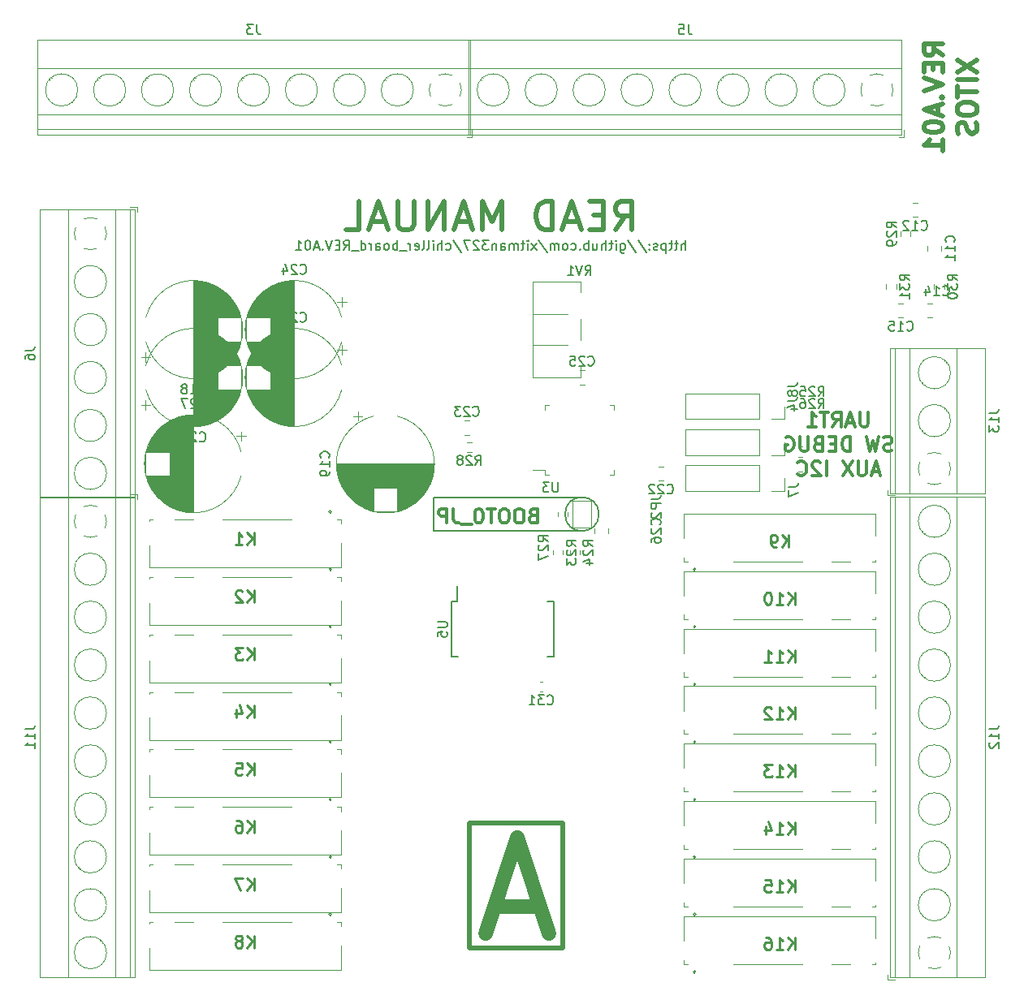
<source format=gbr>
%TF.GenerationSoftware,KiCad,Pcbnew,(5.1.10)-1*%
%TF.CreationDate,2021-06-11T23:30:18+03:00*%
%TF.ProjectId,chiller board,6368696c-6c65-4722-9062-6f6172642e6b,rev?*%
%TF.SameCoordinates,Original*%
%TF.FileFunction,Legend,Bot*%
%TF.FilePolarity,Positive*%
%FSLAX46Y46*%
G04 Gerber Fmt 4.6, Leading zero omitted, Abs format (unit mm)*
G04 Created by KiCad (PCBNEW (5.1.10)-1) date 2021-06-11 23:30:18*
%MOMM*%
%LPD*%
G01*
G04 APERTURE LIST*
%ADD10C,0.150000*%
%ADD11C,0.500000*%
%ADD12C,1.500000*%
%ADD13C,0.300000*%
%ADD14C,0.100000*%
%ADD15C,0.200000*%
%ADD16C,0.120000*%
%ADD17C,0.254000*%
G04 APERTURE END LIST*
D10*
X140285714Y-57452380D02*
X140285714Y-56452380D01*
X139857142Y-57452380D02*
X139857142Y-56928571D01*
X139904761Y-56833333D01*
X140000000Y-56785714D01*
X140142857Y-56785714D01*
X140238095Y-56833333D01*
X140285714Y-56880952D01*
X139523809Y-56785714D02*
X139142857Y-56785714D01*
X139380952Y-56452380D02*
X139380952Y-57309523D01*
X139333333Y-57404761D01*
X139238095Y-57452380D01*
X139142857Y-57452380D01*
X138952380Y-56785714D02*
X138571428Y-56785714D01*
X138809523Y-56452380D02*
X138809523Y-57309523D01*
X138761904Y-57404761D01*
X138666666Y-57452380D01*
X138571428Y-57452380D01*
X138238095Y-56785714D02*
X138238095Y-57785714D01*
X138238095Y-56833333D02*
X138142857Y-56785714D01*
X137952380Y-56785714D01*
X137857142Y-56833333D01*
X137809523Y-56880952D01*
X137761904Y-56976190D01*
X137761904Y-57261904D01*
X137809523Y-57357142D01*
X137857142Y-57404761D01*
X137952380Y-57452380D01*
X138142857Y-57452380D01*
X138238095Y-57404761D01*
X137380952Y-57404761D02*
X137285714Y-57452380D01*
X137095238Y-57452380D01*
X137000000Y-57404761D01*
X136952380Y-57309523D01*
X136952380Y-57261904D01*
X137000000Y-57166666D01*
X137095238Y-57119047D01*
X137238095Y-57119047D01*
X137333333Y-57071428D01*
X137380952Y-56976190D01*
X137380952Y-56928571D01*
X137333333Y-56833333D01*
X137238095Y-56785714D01*
X137095238Y-56785714D01*
X137000000Y-56833333D01*
X136523809Y-57357142D02*
X136476190Y-57404761D01*
X136523809Y-57452380D01*
X136571428Y-57404761D01*
X136523809Y-57357142D01*
X136523809Y-57452380D01*
X136523809Y-56833333D02*
X136476190Y-56880952D01*
X136523809Y-56928571D01*
X136571428Y-56880952D01*
X136523809Y-56833333D01*
X136523809Y-56928571D01*
X135333333Y-56404761D02*
X136190476Y-57690476D01*
X134285714Y-56404761D02*
X135142857Y-57690476D01*
X133523809Y-56785714D02*
X133523809Y-57595238D01*
X133571428Y-57690476D01*
X133619047Y-57738095D01*
X133714285Y-57785714D01*
X133857142Y-57785714D01*
X133952380Y-57738095D01*
X133523809Y-57404761D02*
X133619047Y-57452380D01*
X133809523Y-57452380D01*
X133904761Y-57404761D01*
X133952380Y-57357142D01*
X134000000Y-57261904D01*
X134000000Y-56976190D01*
X133952380Y-56880952D01*
X133904761Y-56833333D01*
X133809523Y-56785714D01*
X133619047Y-56785714D01*
X133523809Y-56833333D01*
X133047619Y-57452380D02*
X133047619Y-56785714D01*
X133047619Y-56452380D02*
X133095238Y-56500000D01*
X133047619Y-56547619D01*
X133000000Y-56500000D01*
X133047619Y-56452380D01*
X133047619Y-56547619D01*
X132714285Y-56785714D02*
X132333333Y-56785714D01*
X132571428Y-56452380D02*
X132571428Y-57309523D01*
X132523809Y-57404761D01*
X132428571Y-57452380D01*
X132333333Y-57452380D01*
X132000000Y-57452380D02*
X132000000Y-56452380D01*
X131571428Y-57452380D02*
X131571428Y-56928571D01*
X131619047Y-56833333D01*
X131714285Y-56785714D01*
X131857142Y-56785714D01*
X131952380Y-56833333D01*
X132000000Y-56880952D01*
X130666666Y-56785714D02*
X130666666Y-57452380D01*
X131095238Y-56785714D02*
X131095238Y-57309523D01*
X131047619Y-57404761D01*
X130952380Y-57452380D01*
X130809523Y-57452380D01*
X130714285Y-57404761D01*
X130666666Y-57357142D01*
X130190476Y-57452380D02*
X130190476Y-56452380D01*
X130190476Y-56833333D02*
X130095238Y-56785714D01*
X129904761Y-56785714D01*
X129809523Y-56833333D01*
X129761904Y-56880952D01*
X129714285Y-56976190D01*
X129714285Y-57261904D01*
X129761904Y-57357142D01*
X129809523Y-57404761D01*
X129904761Y-57452380D01*
X130095238Y-57452380D01*
X130190476Y-57404761D01*
X129285714Y-57357142D02*
X129238095Y-57404761D01*
X129285714Y-57452380D01*
X129333333Y-57404761D01*
X129285714Y-57357142D01*
X129285714Y-57452380D01*
X128380952Y-57404761D02*
X128476190Y-57452380D01*
X128666666Y-57452380D01*
X128761904Y-57404761D01*
X128809523Y-57357142D01*
X128857142Y-57261904D01*
X128857142Y-56976190D01*
X128809523Y-56880952D01*
X128761904Y-56833333D01*
X128666666Y-56785714D01*
X128476190Y-56785714D01*
X128380952Y-56833333D01*
X127809523Y-57452380D02*
X127904761Y-57404761D01*
X127952380Y-57357142D01*
X128000000Y-57261904D01*
X128000000Y-56976190D01*
X127952380Y-56880952D01*
X127904761Y-56833333D01*
X127809523Y-56785714D01*
X127666666Y-56785714D01*
X127571428Y-56833333D01*
X127523809Y-56880952D01*
X127476190Y-56976190D01*
X127476190Y-57261904D01*
X127523809Y-57357142D01*
X127571428Y-57404761D01*
X127666666Y-57452380D01*
X127809523Y-57452380D01*
X127047619Y-57452380D02*
X127047619Y-56785714D01*
X127047619Y-56880952D02*
X127000000Y-56833333D01*
X126904761Y-56785714D01*
X126761904Y-56785714D01*
X126666666Y-56833333D01*
X126619047Y-56928571D01*
X126619047Y-57452380D01*
X126619047Y-56928571D02*
X126571428Y-56833333D01*
X126476190Y-56785714D01*
X126333333Y-56785714D01*
X126238095Y-56833333D01*
X126190476Y-56928571D01*
X126190476Y-57452380D01*
X125000000Y-56404761D02*
X125857142Y-57690476D01*
X124761904Y-57452380D02*
X124238095Y-56785714D01*
X124761904Y-56785714D02*
X124238095Y-57452380D01*
X123857142Y-57452380D02*
X123857142Y-56785714D01*
X123857142Y-56452380D02*
X123904761Y-56500000D01*
X123857142Y-56547619D01*
X123809523Y-56500000D01*
X123857142Y-56452380D01*
X123857142Y-56547619D01*
X123523809Y-56785714D02*
X123142857Y-56785714D01*
X123380952Y-56452380D02*
X123380952Y-57309523D01*
X123333333Y-57404761D01*
X123238095Y-57452380D01*
X123142857Y-57452380D01*
X122809523Y-57452380D02*
X122809523Y-56785714D01*
X122809523Y-56880952D02*
X122761904Y-56833333D01*
X122666666Y-56785714D01*
X122523809Y-56785714D01*
X122428571Y-56833333D01*
X122380952Y-56928571D01*
X122380952Y-57452380D01*
X122380952Y-56928571D02*
X122333333Y-56833333D01*
X122238095Y-56785714D01*
X122095238Y-56785714D01*
X122000000Y-56833333D01*
X121952380Y-56928571D01*
X121952380Y-57452380D01*
X121047619Y-57452380D02*
X121047619Y-56928571D01*
X121095238Y-56833333D01*
X121190476Y-56785714D01*
X121380952Y-56785714D01*
X121476190Y-56833333D01*
X121047619Y-57404761D02*
X121142857Y-57452380D01*
X121380952Y-57452380D01*
X121476190Y-57404761D01*
X121523809Y-57309523D01*
X121523809Y-57214285D01*
X121476190Y-57119047D01*
X121380952Y-57071428D01*
X121142857Y-57071428D01*
X121047619Y-57023809D01*
X120571428Y-56785714D02*
X120571428Y-57452380D01*
X120571428Y-56880952D02*
X120523809Y-56833333D01*
X120428571Y-56785714D01*
X120285714Y-56785714D01*
X120190476Y-56833333D01*
X120142857Y-56928571D01*
X120142857Y-57452380D01*
X119761904Y-56452380D02*
X119142857Y-56452380D01*
X119476190Y-56833333D01*
X119333333Y-56833333D01*
X119238095Y-56880952D01*
X119190476Y-56928571D01*
X119142857Y-57023809D01*
X119142857Y-57261904D01*
X119190476Y-57357142D01*
X119238095Y-57404761D01*
X119333333Y-57452380D01*
X119619047Y-57452380D01*
X119714285Y-57404761D01*
X119761904Y-57357142D01*
X118761904Y-56547619D02*
X118714285Y-56500000D01*
X118619047Y-56452380D01*
X118380952Y-56452380D01*
X118285714Y-56500000D01*
X118238095Y-56547619D01*
X118190476Y-56642857D01*
X118190476Y-56738095D01*
X118238095Y-56880952D01*
X118809523Y-57452380D01*
X118190476Y-57452380D01*
X117857142Y-56452380D02*
X117190476Y-56452380D01*
X117619047Y-57452380D01*
X116095238Y-56404761D02*
X116952380Y-57690476D01*
X115333333Y-57404761D02*
X115428571Y-57452380D01*
X115619047Y-57452380D01*
X115714285Y-57404761D01*
X115761904Y-57357142D01*
X115809523Y-57261904D01*
X115809523Y-56976190D01*
X115761904Y-56880952D01*
X115714285Y-56833333D01*
X115619047Y-56785714D01*
X115428571Y-56785714D01*
X115333333Y-56833333D01*
X114904761Y-57452380D02*
X114904761Y-56452380D01*
X114476190Y-57452380D02*
X114476190Y-56928571D01*
X114523809Y-56833333D01*
X114619047Y-56785714D01*
X114761904Y-56785714D01*
X114857142Y-56833333D01*
X114904761Y-56880952D01*
X114000000Y-57452380D02*
X114000000Y-56785714D01*
X114000000Y-56452380D02*
X114047619Y-56500000D01*
X114000000Y-56547619D01*
X113952380Y-56500000D01*
X114000000Y-56452380D01*
X114000000Y-56547619D01*
X113380952Y-57452380D02*
X113476190Y-57404761D01*
X113523809Y-57309523D01*
X113523809Y-56452380D01*
X112857142Y-57452380D02*
X112952380Y-57404761D01*
X113000000Y-57309523D01*
X113000000Y-56452380D01*
X112095238Y-57404761D02*
X112190476Y-57452380D01*
X112380952Y-57452380D01*
X112476190Y-57404761D01*
X112523809Y-57309523D01*
X112523809Y-56928571D01*
X112476190Y-56833333D01*
X112380952Y-56785714D01*
X112190476Y-56785714D01*
X112095238Y-56833333D01*
X112047619Y-56928571D01*
X112047619Y-57023809D01*
X112523809Y-57119047D01*
X111619047Y-57452380D02*
X111619047Y-56785714D01*
X111619047Y-56976190D02*
X111571428Y-56880952D01*
X111523809Y-56833333D01*
X111428571Y-56785714D01*
X111333333Y-56785714D01*
X111238095Y-57547619D02*
X110476190Y-57547619D01*
X110238095Y-57452380D02*
X110238095Y-56452380D01*
X110238095Y-56833333D02*
X110142857Y-56785714D01*
X109952380Y-56785714D01*
X109857142Y-56833333D01*
X109809523Y-56880952D01*
X109761904Y-56976190D01*
X109761904Y-57261904D01*
X109809523Y-57357142D01*
X109857142Y-57404761D01*
X109952380Y-57452380D01*
X110142857Y-57452380D01*
X110238095Y-57404761D01*
X109190476Y-57452380D02*
X109285714Y-57404761D01*
X109333333Y-57357142D01*
X109380952Y-57261904D01*
X109380952Y-56976190D01*
X109333333Y-56880952D01*
X109285714Y-56833333D01*
X109190476Y-56785714D01*
X109047619Y-56785714D01*
X108952380Y-56833333D01*
X108904761Y-56880952D01*
X108857142Y-56976190D01*
X108857142Y-57261904D01*
X108904761Y-57357142D01*
X108952380Y-57404761D01*
X109047619Y-57452380D01*
X109190476Y-57452380D01*
X108000000Y-57452380D02*
X108000000Y-56928571D01*
X108047619Y-56833333D01*
X108142857Y-56785714D01*
X108333333Y-56785714D01*
X108428571Y-56833333D01*
X108000000Y-57404761D02*
X108095238Y-57452380D01*
X108333333Y-57452380D01*
X108428571Y-57404761D01*
X108476190Y-57309523D01*
X108476190Y-57214285D01*
X108428571Y-57119047D01*
X108333333Y-57071428D01*
X108095238Y-57071428D01*
X108000000Y-57023809D01*
X107523809Y-57452380D02*
X107523809Y-56785714D01*
X107523809Y-56976190D02*
X107476190Y-56880952D01*
X107428571Y-56833333D01*
X107333333Y-56785714D01*
X107238095Y-56785714D01*
X106476190Y-57452380D02*
X106476190Y-56452380D01*
X106476190Y-57404761D02*
X106571428Y-57452380D01*
X106761904Y-57452380D01*
X106857142Y-57404761D01*
X106904761Y-57357142D01*
X106952380Y-57261904D01*
X106952380Y-56976190D01*
X106904761Y-56880952D01*
X106857142Y-56833333D01*
X106761904Y-56785714D01*
X106571428Y-56785714D01*
X106476190Y-56833333D01*
X106238095Y-57547619D02*
X105476190Y-57547619D01*
X104666666Y-57452380D02*
X105000000Y-56976190D01*
X105238095Y-57452380D02*
X105238095Y-56452380D01*
X104857142Y-56452380D01*
X104761904Y-56500000D01*
X104714285Y-56547619D01*
X104666666Y-56642857D01*
X104666666Y-56785714D01*
X104714285Y-56880952D01*
X104761904Y-56928571D01*
X104857142Y-56976190D01*
X105238095Y-56976190D01*
X104238095Y-56928571D02*
X103904761Y-56928571D01*
X103761904Y-57452380D02*
X104238095Y-57452380D01*
X104238095Y-56452380D01*
X103761904Y-56452380D01*
X103476190Y-56452380D02*
X103142857Y-57452380D01*
X102809523Y-56452380D01*
X102476190Y-57357142D02*
X102428571Y-57404761D01*
X102476190Y-57452380D01*
X102523809Y-57404761D01*
X102476190Y-57357142D01*
X102476190Y-57452380D01*
X102047619Y-57166666D02*
X101571428Y-57166666D01*
X102142857Y-57452380D02*
X101809523Y-56452380D01*
X101476190Y-57452380D01*
X100952380Y-56452380D02*
X100857142Y-56452380D01*
X100761904Y-56500000D01*
X100714285Y-56547619D01*
X100666666Y-56642857D01*
X100619047Y-56833333D01*
X100619047Y-57071428D01*
X100666666Y-57261904D01*
X100714285Y-57357142D01*
X100761904Y-57404761D01*
X100857142Y-57452380D01*
X100952380Y-57452380D01*
X101047619Y-57404761D01*
X101095238Y-57357142D01*
X101142857Y-57261904D01*
X101190476Y-57071428D01*
X101190476Y-56833333D01*
X101142857Y-56642857D01*
X101095238Y-56547619D01*
X101047619Y-56500000D01*
X100952380Y-56452380D01*
X99666666Y-57452380D02*
X100238095Y-57452380D01*
X99952380Y-57452380D02*
X99952380Y-56452380D01*
X100047619Y-56595238D01*
X100142857Y-56690476D01*
X100238095Y-56738095D01*
D11*
X133000000Y-55357142D02*
X134000000Y-53928571D01*
X134714285Y-55357142D02*
X134714285Y-52357142D01*
X133571428Y-52357142D01*
X133285714Y-52500000D01*
X133142857Y-52642857D01*
X133000000Y-52928571D01*
X133000000Y-53357142D01*
X133142857Y-53642857D01*
X133285714Y-53785714D01*
X133571428Y-53928571D01*
X134714285Y-53928571D01*
X131714285Y-53785714D02*
X130714285Y-53785714D01*
X130285714Y-55357142D02*
X131714285Y-55357142D01*
X131714285Y-52357142D01*
X130285714Y-52357142D01*
X129142857Y-54500000D02*
X127714285Y-54500000D01*
X129428571Y-55357142D02*
X128428571Y-52357142D01*
X127428571Y-55357142D01*
X126428571Y-55357142D02*
X126428571Y-52357142D01*
X125714285Y-52357142D01*
X125285714Y-52500000D01*
X125000000Y-52785714D01*
X124857142Y-53071428D01*
X124714285Y-53642857D01*
X124714285Y-54071428D01*
X124857142Y-54642857D01*
X125000000Y-54928571D01*
X125285714Y-55214285D01*
X125714285Y-55357142D01*
X126428571Y-55357142D01*
X121142857Y-55357142D02*
X121142857Y-52357142D01*
X120142857Y-54500000D01*
X119142857Y-52357142D01*
X119142857Y-55357142D01*
X117857142Y-54500000D02*
X116428571Y-54500000D01*
X118142857Y-55357142D02*
X117142857Y-52357142D01*
X116142857Y-55357142D01*
X115142857Y-55357142D02*
X115142857Y-52357142D01*
X113428571Y-55357142D01*
X113428571Y-52357142D01*
X112000000Y-52357142D02*
X112000000Y-54785714D01*
X111857142Y-55071428D01*
X111714285Y-55214285D01*
X111428571Y-55357142D01*
X110857142Y-55357142D01*
X110571428Y-55214285D01*
X110428571Y-55071428D01*
X110285714Y-54785714D01*
X110285714Y-52357142D01*
X109000000Y-54500000D02*
X107571428Y-54500000D01*
X109285714Y-55357142D02*
X108285714Y-52357142D01*
X107285714Y-55357142D01*
X104857142Y-55357142D02*
X106285714Y-55357142D01*
X106285714Y-52357142D01*
X117750000Y-117250000D02*
X117750000Y-130250000D01*
X127500000Y-117250000D02*
X117750000Y-117250000D01*
X127500000Y-130250000D02*
X127500000Y-117250000D01*
X117750000Y-130250000D02*
X127500000Y-130250000D01*
D12*
X125130952Y-125916666D02*
X120369047Y-125916666D01*
X126083333Y-128773809D02*
X122750000Y-118773809D01*
X119416666Y-128773809D01*
D10*
X114000000Y-83250000D02*
X114000000Y-84000000D01*
X129500000Y-83232234D02*
X114000000Y-83250000D01*
X114000000Y-86750000D02*
X114000000Y-84000000D01*
X114500000Y-86750000D02*
X114000000Y-86750000D01*
X129500000Y-86767766D02*
X114500000Y-86750000D01*
X131267767Y-85000000D02*
G75*
G03*
X131267767Y-85000000I-1767767J0D01*
G01*
D13*
X124392857Y-85142857D02*
X124178571Y-85214285D01*
X124107142Y-85285714D01*
X124035714Y-85428571D01*
X124035714Y-85642857D01*
X124107142Y-85785714D01*
X124178571Y-85857142D01*
X124321428Y-85928571D01*
X124892857Y-85928571D01*
X124892857Y-84428571D01*
X124392857Y-84428571D01*
X124250000Y-84500000D01*
X124178571Y-84571428D01*
X124107142Y-84714285D01*
X124107142Y-84857142D01*
X124178571Y-85000000D01*
X124250000Y-85071428D01*
X124392857Y-85142857D01*
X124892857Y-85142857D01*
X123107142Y-84428571D02*
X122821428Y-84428571D01*
X122678571Y-84500000D01*
X122535714Y-84642857D01*
X122464285Y-84928571D01*
X122464285Y-85428571D01*
X122535714Y-85714285D01*
X122678571Y-85857142D01*
X122821428Y-85928571D01*
X123107142Y-85928571D01*
X123250000Y-85857142D01*
X123392857Y-85714285D01*
X123464285Y-85428571D01*
X123464285Y-84928571D01*
X123392857Y-84642857D01*
X123250000Y-84500000D01*
X123107142Y-84428571D01*
X121535714Y-84428571D02*
X121250000Y-84428571D01*
X121107142Y-84500000D01*
X120964285Y-84642857D01*
X120892857Y-84928571D01*
X120892857Y-85428571D01*
X120964285Y-85714285D01*
X121107142Y-85857142D01*
X121250000Y-85928571D01*
X121535714Y-85928571D01*
X121678571Y-85857142D01*
X121821428Y-85714285D01*
X121892857Y-85428571D01*
X121892857Y-84928571D01*
X121821428Y-84642857D01*
X121678571Y-84500000D01*
X121535714Y-84428571D01*
X120464285Y-84428571D02*
X119607142Y-84428571D01*
X120035714Y-85928571D02*
X120035714Y-84428571D01*
X118821428Y-84428571D02*
X118678571Y-84428571D01*
X118535714Y-84500000D01*
X118464285Y-84571428D01*
X118392857Y-84714285D01*
X118321428Y-85000000D01*
X118321428Y-85357142D01*
X118392857Y-85642857D01*
X118464285Y-85785714D01*
X118535714Y-85857142D01*
X118678571Y-85928571D01*
X118821428Y-85928571D01*
X118964285Y-85857142D01*
X119035714Y-85785714D01*
X119107142Y-85642857D01*
X119178571Y-85357142D01*
X119178571Y-85000000D01*
X119107142Y-84714285D01*
X119035714Y-84571428D01*
X118964285Y-84500000D01*
X118821428Y-84428571D01*
X118035714Y-86071428D02*
X116892857Y-86071428D01*
X116107142Y-84428571D02*
X116107142Y-85500000D01*
X116178571Y-85714285D01*
X116321428Y-85857142D01*
X116535714Y-85928571D01*
X116678571Y-85928571D01*
X115392857Y-85928571D02*
X115392857Y-84428571D01*
X114821428Y-84428571D01*
X114678571Y-84500000D01*
X114607142Y-84571428D01*
X114535714Y-84714285D01*
X114535714Y-84928571D01*
X114607142Y-85071428D01*
X114678571Y-85142857D01*
X114821428Y-85214285D01*
X115392857Y-85214285D01*
D11*
X167154761Y-37119047D02*
X166202380Y-36452380D01*
X167154761Y-35976190D02*
X165154761Y-35976190D01*
X165154761Y-36738095D01*
X165250000Y-36928571D01*
X165345238Y-37023809D01*
X165535714Y-37119047D01*
X165821428Y-37119047D01*
X166011904Y-37023809D01*
X166107142Y-36928571D01*
X166202380Y-36738095D01*
X166202380Y-35976190D01*
X166107142Y-37976190D02*
X166107142Y-38642857D01*
X167154761Y-38928571D02*
X167154761Y-37976190D01*
X165154761Y-37976190D01*
X165154761Y-38928571D01*
X165154761Y-39500000D02*
X167154761Y-40166666D01*
X165154761Y-40833333D01*
X166964285Y-41500000D02*
X167059523Y-41595238D01*
X167154761Y-41500000D01*
X167059523Y-41404761D01*
X166964285Y-41500000D01*
X167154761Y-41500000D01*
X166583333Y-42357142D02*
X166583333Y-43309523D01*
X167154761Y-42166666D02*
X165154761Y-42833333D01*
X167154761Y-43500000D01*
X165154761Y-44547619D02*
X165154761Y-44738095D01*
X165250000Y-44928571D01*
X165345238Y-45023809D01*
X165535714Y-45119047D01*
X165916666Y-45214285D01*
X166392857Y-45214285D01*
X166773809Y-45119047D01*
X166964285Y-45023809D01*
X167059523Y-44928571D01*
X167154761Y-44738095D01*
X167154761Y-44547619D01*
X167059523Y-44357142D01*
X166964285Y-44261904D01*
X166773809Y-44166666D01*
X166392857Y-44071428D01*
X165916666Y-44071428D01*
X165535714Y-44166666D01*
X165345238Y-44261904D01*
X165250000Y-44357142D01*
X165154761Y-44547619D01*
X167154761Y-47119047D02*
X167154761Y-45976190D01*
X167154761Y-46547619D02*
X165154761Y-46547619D01*
X165440476Y-46357142D01*
X165630952Y-46166666D01*
X165726190Y-45976190D01*
X168654761Y-37595238D02*
X170654761Y-38928571D01*
X168654761Y-38928571D02*
X170654761Y-37595238D01*
X170654761Y-39690476D02*
X168654761Y-39690476D01*
X168654761Y-40357142D02*
X168654761Y-41500000D01*
X170654761Y-40928571D02*
X168654761Y-40928571D01*
X168654761Y-42547619D02*
X168654761Y-42928571D01*
X168750000Y-43119047D01*
X168940476Y-43309523D01*
X169321428Y-43404761D01*
X169988095Y-43404761D01*
X170369047Y-43309523D01*
X170559523Y-43119047D01*
X170654761Y-42928571D01*
X170654761Y-42547619D01*
X170559523Y-42357142D01*
X170369047Y-42166666D01*
X169988095Y-42071428D01*
X169321428Y-42071428D01*
X168940476Y-42166666D01*
X168750000Y-42357142D01*
X168654761Y-42547619D01*
X170559523Y-44166666D02*
X170654761Y-44452380D01*
X170654761Y-44928571D01*
X170559523Y-45119047D01*
X170464285Y-45214285D01*
X170273809Y-45309523D01*
X170083333Y-45309523D01*
X169892857Y-45214285D01*
X169797619Y-45119047D01*
X169702380Y-44928571D01*
X169607142Y-44547619D01*
X169511904Y-44357142D01*
X169416666Y-44261904D01*
X169226190Y-44166666D01*
X169035714Y-44166666D01*
X168845238Y-44261904D01*
X168750000Y-44357142D01*
X168654761Y-44547619D01*
X168654761Y-45023809D01*
X168750000Y-45309523D01*
D13*
X159357142Y-74378571D02*
X159357142Y-75592857D01*
X159285714Y-75735714D01*
X159214285Y-75807142D01*
X159071428Y-75878571D01*
X158785714Y-75878571D01*
X158642857Y-75807142D01*
X158571428Y-75735714D01*
X158500000Y-75592857D01*
X158500000Y-74378571D01*
X157857142Y-75450000D02*
X157142857Y-75450000D01*
X158000000Y-75878571D02*
X157500000Y-74378571D01*
X157000000Y-75878571D01*
X155642857Y-75878571D02*
X156142857Y-75164285D01*
X156500000Y-75878571D02*
X156500000Y-74378571D01*
X155928571Y-74378571D01*
X155785714Y-74450000D01*
X155714285Y-74521428D01*
X155642857Y-74664285D01*
X155642857Y-74878571D01*
X155714285Y-75021428D01*
X155785714Y-75092857D01*
X155928571Y-75164285D01*
X156500000Y-75164285D01*
X155214285Y-74378571D02*
X154357142Y-74378571D01*
X154785714Y-75878571D02*
X154785714Y-74378571D01*
X153071428Y-75878571D02*
X153928571Y-75878571D01*
X153500000Y-75878571D02*
X153500000Y-74378571D01*
X153642857Y-74592857D01*
X153785714Y-74735714D01*
X153928571Y-74807142D01*
X161821428Y-78357142D02*
X161607142Y-78428571D01*
X161250000Y-78428571D01*
X161107142Y-78357142D01*
X161035714Y-78285714D01*
X160964285Y-78142857D01*
X160964285Y-78000000D01*
X161035714Y-77857142D01*
X161107142Y-77785714D01*
X161250000Y-77714285D01*
X161535714Y-77642857D01*
X161678571Y-77571428D01*
X161750000Y-77500000D01*
X161821428Y-77357142D01*
X161821428Y-77214285D01*
X161750000Y-77071428D01*
X161678571Y-77000000D01*
X161535714Y-76928571D01*
X161178571Y-76928571D01*
X160964285Y-77000000D01*
X160464285Y-76928571D02*
X160107142Y-78428571D01*
X159821428Y-77357142D01*
X159535714Y-78428571D01*
X159178571Y-76928571D01*
X157464285Y-78428571D02*
X157464285Y-76928571D01*
X157107142Y-76928571D01*
X156892857Y-77000000D01*
X156750000Y-77142857D01*
X156678571Y-77285714D01*
X156607142Y-77571428D01*
X156607142Y-77785714D01*
X156678571Y-78071428D01*
X156750000Y-78214285D01*
X156892857Y-78357142D01*
X157107142Y-78428571D01*
X157464285Y-78428571D01*
X155964285Y-77642857D02*
X155464285Y-77642857D01*
X155250000Y-78428571D02*
X155964285Y-78428571D01*
X155964285Y-76928571D01*
X155250000Y-76928571D01*
X154107142Y-77642857D02*
X153892857Y-77714285D01*
X153821428Y-77785714D01*
X153750000Y-77928571D01*
X153750000Y-78142857D01*
X153821428Y-78285714D01*
X153892857Y-78357142D01*
X154035714Y-78428571D01*
X154607142Y-78428571D01*
X154607142Y-76928571D01*
X154107142Y-76928571D01*
X153964285Y-77000000D01*
X153892857Y-77071428D01*
X153821428Y-77214285D01*
X153821428Y-77357142D01*
X153892857Y-77500000D01*
X153964285Y-77571428D01*
X154107142Y-77642857D01*
X154607142Y-77642857D01*
X153107142Y-76928571D02*
X153107142Y-78142857D01*
X153035714Y-78285714D01*
X152964285Y-78357142D01*
X152821428Y-78428571D01*
X152535714Y-78428571D01*
X152392857Y-78357142D01*
X152321428Y-78285714D01*
X152250000Y-78142857D01*
X152250000Y-76928571D01*
X150750000Y-77000000D02*
X150892857Y-76928571D01*
X151107142Y-76928571D01*
X151321428Y-77000000D01*
X151464285Y-77142857D01*
X151535714Y-77285714D01*
X151607142Y-77571428D01*
X151607142Y-77785714D01*
X151535714Y-78071428D01*
X151464285Y-78214285D01*
X151321428Y-78357142D01*
X151107142Y-78428571D01*
X150964285Y-78428571D01*
X150750000Y-78357142D01*
X150678571Y-78285714D01*
X150678571Y-77785714D01*
X150964285Y-77785714D01*
X160500000Y-80550000D02*
X159785714Y-80550000D01*
X160642857Y-80978571D02*
X160142857Y-79478571D01*
X159642857Y-80978571D01*
X159142857Y-79478571D02*
X159142857Y-80692857D01*
X159071428Y-80835714D01*
X159000000Y-80907142D01*
X158857142Y-80978571D01*
X158571428Y-80978571D01*
X158428571Y-80907142D01*
X158357142Y-80835714D01*
X158285714Y-80692857D01*
X158285714Y-79478571D01*
X157714285Y-79478571D02*
X156714285Y-80978571D01*
X156714285Y-79478571D02*
X157714285Y-80978571D01*
X155000000Y-80978571D02*
X155000000Y-79478571D01*
X154357142Y-79621428D02*
X154285714Y-79550000D01*
X154142857Y-79478571D01*
X153785714Y-79478571D01*
X153642857Y-79550000D01*
X153571428Y-79621428D01*
X153500000Y-79764285D01*
X153500000Y-79907142D01*
X153571428Y-80121428D01*
X154428571Y-80978571D01*
X153500000Y-80978571D01*
X152000000Y-80835714D02*
X152071428Y-80907142D01*
X152285714Y-80978571D01*
X152428571Y-80978571D01*
X152642857Y-80907142D01*
X152785714Y-80764285D01*
X152857142Y-80621428D01*
X152928571Y-80335714D01*
X152928571Y-80121428D01*
X152857142Y-79835714D01*
X152785714Y-79692857D01*
X152642857Y-79550000D01*
X152428571Y-79478571D01*
X152285714Y-79478571D01*
X152071428Y-79550000D01*
X152000000Y-79621428D01*
D10*
%TO.C,U5*%
X115925000Y-94125000D02*
X116500000Y-94125000D01*
X115925000Y-99875000D02*
X116575000Y-99875000D01*
X126575000Y-99875000D02*
X125925000Y-99875000D01*
X126575000Y-94125000D02*
X125925000Y-94125000D01*
X115925000Y-94125000D02*
X115925000Y-99875000D01*
X126575000Y-94125000D02*
X126575000Y-99875000D01*
X116500000Y-94125000D02*
X116500000Y-92525000D01*
D14*
%TO.C,K1*%
X99250000Y-85550000D02*
X92000000Y-85550000D01*
X92000000Y-85550000D02*
X92000000Y-85550000D01*
X92000000Y-85550000D02*
X99250000Y-85550000D01*
X99250000Y-85550000D02*
X99250000Y-85550000D01*
X89000000Y-85550000D02*
X87000000Y-85550000D01*
X87000000Y-85550000D02*
X87000000Y-85550000D01*
X87000000Y-85550000D02*
X89000000Y-85550000D01*
X89000000Y-85550000D02*
X89000000Y-85550000D01*
X84370000Y-90550000D02*
X104370000Y-90550000D01*
X104370000Y-90550000D02*
X104370000Y-90550000D01*
X104370000Y-90550000D02*
X84370000Y-90550000D01*
X84370000Y-90550000D02*
X84370000Y-90550000D01*
X104370000Y-85550000D02*
X104000000Y-85550000D01*
X104000000Y-85550000D02*
X104000000Y-85550000D01*
X104000000Y-85550000D02*
X104370000Y-85550000D01*
X104370000Y-85550000D02*
X104370000Y-85550000D01*
X84370000Y-85550000D02*
X84750000Y-85550000D01*
X84750000Y-85550000D02*
X84750000Y-85550000D01*
X84750000Y-85550000D02*
X84370000Y-85550000D01*
X84370000Y-85550000D02*
X84370000Y-85550000D01*
X84370000Y-88250000D02*
X84370000Y-88250000D01*
X84370000Y-88250000D02*
X84370000Y-90550000D01*
X84370000Y-90550000D02*
X84370000Y-90550000D01*
X84370000Y-90550000D02*
X84370000Y-88250000D01*
X104370000Y-90550000D02*
X104370000Y-90550000D01*
X104370000Y-90550000D02*
X104370000Y-88000000D01*
X104370000Y-88000000D02*
X104370000Y-88000000D01*
X104370000Y-88000000D02*
X104370000Y-90550000D01*
X104370000Y-86000000D02*
X104370000Y-86000000D01*
X104370000Y-86000000D02*
X104370000Y-85550000D01*
X104370000Y-85550000D02*
X104370000Y-85550000D01*
X104370000Y-85550000D02*
X104370000Y-86000000D01*
X84370000Y-85750000D02*
X84370000Y-85750000D01*
X84370000Y-85750000D02*
X84370000Y-85550000D01*
X84370000Y-85550000D02*
X84370000Y-85550000D01*
X84370000Y-85550000D02*
X84370000Y-85750000D01*
D15*
X103250000Y-84850000D02*
X103250000Y-84850000D01*
X103250000Y-84650000D02*
X103250000Y-84650000D01*
X103250000Y-84850000D02*
X103250000Y-84850000D01*
X103250000Y-84650000D02*
G75*
G03*
X103250000Y-84850000I0J-100000D01*
G01*
X103250000Y-84850000D02*
G75*
G03*
X103250000Y-84650000I0J100000D01*
G01*
X103250000Y-84650000D02*
G75*
G03*
X103250000Y-84850000I0J-100000D01*
G01*
D16*
%TO.C,J13*%
X161350000Y-83050000D02*
X161350000Y-82550000D01*
X162090000Y-83050000D02*
X161350000Y-83050000D01*
X165227000Y-71477000D02*
X165181000Y-71524000D01*
X167525000Y-69180000D02*
X167489000Y-69215000D01*
X165011000Y-71284000D02*
X164976000Y-71319000D01*
X167319000Y-68975000D02*
X167273000Y-69022000D01*
X165227000Y-76477000D02*
X165181000Y-76524000D01*
X167525000Y-74180000D02*
X167489000Y-74215000D01*
X165011000Y-76284000D02*
X164976000Y-76319000D01*
X167319000Y-73975000D02*
X167273000Y-74022000D01*
X171511000Y-67690000D02*
X161590000Y-67690000D01*
X171511000Y-82810000D02*
X161590000Y-82810000D01*
X161590000Y-82810000D02*
X161590000Y-67690000D01*
X171511000Y-82810000D02*
X171511000Y-67690000D01*
X168551000Y-82810000D02*
X168551000Y-67690000D01*
X163650000Y-82810000D02*
X163650000Y-67690000D01*
X162150000Y-82810000D02*
X162150000Y-67690000D01*
X167930000Y-70250000D02*
G75*
G03*
X167930000Y-70250000I-1680000J0D01*
G01*
X167930000Y-75250000D02*
G75*
G03*
X167930000Y-75250000I-1680000J0D01*
G01*
X164569747Y-80221195D02*
G75*
G03*
X164715000Y-80934000I1680253J-28805D01*
G01*
X165566958Y-81785426D02*
G75*
G03*
X166934000Y-81785000I683042J1535426D01*
G01*
X167785426Y-80933042D02*
G75*
G03*
X167785000Y-79566000I-1535426J683042D01*
G01*
X166933042Y-78714574D02*
G75*
G03*
X165566000Y-78715000I-683042J-1535426D01*
G01*
X164715244Y-79566682D02*
G75*
G03*
X164570000Y-80250000I1534756J-683318D01*
G01*
%TO.C,J6*%
X83150000Y-52950000D02*
X83150000Y-53450000D01*
X82410000Y-52950000D02*
X83150000Y-52950000D01*
X79273000Y-79523000D02*
X79319000Y-79476000D01*
X76975000Y-81820000D02*
X77011000Y-81785000D01*
X79489000Y-79716000D02*
X79524000Y-79681000D01*
X77181000Y-82025000D02*
X77227000Y-81978000D01*
X79273000Y-74523000D02*
X79319000Y-74476000D01*
X76975000Y-76820000D02*
X77011000Y-76785000D01*
X79489000Y-74716000D02*
X79524000Y-74681000D01*
X77181000Y-77025000D02*
X77227000Y-76978000D01*
X79273000Y-69523000D02*
X79319000Y-69476000D01*
X76975000Y-71820000D02*
X77011000Y-71785000D01*
X79489000Y-69716000D02*
X79524000Y-69681000D01*
X77181000Y-72025000D02*
X77227000Y-71978000D01*
X79273000Y-64523000D02*
X79319000Y-64476000D01*
X76975000Y-66820000D02*
X77011000Y-66785000D01*
X79489000Y-64716000D02*
X79524000Y-64681000D01*
X77181000Y-67025000D02*
X77227000Y-66978000D01*
X79273000Y-59523000D02*
X79319000Y-59476000D01*
X76975000Y-61820000D02*
X77011000Y-61785000D01*
X79489000Y-59716000D02*
X79524000Y-59681000D01*
X77181000Y-62025000D02*
X77227000Y-61978000D01*
X72989000Y-83310000D02*
X82910000Y-83310000D01*
X72989000Y-53190000D02*
X82910000Y-53190000D01*
X82910000Y-53190000D02*
X82910000Y-83310000D01*
X72989000Y-53190000D02*
X72989000Y-83310000D01*
X75949000Y-53190000D02*
X75949000Y-83310000D01*
X80850000Y-53190000D02*
X80850000Y-83310000D01*
X82350000Y-53190000D02*
X82350000Y-83310000D01*
X79930000Y-80750000D02*
G75*
G03*
X79930000Y-80750000I-1680000J0D01*
G01*
X79930000Y-75750000D02*
G75*
G03*
X79930000Y-75750000I-1680000J0D01*
G01*
X79930000Y-70750000D02*
G75*
G03*
X79930000Y-70750000I-1680000J0D01*
G01*
X79930000Y-65750000D02*
G75*
G03*
X79930000Y-65750000I-1680000J0D01*
G01*
X79930000Y-60750000D02*
G75*
G03*
X79930000Y-60750000I-1680000J0D01*
G01*
X79930253Y-55778805D02*
G75*
G03*
X79785000Y-55066000I-1680253J28805D01*
G01*
X78933042Y-54214574D02*
G75*
G03*
X77566000Y-54215000I-683042J-1535426D01*
G01*
X76714574Y-55066958D02*
G75*
G03*
X76715000Y-56434000I1535426J-683042D01*
G01*
X77566958Y-57285426D02*
G75*
G03*
X78934000Y-57285000I683042J1535426D01*
G01*
X79784756Y-56433318D02*
G75*
G03*
X79930000Y-55750000I-1534756J683318D01*
G01*
%TO.C,J5*%
X163050000Y-45650000D02*
X162550000Y-45650000D01*
X163050000Y-44910000D02*
X163050000Y-45650000D01*
X121477000Y-41773000D02*
X121524000Y-41819000D01*
X119180000Y-39475000D02*
X119215000Y-39511000D01*
X121284000Y-41989000D02*
X121319000Y-42024000D01*
X118975000Y-39681000D02*
X119022000Y-39727000D01*
X126477000Y-41773000D02*
X126524000Y-41819000D01*
X124180000Y-39475000D02*
X124215000Y-39511000D01*
X126284000Y-41989000D02*
X126319000Y-42024000D01*
X123975000Y-39681000D02*
X124022000Y-39727000D01*
X131477000Y-41773000D02*
X131524000Y-41819000D01*
X129180000Y-39475000D02*
X129215000Y-39511000D01*
X131284000Y-41989000D02*
X131319000Y-42024000D01*
X128975000Y-39681000D02*
X129022000Y-39727000D01*
X136477000Y-41773000D02*
X136524000Y-41819000D01*
X134180000Y-39475000D02*
X134215000Y-39511000D01*
X136284000Y-41989000D02*
X136319000Y-42024000D01*
X133975000Y-39681000D02*
X134022000Y-39727000D01*
X141477000Y-41773000D02*
X141524000Y-41819000D01*
X139180000Y-39475000D02*
X139215000Y-39511000D01*
X141284000Y-41989000D02*
X141319000Y-42024000D01*
X138975000Y-39681000D02*
X139022000Y-39727000D01*
X146477000Y-41773000D02*
X146524000Y-41819000D01*
X144180000Y-39475000D02*
X144215000Y-39511000D01*
X146284000Y-41989000D02*
X146319000Y-42024000D01*
X143975000Y-39681000D02*
X144022000Y-39727000D01*
X151477000Y-41773000D02*
X151524000Y-41819000D01*
X149180000Y-39475000D02*
X149215000Y-39511000D01*
X151284000Y-41989000D02*
X151319000Y-42024000D01*
X148975000Y-39681000D02*
X149022000Y-39727000D01*
X156477000Y-41773000D02*
X156524000Y-41819000D01*
X154180000Y-39475000D02*
X154215000Y-39511000D01*
X156284000Y-41989000D02*
X156319000Y-42024000D01*
X153975000Y-39681000D02*
X154022000Y-39727000D01*
X117690000Y-35489000D02*
X117690000Y-45410000D01*
X162810000Y-35489000D02*
X162810000Y-45410000D01*
X162810000Y-45410000D02*
X117690000Y-45410000D01*
X162810000Y-35489000D02*
X117690000Y-35489000D01*
X162810000Y-38449000D02*
X117690000Y-38449000D01*
X162810000Y-43350000D02*
X117690000Y-43350000D01*
X162810000Y-44850000D02*
X117690000Y-44850000D01*
X121930000Y-40750000D02*
G75*
G03*
X121930000Y-40750000I-1680000J0D01*
G01*
X126930000Y-40750000D02*
G75*
G03*
X126930000Y-40750000I-1680000J0D01*
G01*
X131930000Y-40750000D02*
G75*
G03*
X131930000Y-40750000I-1680000J0D01*
G01*
X136930000Y-40750000D02*
G75*
G03*
X136930000Y-40750000I-1680000J0D01*
G01*
X141930000Y-40750000D02*
G75*
G03*
X141930000Y-40750000I-1680000J0D01*
G01*
X146930000Y-40750000D02*
G75*
G03*
X146930000Y-40750000I-1680000J0D01*
G01*
X151930000Y-40750000D02*
G75*
G03*
X151930000Y-40750000I-1680000J0D01*
G01*
X156930000Y-40750000D02*
G75*
G03*
X156930000Y-40750000I-1680000J0D01*
G01*
X160221195Y-42430253D02*
G75*
G03*
X160934000Y-42285000I28805J1680253D01*
G01*
X161785426Y-41433042D02*
G75*
G03*
X161785000Y-40066000I-1535426J683042D01*
G01*
X160933042Y-39214574D02*
G75*
G03*
X159566000Y-39215000I-683042J-1535426D01*
G01*
X158714574Y-40066958D02*
G75*
G03*
X158715000Y-41434000I1535426J-683042D01*
G01*
X159566682Y-42284756D02*
G75*
G03*
X160250000Y-42430000I683318J1534756D01*
G01*
%TO.C,J3*%
X118050000Y-45650000D02*
X117550000Y-45650000D01*
X118050000Y-44910000D02*
X118050000Y-45650000D01*
X76477000Y-41773000D02*
X76524000Y-41819000D01*
X74180000Y-39475000D02*
X74215000Y-39511000D01*
X76284000Y-41989000D02*
X76319000Y-42024000D01*
X73975000Y-39681000D02*
X74022000Y-39727000D01*
X81477000Y-41773000D02*
X81524000Y-41819000D01*
X79180000Y-39475000D02*
X79215000Y-39511000D01*
X81284000Y-41989000D02*
X81319000Y-42024000D01*
X78975000Y-39681000D02*
X79022000Y-39727000D01*
X86477000Y-41773000D02*
X86524000Y-41819000D01*
X84180000Y-39475000D02*
X84215000Y-39511000D01*
X86284000Y-41989000D02*
X86319000Y-42024000D01*
X83975000Y-39681000D02*
X84022000Y-39727000D01*
X91477000Y-41773000D02*
X91524000Y-41819000D01*
X89180000Y-39475000D02*
X89215000Y-39511000D01*
X91284000Y-41989000D02*
X91319000Y-42024000D01*
X88975000Y-39681000D02*
X89022000Y-39727000D01*
X96477000Y-41773000D02*
X96524000Y-41819000D01*
X94180000Y-39475000D02*
X94215000Y-39511000D01*
X96284000Y-41989000D02*
X96319000Y-42024000D01*
X93975000Y-39681000D02*
X94022000Y-39727000D01*
X101477000Y-41773000D02*
X101524000Y-41819000D01*
X99180000Y-39475000D02*
X99215000Y-39511000D01*
X101284000Y-41989000D02*
X101319000Y-42024000D01*
X98975000Y-39681000D02*
X99022000Y-39727000D01*
X106477000Y-41773000D02*
X106524000Y-41819000D01*
X104180000Y-39475000D02*
X104215000Y-39511000D01*
X106284000Y-41989000D02*
X106319000Y-42024000D01*
X103975000Y-39681000D02*
X104022000Y-39727000D01*
X111477000Y-41773000D02*
X111524000Y-41819000D01*
X109180000Y-39475000D02*
X109215000Y-39511000D01*
X111284000Y-41989000D02*
X111319000Y-42024000D01*
X108975000Y-39681000D02*
X109022000Y-39727000D01*
X72690000Y-35489000D02*
X72690000Y-45410000D01*
X117810000Y-35489000D02*
X117810000Y-45410000D01*
X117810000Y-45410000D02*
X72690000Y-45410000D01*
X117810000Y-35489000D02*
X72690000Y-35489000D01*
X117810000Y-38449000D02*
X72690000Y-38449000D01*
X117810000Y-43350000D02*
X72690000Y-43350000D01*
X117810000Y-44850000D02*
X72690000Y-44850000D01*
X76930000Y-40750000D02*
G75*
G03*
X76930000Y-40750000I-1680000J0D01*
G01*
X81930000Y-40750000D02*
G75*
G03*
X81930000Y-40750000I-1680000J0D01*
G01*
X86930000Y-40750000D02*
G75*
G03*
X86930000Y-40750000I-1680000J0D01*
G01*
X91930000Y-40750000D02*
G75*
G03*
X91930000Y-40750000I-1680000J0D01*
G01*
X96930000Y-40750000D02*
G75*
G03*
X96930000Y-40750000I-1680000J0D01*
G01*
X101930000Y-40750000D02*
G75*
G03*
X101930000Y-40750000I-1680000J0D01*
G01*
X106930000Y-40750000D02*
G75*
G03*
X106930000Y-40750000I-1680000J0D01*
G01*
X111930000Y-40750000D02*
G75*
G03*
X111930000Y-40750000I-1680000J0D01*
G01*
X115221195Y-42430253D02*
G75*
G03*
X115934000Y-42285000I28805J1680253D01*
G01*
X116785426Y-41433042D02*
G75*
G03*
X116785000Y-40066000I-1535426J683042D01*
G01*
X115933042Y-39214574D02*
G75*
G03*
X114566000Y-39215000I-683042J-1535426D01*
G01*
X113714574Y-40066958D02*
G75*
G03*
X113715000Y-41434000I1535426J-683042D01*
G01*
X114566682Y-42284756D02*
G75*
G03*
X115250000Y-42430000I683318J1534756D01*
G01*
%TO.C,R31*%
X162272500Y-61487258D02*
X162272500Y-61012742D01*
X161227500Y-61487258D02*
X161227500Y-61012742D01*
%TO.C,R30*%
X167272500Y-61487258D02*
X167272500Y-61012742D01*
X166227500Y-61487258D02*
X166227500Y-61012742D01*
%TO.C,R29*%
X162727500Y-55512742D02*
X162727500Y-55987258D01*
X163772500Y-55512742D02*
X163772500Y-55987258D01*
%TO.C,R28*%
X117512742Y-78522500D02*
X117987258Y-78522500D01*
X117512742Y-77477500D02*
X117987258Y-77477500D01*
%TO.C,R27*%
X128022500Y-85237258D02*
X128022500Y-84762742D01*
X126977500Y-85237258D02*
X126977500Y-84762742D01*
%TO.C,R26*%
X152487258Y-79477500D02*
X152012742Y-79477500D01*
X152487258Y-80522500D02*
X152012742Y-80522500D01*
%TO.C,R25*%
X152487258Y-77977500D02*
X152012742Y-77977500D01*
X152487258Y-79022500D02*
X152012742Y-79022500D01*
%TO.C,R24*%
X129272500Y-89237258D02*
X129272500Y-88762742D01*
X128227500Y-89237258D02*
X128227500Y-88762742D01*
%TO.C,R23*%
X127522500Y-89237258D02*
X127522500Y-88762742D01*
X126477500Y-89237258D02*
X126477500Y-88762742D01*
%TO.C,U3*%
X125640000Y-80410000D02*
X124350000Y-80410000D01*
X125640000Y-80860000D02*
X125640000Y-80410000D01*
X126090000Y-80860000D02*
X125640000Y-80860000D01*
X132860000Y-80860000D02*
X132860000Y-80410000D01*
X132410000Y-80860000D02*
X132860000Y-80860000D01*
X125640000Y-73640000D02*
X125640000Y-74090000D01*
X126090000Y-73640000D02*
X125640000Y-73640000D01*
X132860000Y-73640000D02*
X132860000Y-74090000D01*
X132410000Y-73640000D02*
X132860000Y-73640000D01*
%TO.C,RV1*%
X124330000Y-64130000D02*
X124330000Y-67370000D01*
X129371000Y-64676000D02*
X129371000Y-66825000D01*
X128013000Y-67370000D02*
X124330000Y-67370000D01*
X128013000Y-64130000D02*
X124330000Y-64130000D01*
X129371000Y-64676000D02*
X129371000Y-66825000D01*
X129371000Y-60729000D02*
X129371000Y-61824000D01*
X129371000Y-69675000D02*
X129371000Y-70770000D01*
X124330000Y-60729000D02*
X124330000Y-70770000D01*
X129371000Y-70770000D02*
X124330000Y-70770000D01*
X129371000Y-60729000D02*
X124330000Y-60729000D01*
D14*
%TO.C,K16*%
X145250000Y-131950000D02*
X152500000Y-131950000D01*
X152500000Y-131950000D02*
X152500000Y-131950000D01*
X152500000Y-131950000D02*
X145250000Y-131950000D01*
X145250000Y-131950000D02*
X145250000Y-131950000D01*
X155500000Y-131950000D02*
X157500000Y-131950000D01*
X157500000Y-131950000D02*
X157500000Y-131950000D01*
X157500000Y-131950000D02*
X155500000Y-131950000D01*
X155500000Y-131950000D02*
X155500000Y-131950000D01*
X160130000Y-126950000D02*
X140130000Y-126950000D01*
X140130000Y-126950000D02*
X140130000Y-126950000D01*
X140130000Y-126950000D02*
X160130000Y-126950000D01*
X160130000Y-126950000D02*
X160130000Y-126950000D01*
X140130000Y-131950000D02*
X140500000Y-131950000D01*
X140500000Y-131950000D02*
X140500000Y-131950000D01*
X140500000Y-131950000D02*
X140130000Y-131950000D01*
X140130000Y-131950000D02*
X140130000Y-131950000D01*
X160130000Y-131950000D02*
X159750000Y-131950000D01*
X159750000Y-131950000D02*
X159750000Y-131950000D01*
X159750000Y-131950000D02*
X160130000Y-131950000D01*
X160130000Y-131950000D02*
X160130000Y-131950000D01*
X160130000Y-129250000D02*
X160130000Y-129250000D01*
X160130000Y-129250000D02*
X160130000Y-126950000D01*
X160130000Y-126950000D02*
X160130000Y-126950000D01*
X160130000Y-126950000D02*
X160130000Y-129250000D01*
X140130000Y-126950000D02*
X140130000Y-126950000D01*
X140130000Y-126950000D02*
X140130000Y-129500000D01*
X140130000Y-129500000D02*
X140130000Y-129500000D01*
X140130000Y-129500000D02*
X140130000Y-126950000D01*
X140130000Y-131500000D02*
X140130000Y-131500000D01*
X140130000Y-131500000D02*
X140130000Y-131950000D01*
X140130000Y-131950000D02*
X140130000Y-131950000D01*
X140130000Y-131950000D02*
X140130000Y-131500000D01*
X160130000Y-131750000D02*
X160130000Y-131750000D01*
X160130000Y-131750000D02*
X160130000Y-131950000D01*
X160130000Y-131950000D02*
X160130000Y-131950000D01*
X160130000Y-131950000D02*
X160130000Y-131750000D01*
D15*
X141250000Y-132650000D02*
X141250000Y-132650000D01*
X141250000Y-132850000D02*
X141250000Y-132850000D01*
X141250000Y-132650000D02*
X141250000Y-132650000D01*
X141250000Y-132850000D02*
G75*
G03*
X141250000Y-132650000I0J100000D01*
G01*
X141250000Y-132650000D02*
G75*
G03*
X141250000Y-132850000I0J-100000D01*
G01*
X141250000Y-132850000D02*
G75*
G03*
X141250000Y-132650000I0J100000D01*
G01*
D14*
%TO.C,K15*%
X145250000Y-125950000D02*
X152500000Y-125950000D01*
X152500000Y-125950000D02*
X152500000Y-125950000D01*
X152500000Y-125950000D02*
X145250000Y-125950000D01*
X145250000Y-125950000D02*
X145250000Y-125950000D01*
X155500000Y-125950000D02*
X157500000Y-125950000D01*
X157500000Y-125950000D02*
X157500000Y-125950000D01*
X157500000Y-125950000D02*
X155500000Y-125950000D01*
X155500000Y-125950000D02*
X155500000Y-125950000D01*
X160130000Y-120950000D02*
X140130000Y-120950000D01*
X140130000Y-120950000D02*
X140130000Y-120950000D01*
X140130000Y-120950000D02*
X160130000Y-120950000D01*
X160130000Y-120950000D02*
X160130000Y-120950000D01*
X140130000Y-125950000D02*
X140500000Y-125950000D01*
X140500000Y-125950000D02*
X140500000Y-125950000D01*
X140500000Y-125950000D02*
X140130000Y-125950000D01*
X140130000Y-125950000D02*
X140130000Y-125950000D01*
X160130000Y-125950000D02*
X159750000Y-125950000D01*
X159750000Y-125950000D02*
X159750000Y-125950000D01*
X159750000Y-125950000D02*
X160130000Y-125950000D01*
X160130000Y-125950000D02*
X160130000Y-125950000D01*
X160130000Y-123250000D02*
X160130000Y-123250000D01*
X160130000Y-123250000D02*
X160130000Y-120950000D01*
X160130000Y-120950000D02*
X160130000Y-120950000D01*
X160130000Y-120950000D02*
X160130000Y-123250000D01*
X140130000Y-120950000D02*
X140130000Y-120950000D01*
X140130000Y-120950000D02*
X140130000Y-123500000D01*
X140130000Y-123500000D02*
X140130000Y-123500000D01*
X140130000Y-123500000D02*
X140130000Y-120950000D01*
X140130000Y-125500000D02*
X140130000Y-125500000D01*
X140130000Y-125500000D02*
X140130000Y-125950000D01*
X140130000Y-125950000D02*
X140130000Y-125950000D01*
X140130000Y-125950000D02*
X140130000Y-125500000D01*
X160130000Y-125750000D02*
X160130000Y-125750000D01*
X160130000Y-125750000D02*
X160130000Y-125950000D01*
X160130000Y-125950000D02*
X160130000Y-125950000D01*
X160130000Y-125950000D02*
X160130000Y-125750000D01*
D15*
X141250000Y-126650000D02*
X141250000Y-126650000D01*
X141250000Y-126850000D02*
X141250000Y-126850000D01*
X141250000Y-126650000D02*
X141250000Y-126650000D01*
X141250000Y-126850000D02*
G75*
G03*
X141250000Y-126650000I0J100000D01*
G01*
X141250000Y-126650000D02*
G75*
G03*
X141250000Y-126850000I0J-100000D01*
G01*
X141250000Y-126850000D02*
G75*
G03*
X141250000Y-126650000I0J100000D01*
G01*
D14*
%TO.C,K14*%
X145250000Y-119950000D02*
X152500000Y-119950000D01*
X152500000Y-119950000D02*
X152500000Y-119950000D01*
X152500000Y-119950000D02*
X145250000Y-119950000D01*
X145250000Y-119950000D02*
X145250000Y-119950000D01*
X155500000Y-119950000D02*
X157500000Y-119950000D01*
X157500000Y-119950000D02*
X157500000Y-119950000D01*
X157500000Y-119950000D02*
X155500000Y-119950000D01*
X155500000Y-119950000D02*
X155500000Y-119950000D01*
X160130000Y-114950000D02*
X140130000Y-114950000D01*
X140130000Y-114950000D02*
X140130000Y-114950000D01*
X140130000Y-114950000D02*
X160130000Y-114950000D01*
X160130000Y-114950000D02*
X160130000Y-114950000D01*
X140130000Y-119950000D02*
X140500000Y-119950000D01*
X140500000Y-119950000D02*
X140500000Y-119950000D01*
X140500000Y-119950000D02*
X140130000Y-119950000D01*
X140130000Y-119950000D02*
X140130000Y-119950000D01*
X160130000Y-119950000D02*
X159750000Y-119950000D01*
X159750000Y-119950000D02*
X159750000Y-119950000D01*
X159750000Y-119950000D02*
X160130000Y-119950000D01*
X160130000Y-119950000D02*
X160130000Y-119950000D01*
X160130000Y-117250000D02*
X160130000Y-117250000D01*
X160130000Y-117250000D02*
X160130000Y-114950000D01*
X160130000Y-114950000D02*
X160130000Y-114950000D01*
X160130000Y-114950000D02*
X160130000Y-117250000D01*
X140130000Y-114950000D02*
X140130000Y-114950000D01*
X140130000Y-114950000D02*
X140130000Y-117500000D01*
X140130000Y-117500000D02*
X140130000Y-117500000D01*
X140130000Y-117500000D02*
X140130000Y-114950000D01*
X140130000Y-119500000D02*
X140130000Y-119500000D01*
X140130000Y-119500000D02*
X140130000Y-119950000D01*
X140130000Y-119950000D02*
X140130000Y-119950000D01*
X140130000Y-119950000D02*
X140130000Y-119500000D01*
X160130000Y-119750000D02*
X160130000Y-119750000D01*
X160130000Y-119750000D02*
X160130000Y-119950000D01*
X160130000Y-119950000D02*
X160130000Y-119950000D01*
X160130000Y-119950000D02*
X160130000Y-119750000D01*
D15*
X141250000Y-120650000D02*
X141250000Y-120650000D01*
X141250000Y-120850000D02*
X141250000Y-120850000D01*
X141250000Y-120650000D02*
X141250000Y-120650000D01*
X141250000Y-120850000D02*
G75*
G03*
X141250000Y-120650000I0J100000D01*
G01*
X141250000Y-120650000D02*
G75*
G03*
X141250000Y-120850000I0J-100000D01*
G01*
X141250000Y-120850000D02*
G75*
G03*
X141250000Y-120650000I0J100000D01*
G01*
D14*
%TO.C,K13*%
X145250000Y-113950000D02*
X152500000Y-113950000D01*
X152500000Y-113950000D02*
X152500000Y-113950000D01*
X152500000Y-113950000D02*
X145250000Y-113950000D01*
X145250000Y-113950000D02*
X145250000Y-113950000D01*
X155500000Y-113950000D02*
X157500000Y-113950000D01*
X157500000Y-113950000D02*
X157500000Y-113950000D01*
X157500000Y-113950000D02*
X155500000Y-113950000D01*
X155500000Y-113950000D02*
X155500000Y-113950000D01*
X160130000Y-108950000D02*
X140130000Y-108950000D01*
X140130000Y-108950000D02*
X140130000Y-108950000D01*
X140130000Y-108950000D02*
X160130000Y-108950000D01*
X160130000Y-108950000D02*
X160130000Y-108950000D01*
X140130000Y-113950000D02*
X140500000Y-113950000D01*
X140500000Y-113950000D02*
X140500000Y-113950000D01*
X140500000Y-113950000D02*
X140130000Y-113950000D01*
X140130000Y-113950000D02*
X140130000Y-113950000D01*
X160130000Y-113950000D02*
X159750000Y-113950000D01*
X159750000Y-113950000D02*
X159750000Y-113950000D01*
X159750000Y-113950000D02*
X160130000Y-113950000D01*
X160130000Y-113950000D02*
X160130000Y-113950000D01*
X160130000Y-111250000D02*
X160130000Y-111250000D01*
X160130000Y-111250000D02*
X160130000Y-108950000D01*
X160130000Y-108950000D02*
X160130000Y-108950000D01*
X160130000Y-108950000D02*
X160130000Y-111250000D01*
X140130000Y-108950000D02*
X140130000Y-108950000D01*
X140130000Y-108950000D02*
X140130000Y-111500000D01*
X140130000Y-111500000D02*
X140130000Y-111500000D01*
X140130000Y-111500000D02*
X140130000Y-108950000D01*
X140130000Y-113500000D02*
X140130000Y-113500000D01*
X140130000Y-113500000D02*
X140130000Y-113950000D01*
X140130000Y-113950000D02*
X140130000Y-113950000D01*
X140130000Y-113950000D02*
X140130000Y-113500000D01*
X160130000Y-113750000D02*
X160130000Y-113750000D01*
X160130000Y-113750000D02*
X160130000Y-113950000D01*
X160130000Y-113950000D02*
X160130000Y-113950000D01*
X160130000Y-113950000D02*
X160130000Y-113750000D01*
D15*
X141250000Y-114650000D02*
X141250000Y-114650000D01*
X141250000Y-114850000D02*
X141250000Y-114850000D01*
X141250000Y-114650000D02*
X141250000Y-114650000D01*
X141250000Y-114850000D02*
G75*
G03*
X141250000Y-114650000I0J100000D01*
G01*
X141250000Y-114650000D02*
G75*
G03*
X141250000Y-114850000I0J-100000D01*
G01*
X141250000Y-114850000D02*
G75*
G03*
X141250000Y-114650000I0J100000D01*
G01*
D14*
%TO.C,K12*%
X145250000Y-107950000D02*
X152500000Y-107950000D01*
X152500000Y-107950000D02*
X152500000Y-107950000D01*
X152500000Y-107950000D02*
X145250000Y-107950000D01*
X145250000Y-107950000D02*
X145250000Y-107950000D01*
X155500000Y-107950000D02*
X157500000Y-107950000D01*
X157500000Y-107950000D02*
X157500000Y-107950000D01*
X157500000Y-107950000D02*
X155500000Y-107950000D01*
X155500000Y-107950000D02*
X155500000Y-107950000D01*
X160130000Y-102950000D02*
X140130000Y-102950000D01*
X140130000Y-102950000D02*
X140130000Y-102950000D01*
X140130000Y-102950000D02*
X160130000Y-102950000D01*
X160130000Y-102950000D02*
X160130000Y-102950000D01*
X140130000Y-107950000D02*
X140500000Y-107950000D01*
X140500000Y-107950000D02*
X140500000Y-107950000D01*
X140500000Y-107950000D02*
X140130000Y-107950000D01*
X140130000Y-107950000D02*
X140130000Y-107950000D01*
X160130000Y-107950000D02*
X159750000Y-107950000D01*
X159750000Y-107950000D02*
X159750000Y-107950000D01*
X159750000Y-107950000D02*
X160130000Y-107950000D01*
X160130000Y-107950000D02*
X160130000Y-107950000D01*
X160130000Y-105250000D02*
X160130000Y-105250000D01*
X160130000Y-105250000D02*
X160130000Y-102950000D01*
X160130000Y-102950000D02*
X160130000Y-102950000D01*
X160130000Y-102950000D02*
X160130000Y-105250000D01*
X140130000Y-102950000D02*
X140130000Y-102950000D01*
X140130000Y-102950000D02*
X140130000Y-105500000D01*
X140130000Y-105500000D02*
X140130000Y-105500000D01*
X140130000Y-105500000D02*
X140130000Y-102950000D01*
X140130000Y-107500000D02*
X140130000Y-107500000D01*
X140130000Y-107500000D02*
X140130000Y-107950000D01*
X140130000Y-107950000D02*
X140130000Y-107950000D01*
X140130000Y-107950000D02*
X140130000Y-107500000D01*
X160130000Y-107750000D02*
X160130000Y-107750000D01*
X160130000Y-107750000D02*
X160130000Y-107950000D01*
X160130000Y-107950000D02*
X160130000Y-107950000D01*
X160130000Y-107950000D02*
X160130000Y-107750000D01*
D15*
X141250000Y-108650000D02*
X141250000Y-108650000D01*
X141250000Y-108850000D02*
X141250000Y-108850000D01*
X141250000Y-108650000D02*
X141250000Y-108650000D01*
X141250000Y-108850000D02*
G75*
G03*
X141250000Y-108650000I0J100000D01*
G01*
X141250000Y-108650000D02*
G75*
G03*
X141250000Y-108850000I0J-100000D01*
G01*
X141250000Y-108850000D02*
G75*
G03*
X141250000Y-108650000I0J100000D01*
G01*
D14*
%TO.C,K11*%
X145250000Y-101950000D02*
X152500000Y-101950000D01*
X152500000Y-101950000D02*
X152500000Y-101950000D01*
X152500000Y-101950000D02*
X145250000Y-101950000D01*
X145250000Y-101950000D02*
X145250000Y-101950000D01*
X155500000Y-101950000D02*
X157500000Y-101950000D01*
X157500000Y-101950000D02*
X157500000Y-101950000D01*
X157500000Y-101950000D02*
X155500000Y-101950000D01*
X155500000Y-101950000D02*
X155500000Y-101950000D01*
X160130000Y-96950000D02*
X140130000Y-96950000D01*
X140130000Y-96950000D02*
X140130000Y-96950000D01*
X140130000Y-96950000D02*
X160130000Y-96950000D01*
X160130000Y-96950000D02*
X160130000Y-96950000D01*
X140130000Y-101950000D02*
X140500000Y-101950000D01*
X140500000Y-101950000D02*
X140500000Y-101950000D01*
X140500000Y-101950000D02*
X140130000Y-101950000D01*
X140130000Y-101950000D02*
X140130000Y-101950000D01*
X160130000Y-101950000D02*
X159750000Y-101950000D01*
X159750000Y-101950000D02*
X159750000Y-101950000D01*
X159750000Y-101950000D02*
X160130000Y-101950000D01*
X160130000Y-101950000D02*
X160130000Y-101950000D01*
X160130000Y-99250000D02*
X160130000Y-99250000D01*
X160130000Y-99250000D02*
X160130000Y-96950000D01*
X160130000Y-96950000D02*
X160130000Y-96950000D01*
X160130000Y-96950000D02*
X160130000Y-99250000D01*
X140130000Y-96950000D02*
X140130000Y-96950000D01*
X140130000Y-96950000D02*
X140130000Y-99500000D01*
X140130000Y-99500000D02*
X140130000Y-99500000D01*
X140130000Y-99500000D02*
X140130000Y-96950000D01*
X140130000Y-101500000D02*
X140130000Y-101500000D01*
X140130000Y-101500000D02*
X140130000Y-101950000D01*
X140130000Y-101950000D02*
X140130000Y-101950000D01*
X140130000Y-101950000D02*
X140130000Y-101500000D01*
X160130000Y-101750000D02*
X160130000Y-101750000D01*
X160130000Y-101750000D02*
X160130000Y-101950000D01*
X160130000Y-101950000D02*
X160130000Y-101950000D01*
X160130000Y-101950000D02*
X160130000Y-101750000D01*
D15*
X141250000Y-102650000D02*
X141250000Y-102650000D01*
X141250000Y-102850000D02*
X141250000Y-102850000D01*
X141250000Y-102650000D02*
X141250000Y-102650000D01*
X141250000Y-102850000D02*
G75*
G03*
X141250000Y-102650000I0J100000D01*
G01*
X141250000Y-102650000D02*
G75*
G03*
X141250000Y-102850000I0J-100000D01*
G01*
X141250000Y-102850000D02*
G75*
G03*
X141250000Y-102650000I0J100000D01*
G01*
D14*
%TO.C,K10*%
X145250000Y-95950000D02*
X152500000Y-95950000D01*
X152500000Y-95950000D02*
X152500000Y-95950000D01*
X152500000Y-95950000D02*
X145250000Y-95950000D01*
X145250000Y-95950000D02*
X145250000Y-95950000D01*
X155500000Y-95950000D02*
X157500000Y-95950000D01*
X157500000Y-95950000D02*
X157500000Y-95950000D01*
X157500000Y-95950000D02*
X155500000Y-95950000D01*
X155500000Y-95950000D02*
X155500000Y-95950000D01*
X160130000Y-90950000D02*
X140130000Y-90950000D01*
X140130000Y-90950000D02*
X140130000Y-90950000D01*
X140130000Y-90950000D02*
X160130000Y-90950000D01*
X160130000Y-90950000D02*
X160130000Y-90950000D01*
X140130000Y-95950000D02*
X140500000Y-95950000D01*
X140500000Y-95950000D02*
X140500000Y-95950000D01*
X140500000Y-95950000D02*
X140130000Y-95950000D01*
X140130000Y-95950000D02*
X140130000Y-95950000D01*
X160130000Y-95950000D02*
X159750000Y-95950000D01*
X159750000Y-95950000D02*
X159750000Y-95950000D01*
X159750000Y-95950000D02*
X160130000Y-95950000D01*
X160130000Y-95950000D02*
X160130000Y-95950000D01*
X160130000Y-93250000D02*
X160130000Y-93250000D01*
X160130000Y-93250000D02*
X160130000Y-90950000D01*
X160130000Y-90950000D02*
X160130000Y-90950000D01*
X160130000Y-90950000D02*
X160130000Y-93250000D01*
X140130000Y-90950000D02*
X140130000Y-90950000D01*
X140130000Y-90950000D02*
X140130000Y-93500000D01*
X140130000Y-93500000D02*
X140130000Y-93500000D01*
X140130000Y-93500000D02*
X140130000Y-90950000D01*
X140130000Y-95500000D02*
X140130000Y-95500000D01*
X140130000Y-95500000D02*
X140130000Y-95950000D01*
X140130000Y-95950000D02*
X140130000Y-95950000D01*
X140130000Y-95950000D02*
X140130000Y-95500000D01*
X160130000Y-95750000D02*
X160130000Y-95750000D01*
X160130000Y-95750000D02*
X160130000Y-95950000D01*
X160130000Y-95950000D02*
X160130000Y-95950000D01*
X160130000Y-95950000D02*
X160130000Y-95750000D01*
D15*
X141250000Y-96650000D02*
X141250000Y-96650000D01*
X141250000Y-96850000D02*
X141250000Y-96850000D01*
X141250000Y-96650000D02*
X141250000Y-96650000D01*
X141250000Y-96850000D02*
G75*
G03*
X141250000Y-96650000I0J100000D01*
G01*
X141250000Y-96650000D02*
G75*
G03*
X141250000Y-96850000I0J-100000D01*
G01*
X141250000Y-96850000D02*
G75*
G03*
X141250000Y-96650000I0J100000D01*
G01*
D14*
%TO.C,K9*%
X145250000Y-89950000D02*
X152500000Y-89950000D01*
X152500000Y-89950000D02*
X152500000Y-89950000D01*
X152500000Y-89950000D02*
X145250000Y-89950000D01*
X145250000Y-89950000D02*
X145250000Y-89950000D01*
X155500000Y-89950000D02*
X157500000Y-89950000D01*
X157500000Y-89950000D02*
X157500000Y-89950000D01*
X157500000Y-89950000D02*
X155500000Y-89950000D01*
X155500000Y-89950000D02*
X155500000Y-89950000D01*
X160130000Y-84950000D02*
X140130000Y-84950000D01*
X140130000Y-84950000D02*
X140130000Y-84950000D01*
X140130000Y-84950000D02*
X160130000Y-84950000D01*
X160130000Y-84950000D02*
X160130000Y-84950000D01*
X140130000Y-89950000D02*
X140500000Y-89950000D01*
X140500000Y-89950000D02*
X140500000Y-89950000D01*
X140500000Y-89950000D02*
X140130000Y-89950000D01*
X140130000Y-89950000D02*
X140130000Y-89950000D01*
X160130000Y-89950000D02*
X159750000Y-89950000D01*
X159750000Y-89950000D02*
X159750000Y-89950000D01*
X159750000Y-89950000D02*
X160130000Y-89950000D01*
X160130000Y-89950000D02*
X160130000Y-89950000D01*
X160130000Y-87250000D02*
X160130000Y-87250000D01*
X160130000Y-87250000D02*
X160130000Y-84950000D01*
X160130000Y-84950000D02*
X160130000Y-84950000D01*
X160130000Y-84950000D02*
X160130000Y-87250000D01*
X140130000Y-84950000D02*
X140130000Y-84950000D01*
X140130000Y-84950000D02*
X140130000Y-87500000D01*
X140130000Y-87500000D02*
X140130000Y-87500000D01*
X140130000Y-87500000D02*
X140130000Y-84950000D01*
X140130000Y-89500000D02*
X140130000Y-89500000D01*
X140130000Y-89500000D02*
X140130000Y-89950000D01*
X140130000Y-89950000D02*
X140130000Y-89950000D01*
X140130000Y-89950000D02*
X140130000Y-89500000D01*
X160130000Y-89750000D02*
X160130000Y-89750000D01*
X160130000Y-89750000D02*
X160130000Y-89950000D01*
X160130000Y-89950000D02*
X160130000Y-89950000D01*
X160130000Y-89950000D02*
X160130000Y-89750000D01*
D15*
X141250000Y-90650000D02*
X141250000Y-90650000D01*
X141250000Y-90850000D02*
X141250000Y-90850000D01*
X141250000Y-90650000D02*
X141250000Y-90650000D01*
X141250000Y-90850000D02*
G75*
G03*
X141250000Y-90650000I0J100000D01*
G01*
X141250000Y-90650000D02*
G75*
G03*
X141250000Y-90850000I0J-100000D01*
G01*
X141250000Y-90850000D02*
G75*
G03*
X141250000Y-90650000I0J100000D01*
G01*
D14*
%TO.C,K8*%
X99250000Y-127550000D02*
X92000000Y-127550000D01*
X92000000Y-127550000D02*
X92000000Y-127550000D01*
X92000000Y-127550000D02*
X99250000Y-127550000D01*
X99250000Y-127550000D02*
X99250000Y-127550000D01*
X89000000Y-127550000D02*
X87000000Y-127550000D01*
X87000000Y-127550000D02*
X87000000Y-127550000D01*
X87000000Y-127550000D02*
X89000000Y-127550000D01*
X89000000Y-127550000D02*
X89000000Y-127550000D01*
X84370000Y-132550000D02*
X104370000Y-132550000D01*
X104370000Y-132550000D02*
X104370000Y-132550000D01*
X104370000Y-132550000D02*
X84370000Y-132550000D01*
X84370000Y-132550000D02*
X84370000Y-132550000D01*
X104370000Y-127550000D02*
X104000000Y-127550000D01*
X104000000Y-127550000D02*
X104000000Y-127550000D01*
X104000000Y-127550000D02*
X104370000Y-127550000D01*
X104370000Y-127550000D02*
X104370000Y-127550000D01*
X84370000Y-127550000D02*
X84750000Y-127550000D01*
X84750000Y-127550000D02*
X84750000Y-127550000D01*
X84750000Y-127550000D02*
X84370000Y-127550000D01*
X84370000Y-127550000D02*
X84370000Y-127550000D01*
X84370000Y-130250000D02*
X84370000Y-130250000D01*
X84370000Y-130250000D02*
X84370000Y-132550000D01*
X84370000Y-132550000D02*
X84370000Y-132550000D01*
X84370000Y-132550000D02*
X84370000Y-130250000D01*
X104370000Y-132550000D02*
X104370000Y-132550000D01*
X104370000Y-132550000D02*
X104370000Y-130000000D01*
X104370000Y-130000000D02*
X104370000Y-130000000D01*
X104370000Y-130000000D02*
X104370000Y-132550000D01*
X104370000Y-128000000D02*
X104370000Y-128000000D01*
X104370000Y-128000000D02*
X104370000Y-127550000D01*
X104370000Y-127550000D02*
X104370000Y-127550000D01*
X104370000Y-127550000D02*
X104370000Y-128000000D01*
X84370000Y-127750000D02*
X84370000Y-127750000D01*
X84370000Y-127750000D02*
X84370000Y-127550000D01*
X84370000Y-127550000D02*
X84370000Y-127550000D01*
X84370000Y-127550000D02*
X84370000Y-127750000D01*
D15*
X103250000Y-126850000D02*
X103250000Y-126850000D01*
X103250000Y-126650000D02*
X103250000Y-126650000D01*
X103250000Y-126850000D02*
X103250000Y-126850000D01*
X103250000Y-126650000D02*
G75*
G03*
X103250000Y-126850000I0J-100000D01*
G01*
X103250000Y-126850000D02*
G75*
G03*
X103250000Y-126650000I0J100000D01*
G01*
X103250000Y-126650000D02*
G75*
G03*
X103250000Y-126850000I0J-100000D01*
G01*
D14*
%TO.C,K7*%
X99250000Y-121550000D02*
X92000000Y-121550000D01*
X92000000Y-121550000D02*
X92000000Y-121550000D01*
X92000000Y-121550000D02*
X99250000Y-121550000D01*
X99250000Y-121550000D02*
X99250000Y-121550000D01*
X89000000Y-121550000D02*
X87000000Y-121550000D01*
X87000000Y-121550000D02*
X87000000Y-121550000D01*
X87000000Y-121550000D02*
X89000000Y-121550000D01*
X89000000Y-121550000D02*
X89000000Y-121550000D01*
X84370000Y-126550000D02*
X104370000Y-126550000D01*
X104370000Y-126550000D02*
X104370000Y-126550000D01*
X104370000Y-126550000D02*
X84370000Y-126550000D01*
X84370000Y-126550000D02*
X84370000Y-126550000D01*
X104370000Y-121550000D02*
X104000000Y-121550000D01*
X104000000Y-121550000D02*
X104000000Y-121550000D01*
X104000000Y-121550000D02*
X104370000Y-121550000D01*
X104370000Y-121550000D02*
X104370000Y-121550000D01*
X84370000Y-121550000D02*
X84750000Y-121550000D01*
X84750000Y-121550000D02*
X84750000Y-121550000D01*
X84750000Y-121550000D02*
X84370000Y-121550000D01*
X84370000Y-121550000D02*
X84370000Y-121550000D01*
X84370000Y-124250000D02*
X84370000Y-124250000D01*
X84370000Y-124250000D02*
X84370000Y-126550000D01*
X84370000Y-126550000D02*
X84370000Y-126550000D01*
X84370000Y-126550000D02*
X84370000Y-124250000D01*
X104370000Y-126550000D02*
X104370000Y-126550000D01*
X104370000Y-126550000D02*
X104370000Y-124000000D01*
X104370000Y-124000000D02*
X104370000Y-124000000D01*
X104370000Y-124000000D02*
X104370000Y-126550000D01*
X104370000Y-122000000D02*
X104370000Y-122000000D01*
X104370000Y-122000000D02*
X104370000Y-121550000D01*
X104370000Y-121550000D02*
X104370000Y-121550000D01*
X104370000Y-121550000D02*
X104370000Y-122000000D01*
X84370000Y-121750000D02*
X84370000Y-121750000D01*
X84370000Y-121750000D02*
X84370000Y-121550000D01*
X84370000Y-121550000D02*
X84370000Y-121550000D01*
X84370000Y-121550000D02*
X84370000Y-121750000D01*
D15*
X103250000Y-120850000D02*
X103250000Y-120850000D01*
X103250000Y-120650000D02*
X103250000Y-120650000D01*
X103250000Y-120850000D02*
X103250000Y-120850000D01*
X103250000Y-120650000D02*
G75*
G03*
X103250000Y-120850000I0J-100000D01*
G01*
X103250000Y-120850000D02*
G75*
G03*
X103250000Y-120650000I0J100000D01*
G01*
X103250000Y-120650000D02*
G75*
G03*
X103250000Y-120850000I0J-100000D01*
G01*
D14*
%TO.C,K6*%
X99250000Y-115550000D02*
X92000000Y-115550000D01*
X92000000Y-115550000D02*
X92000000Y-115550000D01*
X92000000Y-115550000D02*
X99250000Y-115550000D01*
X99250000Y-115550000D02*
X99250000Y-115550000D01*
X89000000Y-115550000D02*
X87000000Y-115550000D01*
X87000000Y-115550000D02*
X87000000Y-115550000D01*
X87000000Y-115550000D02*
X89000000Y-115550000D01*
X89000000Y-115550000D02*
X89000000Y-115550000D01*
X84370000Y-120550000D02*
X104370000Y-120550000D01*
X104370000Y-120550000D02*
X104370000Y-120550000D01*
X104370000Y-120550000D02*
X84370000Y-120550000D01*
X84370000Y-120550000D02*
X84370000Y-120550000D01*
X104370000Y-115550000D02*
X104000000Y-115550000D01*
X104000000Y-115550000D02*
X104000000Y-115550000D01*
X104000000Y-115550000D02*
X104370000Y-115550000D01*
X104370000Y-115550000D02*
X104370000Y-115550000D01*
X84370000Y-115550000D02*
X84750000Y-115550000D01*
X84750000Y-115550000D02*
X84750000Y-115550000D01*
X84750000Y-115550000D02*
X84370000Y-115550000D01*
X84370000Y-115550000D02*
X84370000Y-115550000D01*
X84370000Y-118250000D02*
X84370000Y-118250000D01*
X84370000Y-118250000D02*
X84370000Y-120550000D01*
X84370000Y-120550000D02*
X84370000Y-120550000D01*
X84370000Y-120550000D02*
X84370000Y-118250000D01*
X104370000Y-120550000D02*
X104370000Y-120550000D01*
X104370000Y-120550000D02*
X104370000Y-118000000D01*
X104370000Y-118000000D02*
X104370000Y-118000000D01*
X104370000Y-118000000D02*
X104370000Y-120550000D01*
X104370000Y-116000000D02*
X104370000Y-116000000D01*
X104370000Y-116000000D02*
X104370000Y-115550000D01*
X104370000Y-115550000D02*
X104370000Y-115550000D01*
X104370000Y-115550000D02*
X104370000Y-116000000D01*
X84370000Y-115750000D02*
X84370000Y-115750000D01*
X84370000Y-115750000D02*
X84370000Y-115550000D01*
X84370000Y-115550000D02*
X84370000Y-115550000D01*
X84370000Y-115550000D02*
X84370000Y-115750000D01*
D15*
X103250000Y-114850000D02*
X103250000Y-114850000D01*
X103250000Y-114650000D02*
X103250000Y-114650000D01*
X103250000Y-114850000D02*
X103250000Y-114850000D01*
X103250000Y-114650000D02*
G75*
G03*
X103250000Y-114850000I0J-100000D01*
G01*
X103250000Y-114850000D02*
G75*
G03*
X103250000Y-114650000I0J100000D01*
G01*
X103250000Y-114650000D02*
G75*
G03*
X103250000Y-114850000I0J-100000D01*
G01*
D14*
%TO.C,K5*%
X99250000Y-109550000D02*
X92000000Y-109550000D01*
X92000000Y-109550000D02*
X92000000Y-109550000D01*
X92000000Y-109550000D02*
X99250000Y-109550000D01*
X99250000Y-109550000D02*
X99250000Y-109550000D01*
X89000000Y-109550000D02*
X87000000Y-109550000D01*
X87000000Y-109550000D02*
X87000000Y-109550000D01*
X87000000Y-109550000D02*
X89000000Y-109550000D01*
X89000000Y-109550000D02*
X89000000Y-109550000D01*
X84370000Y-114550000D02*
X104370000Y-114550000D01*
X104370000Y-114550000D02*
X104370000Y-114550000D01*
X104370000Y-114550000D02*
X84370000Y-114550000D01*
X84370000Y-114550000D02*
X84370000Y-114550000D01*
X104370000Y-109550000D02*
X104000000Y-109550000D01*
X104000000Y-109550000D02*
X104000000Y-109550000D01*
X104000000Y-109550000D02*
X104370000Y-109550000D01*
X104370000Y-109550000D02*
X104370000Y-109550000D01*
X84370000Y-109550000D02*
X84750000Y-109550000D01*
X84750000Y-109550000D02*
X84750000Y-109550000D01*
X84750000Y-109550000D02*
X84370000Y-109550000D01*
X84370000Y-109550000D02*
X84370000Y-109550000D01*
X84370000Y-112250000D02*
X84370000Y-112250000D01*
X84370000Y-112250000D02*
X84370000Y-114550000D01*
X84370000Y-114550000D02*
X84370000Y-114550000D01*
X84370000Y-114550000D02*
X84370000Y-112250000D01*
X104370000Y-114550000D02*
X104370000Y-114550000D01*
X104370000Y-114550000D02*
X104370000Y-112000000D01*
X104370000Y-112000000D02*
X104370000Y-112000000D01*
X104370000Y-112000000D02*
X104370000Y-114550000D01*
X104370000Y-110000000D02*
X104370000Y-110000000D01*
X104370000Y-110000000D02*
X104370000Y-109550000D01*
X104370000Y-109550000D02*
X104370000Y-109550000D01*
X104370000Y-109550000D02*
X104370000Y-110000000D01*
X84370000Y-109750000D02*
X84370000Y-109750000D01*
X84370000Y-109750000D02*
X84370000Y-109550000D01*
X84370000Y-109550000D02*
X84370000Y-109550000D01*
X84370000Y-109550000D02*
X84370000Y-109750000D01*
D15*
X103250000Y-108850000D02*
X103250000Y-108850000D01*
X103250000Y-108650000D02*
X103250000Y-108650000D01*
X103250000Y-108850000D02*
X103250000Y-108850000D01*
X103250000Y-108650000D02*
G75*
G03*
X103250000Y-108850000I0J-100000D01*
G01*
X103250000Y-108850000D02*
G75*
G03*
X103250000Y-108650000I0J100000D01*
G01*
X103250000Y-108650000D02*
G75*
G03*
X103250000Y-108850000I0J-100000D01*
G01*
D14*
%TO.C,K4*%
X99250000Y-103550000D02*
X92000000Y-103550000D01*
X92000000Y-103550000D02*
X92000000Y-103550000D01*
X92000000Y-103550000D02*
X99250000Y-103550000D01*
X99250000Y-103550000D02*
X99250000Y-103550000D01*
X89000000Y-103550000D02*
X87000000Y-103550000D01*
X87000000Y-103550000D02*
X87000000Y-103550000D01*
X87000000Y-103550000D02*
X89000000Y-103550000D01*
X89000000Y-103550000D02*
X89000000Y-103550000D01*
X84370000Y-108550000D02*
X104370000Y-108550000D01*
X104370000Y-108550000D02*
X104370000Y-108550000D01*
X104370000Y-108550000D02*
X84370000Y-108550000D01*
X84370000Y-108550000D02*
X84370000Y-108550000D01*
X104370000Y-103550000D02*
X104000000Y-103550000D01*
X104000000Y-103550000D02*
X104000000Y-103550000D01*
X104000000Y-103550000D02*
X104370000Y-103550000D01*
X104370000Y-103550000D02*
X104370000Y-103550000D01*
X84370000Y-103550000D02*
X84750000Y-103550000D01*
X84750000Y-103550000D02*
X84750000Y-103550000D01*
X84750000Y-103550000D02*
X84370000Y-103550000D01*
X84370000Y-103550000D02*
X84370000Y-103550000D01*
X84370000Y-106250000D02*
X84370000Y-106250000D01*
X84370000Y-106250000D02*
X84370000Y-108550000D01*
X84370000Y-108550000D02*
X84370000Y-108550000D01*
X84370000Y-108550000D02*
X84370000Y-106250000D01*
X104370000Y-108550000D02*
X104370000Y-108550000D01*
X104370000Y-108550000D02*
X104370000Y-106000000D01*
X104370000Y-106000000D02*
X104370000Y-106000000D01*
X104370000Y-106000000D02*
X104370000Y-108550000D01*
X104370000Y-104000000D02*
X104370000Y-104000000D01*
X104370000Y-104000000D02*
X104370000Y-103550000D01*
X104370000Y-103550000D02*
X104370000Y-103550000D01*
X104370000Y-103550000D02*
X104370000Y-104000000D01*
X84370000Y-103750000D02*
X84370000Y-103750000D01*
X84370000Y-103750000D02*
X84370000Y-103550000D01*
X84370000Y-103550000D02*
X84370000Y-103550000D01*
X84370000Y-103550000D02*
X84370000Y-103750000D01*
D15*
X103250000Y-102850000D02*
X103250000Y-102850000D01*
X103250000Y-102650000D02*
X103250000Y-102650000D01*
X103250000Y-102850000D02*
X103250000Y-102850000D01*
X103250000Y-102650000D02*
G75*
G03*
X103250000Y-102850000I0J-100000D01*
G01*
X103250000Y-102850000D02*
G75*
G03*
X103250000Y-102650000I0J100000D01*
G01*
X103250000Y-102650000D02*
G75*
G03*
X103250000Y-102850000I0J-100000D01*
G01*
D14*
%TO.C,K3*%
X99250000Y-97550000D02*
X92000000Y-97550000D01*
X92000000Y-97550000D02*
X92000000Y-97550000D01*
X92000000Y-97550000D02*
X99250000Y-97550000D01*
X99250000Y-97550000D02*
X99250000Y-97550000D01*
X89000000Y-97550000D02*
X87000000Y-97550000D01*
X87000000Y-97550000D02*
X87000000Y-97550000D01*
X87000000Y-97550000D02*
X89000000Y-97550000D01*
X89000000Y-97550000D02*
X89000000Y-97550000D01*
X84370000Y-102550000D02*
X104370000Y-102550000D01*
X104370000Y-102550000D02*
X104370000Y-102550000D01*
X104370000Y-102550000D02*
X84370000Y-102550000D01*
X84370000Y-102550000D02*
X84370000Y-102550000D01*
X104370000Y-97550000D02*
X104000000Y-97550000D01*
X104000000Y-97550000D02*
X104000000Y-97550000D01*
X104000000Y-97550000D02*
X104370000Y-97550000D01*
X104370000Y-97550000D02*
X104370000Y-97550000D01*
X84370000Y-97550000D02*
X84750000Y-97550000D01*
X84750000Y-97550000D02*
X84750000Y-97550000D01*
X84750000Y-97550000D02*
X84370000Y-97550000D01*
X84370000Y-97550000D02*
X84370000Y-97550000D01*
X84370000Y-100250000D02*
X84370000Y-100250000D01*
X84370000Y-100250000D02*
X84370000Y-102550000D01*
X84370000Y-102550000D02*
X84370000Y-102550000D01*
X84370000Y-102550000D02*
X84370000Y-100250000D01*
X104370000Y-102550000D02*
X104370000Y-102550000D01*
X104370000Y-102550000D02*
X104370000Y-100000000D01*
X104370000Y-100000000D02*
X104370000Y-100000000D01*
X104370000Y-100000000D02*
X104370000Y-102550000D01*
X104370000Y-98000000D02*
X104370000Y-98000000D01*
X104370000Y-98000000D02*
X104370000Y-97550000D01*
X104370000Y-97550000D02*
X104370000Y-97550000D01*
X104370000Y-97550000D02*
X104370000Y-98000000D01*
X84370000Y-97750000D02*
X84370000Y-97750000D01*
X84370000Y-97750000D02*
X84370000Y-97550000D01*
X84370000Y-97550000D02*
X84370000Y-97550000D01*
X84370000Y-97550000D02*
X84370000Y-97750000D01*
D15*
X103250000Y-96850000D02*
X103250000Y-96850000D01*
X103250000Y-96650000D02*
X103250000Y-96650000D01*
X103250000Y-96850000D02*
X103250000Y-96850000D01*
X103250000Y-96650000D02*
G75*
G03*
X103250000Y-96850000I0J-100000D01*
G01*
X103250000Y-96850000D02*
G75*
G03*
X103250000Y-96650000I0J100000D01*
G01*
X103250000Y-96650000D02*
G75*
G03*
X103250000Y-96850000I0J-100000D01*
G01*
D14*
%TO.C,K2*%
X99250000Y-91550000D02*
X92000000Y-91550000D01*
X92000000Y-91550000D02*
X92000000Y-91550000D01*
X92000000Y-91550000D02*
X99250000Y-91550000D01*
X99250000Y-91550000D02*
X99250000Y-91550000D01*
X89000000Y-91550000D02*
X87000000Y-91550000D01*
X87000000Y-91550000D02*
X87000000Y-91550000D01*
X87000000Y-91550000D02*
X89000000Y-91550000D01*
X89000000Y-91550000D02*
X89000000Y-91550000D01*
X84370000Y-96550000D02*
X104370000Y-96550000D01*
X104370000Y-96550000D02*
X104370000Y-96550000D01*
X104370000Y-96550000D02*
X84370000Y-96550000D01*
X84370000Y-96550000D02*
X84370000Y-96550000D01*
X104370000Y-91550000D02*
X104000000Y-91550000D01*
X104000000Y-91550000D02*
X104000000Y-91550000D01*
X104000000Y-91550000D02*
X104370000Y-91550000D01*
X104370000Y-91550000D02*
X104370000Y-91550000D01*
X84370000Y-91550000D02*
X84750000Y-91550000D01*
X84750000Y-91550000D02*
X84750000Y-91550000D01*
X84750000Y-91550000D02*
X84370000Y-91550000D01*
X84370000Y-91550000D02*
X84370000Y-91550000D01*
X84370000Y-94250000D02*
X84370000Y-94250000D01*
X84370000Y-94250000D02*
X84370000Y-96550000D01*
X84370000Y-96550000D02*
X84370000Y-96550000D01*
X84370000Y-96550000D02*
X84370000Y-94250000D01*
X104370000Y-96550000D02*
X104370000Y-96550000D01*
X104370000Y-96550000D02*
X104370000Y-94000000D01*
X104370000Y-94000000D02*
X104370000Y-94000000D01*
X104370000Y-94000000D02*
X104370000Y-96550000D01*
X104370000Y-92000000D02*
X104370000Y-92000000D01*
X104370000Y-92000000D02*
X104370000Y-91550000D01*
X104370000Y-91550000D02*
X104370000Y-91550000D01*
X104370000Y-91550000D02*
X104370000Y-92000000D01*
X84370000Y-91750000D02*
X84370000Y-91750000D01*
X84370000Y-91750000D02*
X84370000Y-91550000D01*
X84370000Y-91550000D02*
X84370000Y-91550000D01*
X84370000Y-91550000D02*
X84370000Y-91750000D01*
D15*
X103250000Y-90850000D02*
X103250000Y-90850000D01*
X103250000Y-90650000D02*
X103250000Y-90650000D01*
X103250000Y-90850000D02*
X103250000Y-90850000D01*
X103250000Y-90650000D02*
G75*
G03*
X103250000Y-90850000I0J-100000D01*
G01*
X103250000Y-90850000D02*
G75*
G03*
X103250000Y-90650000I0J100000D01*
G01*
X103250000Y-90650000D02*
G75*
G03*
X103250000Y-90850000I0J-100000D01*
G01*
D16*
%TO.C,JP2*%
X130500000Y-86400000D02*
X130500000Y-83600000D01*
X130500000Y-83600000D02*
X128500000Y-83600000D01*
X128500000Y-83600000D02*
X128500000Y-86400000D01*
X128500000Y-86400000D02*
X130500000Y-86400000D01*
%TO.C,J12*%
X161350000Y-133550000D02*
X161350000Y-133050000D01*
X162090000Y-133550000D02*
X161350000Y-133550000D01*
X165227000Y-86977000D02*
X165181000Y-87024000D01*
X167525000Y-84680000D02*
X167489000Y-84715000D01*
X165011000Y-86784000D02*
X164976000Y-86819000D01*
X167319000Y-84475000D02*
X167273000Y-84522000D01*
X165227000Y-91977000D02*
X165181000Y-92024000D01*
X167525000Y-89680000D02*
X167489000Y-89715000D01*
X165011000Y-91784000D02*
X164976000Y-91819000D01*
X167319000Y-89475000D02*
X167273000Y-89522000D01*
X165227000Y-96977000D02*
X165181000Y-97024000D01*
X167525000Y-94680000D02*
X167489000Y-94715000D01*
X165011000Y-96784000D02*
X164976000Y-96819000D01*
X167319000Y-94475000D02*
X167273000Y-94522000D01*
X165227000Y-101977000D02*
X165181000Y-102024000D01*
X167525000Y-99680000D02*
X167489000Y-99715000D01*
X165011000Y-101784000D02*
X164976000Y-101819000D01*
X167319000Y-99475000D02*
X167273000Y-99522000D01*
X165227000Y-106977000D02*
X165181000Y-107024000D01*
X167525000Y-104680000D02*
X167489000Y-104715000D01*
X165011000Y-106784000D02*
X164976000Y-106819000D01*
X167319000Y-104475000D02*
X167273000Y-104522000D01*
X165227000Y-111977000D02*
X165181000Y-112024000D01*
X167525000Y-109680000D02*
X167489000Y-109715000D01*
X165011000Y-111784000D02*
X164976000Y-111819000D01*
X167319000Y-109475000D02*
X167273000Y-109522000D01*
X165227000Y-116977000D02*
X165181000Y-117024000D01*
X167525000Y-114680000D02*
X167489000Y-114715000D01*
X165011000Y-116784000D02*
X164976000Y-116819000D01*
X167319000Y-114475000D02*
X167273000Y-114522000D01*
X165227000Y-121977000D02*
X165181000Y-122024000D01*
X167525000Y-119680000D02*
X167489000Y-119715000D01*
X165011000Y-121784000D02*
X164976000Y-121819000D01*
X167319000Y-119475000D02*
X167273000Y-119522000D01*
X165227000Y-126977000D02*
X165181000Y-127024000D01*
X167525000Y-124680000D02*
X167489000Y-124715000D01*
X165011000Y-126784000D02*
X164976000Y-126819000D01*
X167319000Y-124475000D02*
X167273000Y-124522000D01*
X171511000Y-83190000D02*
X161590000Y-83190000D01*
X171511000Y-133310000D02*
X161590000Y-133310000D01*
X161590000Y-133310000D02*
X161590000Y-83190000D01*
X171511000Y-133310000D02*
X171511000Y-83190000D01*
X168551000Y-133310000D02*
X168551000Y-83190000D01*
X163650000Y-133310000D02*
X163650000Y-83190000D01*
X162150000Y-133310000D02*
X162150000Y-83190000D01*
X167930000Y-85750000D02*
G75*
G03*
X167930000Y-85750000I-1680000J0D01*
G01*
X167930000Y-90750000D02*
G75*
G03*
X167930000Y-90750000I-1680000J0D01*
G01*
X167930000Y-95750000D02*
G75*
G03*
X167930000Y-95750000I-1680000J0D01*
G01*
X167930000Y-100750000D02*
G75*
G03*
X167930000Y-100750000I-1680000J0D01*
G01*
X167930000Y-105750000D02*
G75*
G03*
X167930000Y-105750000I-1680000J0D01*
G01*
X167930000Y-110750000D02*
G75*
G03*
X167930000Y-110750000I-1680000J0D01*
G01*
X167930000Y-115750000D02*
G75*
G03*
X167930000Y-115750000I-1680000J0D01*
G01*
X167930000Y-120750000D02*
G75*
G03*
X167930000Y-120750000I-1680000J0D01*
G01*
X167930000Y-125750000D02*
G75*
G03*
X167930000Y-125750000I-1680000J0D01*
G01*
X164715244Y-130066682D02*
G75*
G03*
X164570000Y-130750000I1534756J-683318D01*
G01*
X166933042Y-129214574D02*
G75*
G03*
X165566000Y-129215000I-683042J-1535426D01*
G01*
X167785426Y-131433042D02*
G75*
G03*
X167785000Y-130066000I-1535426J683042D01*
G01*
X165566958Y-132285426D02*
G75*
G03*
X166934000Y-132285000I683042J1535426D01*
G01*
X164569747Y-130721195D02*
G75*
G03*
X164715000Y-131434000I1680253J-28805D01*
G01*
%TO.C,J11*%
X83150000Y-82950000D02*
X83150000Y-83450000D01*
X82410000Y-82950000D02*
X83150000Y-82950000D01*
X79273000Y-129523000D02*
X79319000Y-129476000D01*
X76975000Y-131820000D02*
X77011000Y-131785000D01*
X79489000Y-129716000D02*
X79524000Y-129681000D01*
X77181000Y-132025000D02*
X77227000Y-131978000D01*
X79273000Y-124523000D02*
X79319000Y-124476000D01*
X76975000Y-126820000D02*
X77011000Y-126785000D01*
X79489000Y-124716000D02*
X79524000Y-124681000D01*
X77181000Y-127025000D02*
X77227000Y-126978000D01*
X79273000Y-119523000D02*
X79319000Y-119476000D01*
X76975000Y-121820000D02*
X77011000Y-121785000D01*
X79489000Y-119716000D02*
X79524000Y-119681000D01*
X77181000Y-122025000D02*
X77227000Y-121978000D01*
X79273000Y-114523000D02*
X79319000Y-114476000D01*
X76975000Y-116820000D02*
X77011000Y-116785000D01*
X79489000Y-114716000D02*
X79524000Y-114681000D01*
X77181000Y-117025000D02*
X77227000Y-116978000D01*
X79273000Y-109523000D02*
X79319000Y-109476000D01*
X76975000Y-111820000D02*
X77011000Y-111785000D01*
X79489000Y-109716000D02*
X79524000Y-109681000D01*
X77181000Y-112025000D02*
X77227000Y-111978000D01*
X79273000Y-104523000D02*
X79319000Y-104476000D01*
X76975000Y-106820000D02*
X77011000Y-106785000D01*
X79489000Y-104716000D02*
X79524000Y-104681000D01*
X77181000Y-107025000D02*
X77227000Y-106978000D01*
X79273000Y-99523000D02*
X79319000Y-99476000D01*
X76975000Y-101820000D02*
X77011000Y-101785000D01*
X79489000Y-99716000D02*
X79524000Y-99681000D01*
X77181000Y-102025000D02*
X77227000Y-101978000D01*
X79273000Y-94523000D02*
X79319000Y-94476000D01*
X76975000Y-96820000D02*
X77011000Y-96785000D01*
X79489000Y-94716000D02*
X79524000Y-94681000D01*
X77181000Y-97025000D02*
X77227000Y-96978000D01*
X79273000Y-89523000D02*
X79319000Y-89476000D01*
X76975000Y-91820000D02*
X77011000Y-91785000D01*
X79489000Y-89716000D02*
X79524000Y-89681000D01*
X77181000Y-92025000D02*
X77227000Y-91978000D01*
X72989000Y-133310000D02*
X82910000Y-133310000D01*
X72989000Y-83190000D02*
X82910000Y-83190000D01*
X82910000Y-83190000D02*
X82910000Y-133310000D01*
X72989000Y-83190000D02*
X72989000Y-133310000D01*
X75949000Y-83190000D02*
X75949000Y-133310000D01*
X80850000Y-83190000D02*
X80850000Y-133310000D01*
X82350000Y-83190000D02*
X82350000Y-133310000D01*
X79930000Y-130750000D02*
G75*
G03*
X79930000Y-130750000I-1680000J0D01*
G01*
X79930000Y-125750000D02*
G75*
G03*
X79930000Y-125750000I-1680000J0D01*
G01*
X79930000Y-120750000D02*
G75*
G03*
X79930000Y-120750000I-1680000J0D01*
G01*
X79930000Y-115750000D02*
G75*
G03*
X79930000Y-115750000I-1680000J0D01*
G01*
X79930000Y-110750000D02*
G75*
G03*
X79930000Y-110750000I-1680000J0D01*
G01*
X79930000Y-105750000D02*
G75*
G03*
X79930000Y-105750000I-1680000J0D01*
G01*
X79930000Y-100750000D02*
G75*
G03*
X79930000Y-100750000I-1680000J0D01*
G01*
X79930000Y-95750000D02*
G75*
G03*
X79930000Y-95750000I-1680000J0D01*
G01*
X79930000Y-90750000D02*
G75*
G03*
X79930000Y-90750000I-1680000J0D01*
G01*
X79784756Y-86433318D02*
G75*
G03*
X79930000Y-85750000I-1534756J683318D01*
G01*
X77566958Y-87285426D02*
G75*
G03*
X78934000Y-87285000I683042J1535426D01*
G01*
X76714574Y-85066958D02*
G75*
G03*
X76715000Y-86434000I1535426J-683042D01*
G01*
X78933042Y-84214574D02*
G75*
G03*
X77566000Y-84215000I-683042J-1535426D01*
G01*
X79930253Y-85778805D02*
G75*
G03*
X79785000Y-85066000I-1680253J28805D01*
G01*
%TO.C,J8*%
X150580000Y-75080000D02*
X150580000Y-73750000D01*
X149250000Y-75080000D02*
X150580000Y-75080000D01*
X147980000Y-75080000D02*
X147980000Y-72420000D01*
X147980000Y-72420000D02*
X140300000Y-72420000D01*
X147980000Y-75080000D02*
X140300000Y-75080000D01*
X140300000Y-75080000D02*
X140300000Y-72420000D01*
%TO.C,J7*%
X150580000Y-82580000D02*
X150580000Y-81250000D01*
X149250000Y-82580000D02*
X150580000Y-82580000D01*
X147980000Y-82580000D02*
X147980000Y-79920000D01*
X147980000Y-79920000D02*
X140300000Y-79920000D01*
X147980000Y-82580000D02*
X140300000Y-82580000D01*
X140300000Y-82580000D02*
X140300000Y-79920000D01*
%TO.C,J4*%
X150580000Y-78830000D02*
X150580000Y-77500000D01*
X149250000Y-78830000D02*
X150580000Y-78830000D01*
X147980000Y-78830000D02*
X147980000Y-76170000D01*
X147980000Y-76170000D02*
X140300000Y-76170000D01*
X147980000Y-78830000D02*
X140300000Y-78830000D01*
X140300000Y-78830000D02*
X140300000Y-76170000D01*
%TO.C,C31*%
X125109420Y-102490000D02*
X125390580Y-102490000D01*
X125109420Y-103510000D02*
X125390580Y-103510000D01*
%TO.C,C28*%
X84020354Y-74125000D02*
X84020354Y-73125000D01*
X83520354Y-73625000D02*
X84520354Y-73625000D01*
X94081000Y-71349000D02*
X94081000Y-70151000D01*
X94041000Y-71612000D02*
X94041000Y-69888000D01*
X94001000Y-71812000D02*
X94001000Y-69688000D01*
X93921000Y-69509000D02*
X93921000Y-69372000D01*
X93921000Y-72128000D02*
X93921000Y-71991000D01*
X93881000Y-69509000D02*
X93881000Y-69240000D01*
X93881000Y-72260000D02*
X93881000Y-71991000D01*
X93841000Y-69509000D02*
X93841000Y-69120000D01*
X93841000Y-72380000D02*
X93841000Y-71991000D01*
X93801000Y-69509000D02*
X93801000Y-69008000D01*
X93801000Y-72492000D02*
X93801000Y-71991000D01*
X93761000Y-69509000D02*
X93761000Y-68904000D01*
X93761000Y-72596000D02*
X93761000Y-71991000D01*
X93721000Y-69509000D02*
X93721000Y-68806000D01*
X93721000Y-72694000D02*
X93721000Y-71991000D01*
X93681000Y-69509000D02*
X93681000Y-68713000D01*
X93681000Y-72787000D02*
X93681000Y-71991000D01*
X93641000Y-69509000D02*
X93641000Y-68625000D01*
X93641000Y-72875000D02*
X93641000Y-71991000D01*
X93601000Y-69509000D02*
X93601000Y-68541000D01*
X93601000Y-72959000D02*
X93601000Y-71991000D01*
X93561000Y-69509000D02*
X93561000Y-68461000D01*
X93561000Y-73039000D02*
X93561000Y-71991000D01*
X93521000Y-69509000D02*
X93521000Y-68385000D01*
X93521000Y-73115000D02*
X93521000Y-71991000D01*
X93481000Y-69509000D02*
X93481000Y-68311000D01*
X93481000Y-73189000D02*
X93481000Y-71991000D01*
X93441000Y-69509000D02*
X93441000Y-68240000D01*
X93441000Y-73260000D02*
X93441000Y-71991000D01*
X93401000Y-69509000D02*
X93401000Y-68171000D01*
X93401000Y-73329000D02*
X93401000Y-71991000D01*
X93361000Y-69509000D02*
X93361000Y-68105000D01*
X93361000Y-73395000D02*
X93361000Y-71991000D01*
X93321000Y-69509000D02*
X93321000Y-68041000D01*
X93321000Y-73459000D02*
X93321000Y-71991000D01*
X93281000Y-69509000D02*
X93281000Y-67980000D01*
X93281000Y-73520000D02*
X93281000Y-71991000D01*
X93241000Y-69509000D02*
X93241000Y-67920000D01*
X93241000Y-73580000D02*
X93241000Y-71991000D01*
X93201000Y-69509000D02*
X93201000Y-67861000D01*
X93201000Y-73639000D02*
X93201000Y-71991000D01*
X93161000Y-69509000D02*
X93161000Y-67805000D01*
X93161000Y-73695000D02*
X93161000Y-71991000D01*
X93121000Y-69509000D02*
X93121000Y-67750000D01*
X93121000Y-73750000D02*
X93121000Y-71991000D01*
X93081000Y-69509000D02*
X93081000Y-67696000D01*
X93081000Y-73804000D02*
X93081000Y-71991000D01*
X93041000Y-69509000D02*
X93041000Y-67644000D01*
X93041000Y-73856000D02*
X93041000Y-71991000D01*
X93001000Y-69509000D02*
X93001000Y-67594000D01*
X93001000Y-73906000D02*
X93001000Y-71991000D01*
X92961000Y-69509000D02*
X92961000Y-67544000D01*
X92961000Y-73956000D02*
X92961000Y-71991000D01*
X92921000Y-69509000D02*
X92921000Y-67496000D01*
X92921000Y-74004000D02*
X92921000Y-71991000D01*
X92881000Y-69509000D02*
X92881000Y-67449000D01*
X92881000Y-74051000D02*
X92881000Y-71991000D01*
X92841000Y-69509000D02*
X92841000Y-67403000D01*
X92841000Y-74097000D02*
X92841000Y-71991000D01*
X92801000Y-69509000D02*
X92801000Y-67358000D01*
X92801000Y-74142000D02*
X92801000Y-71991000D01*
X92761000Y-69509000D02*
X92761000Y-67314000D01*
X92761000Y-74186000D02*
X92761000Y-71991000D01*
X92721000Y-69509000D02*
X92721000Y-67272000D01*
X92721000Y-74228000D02*
X92721000Y-71991000D01*
X92681000Y-69509000D02*
X92681000Y-67230000D01*
X92681000Y-74270000D02*
X92681000Y-71991000D01*
X92641000Y-69509000D02*
X92641000Y-67189000D01*
X92641000Y-74311000D02*
X92641000Y-71991000D01*
X92601000Y-69509000D02*
X92601000Y-67149000D01*
X92601000Y-74351000D02*
X92601000Y-71991000D01*
X92561000Y-69509000D02*
X92561000Y-67110000D01*
X92561000Y-74390000D02*
X92561000Y-71991000D01*
X92521000Y-69509000D02*
X92521000Y-67071000D01*
X92521000Y-74429000D02*
X92521000Y-71991000D01*
X92481000Y-69509000D02*
X92481000Y-67034000D01*
X92481000Y-74466000D02*
X92481000Y-71991000D01*
X92441000Y-69509000D02*
X92441000Y-66997000D01*
X92441000Y-74503000D02*
X92441000Y-71991000D01*
X92401000Y-69509000D02*
X92401000Y-66961000D01*
X92401000Y-74539000D02*
X92401000Y-71991000D01*
X92361000Y-69509000D02*
X92361000Y-66926000D01*
X92361000Y-74574000D02*
X92361000Y-71991000D01*
X92321000Y-69509000D02*
X92321000Y-66892000D01*
X92321000Y-74608000D02*
X92321000Y-71991000D01*
X92281000Y-69509000D02*
X92281000Y-66858000D01*
X92281000Y-74642000D02*
X92281000Y-71991000D01*
X92241000Y-69509000D02*
X92241000Y-66825000D01*
X92241000Y-74675000D02*
X92241000Y-71991000D01*
X92201000Y-69509000D02*
X92201000Y-66793000D01*
X92201000Y-74707000D02*
X92201000Y-71991000D01*
X92161000Y-69509000D02*
X92161000Y-66761000D01*
X92161000Y-74739000D02*
X92161000Y-71991000D01*
X92121000Y-69509000D02*
X92121000Y-66730000D01*
X92121000Y-74770000D02*
X92121000Y-71991000D01*
X92081000Y-69509000D02*
X92081000Y-66700000D01*
X92081000Y-74800000D02*
X92081000Y-71991000D01*
X92041000Y-69509000D02*
X92041000Y-66670000D01*
X92041000Y-74830000D02*
X92041000Y-71991000D01*
X92001000Y-69509000D02*
X92001000Y-66640000D01*
X92001000Y-74860000D02*
X92001000Y-71991000D01*
X91961000Y-69509000D02*
X91961000Y-66612000D01*
X91961000Y-74888000D02*
X91961000Y-71991000D01*
X91921000Y-69509000D02*
X91921000Y-66584000D01*
X91921000Y-74916000D02*
X91921000Y-71991000D01*
X91881000Y-69509000D02*
X91881000Y-66556000D01*
X91881000Y-74944000D02*
X91881000Y-71991000D01*
X91841000Y-69509000D02*
X91841000Y-66529000D01*
X91841000Y-74971000D02*
X91841000Y-71991000D01*
X91801000Y-69509000D02*
X91801000Y-66503000D01*
X91801000Y-74997000D02*
X91801000Y-71991000D01*
X91761000Y-69509000D02*
X91761000Y-66477000D01*
X91761000Y-75023000D02*
X91761000Y-71991000D01*
X91721000Y-69509000D02*
X91721000Y-66452000D01*
X91721000Y-75048000D02*
X91721000Y-71991000D01*
X91681000Y-69509000D02*
X91681000Y-66427000D01*
X91681000Y-75073000D02*
X91681000Y-71991000D01*
X91641000Y-69509000D02*
X91641000Y-66403000D01*
X91641000Y-75097000D02*
X91641000Y-71991000D01*
X91601000Y-69509000D02*
X91601000Y-66379000D01*
X91601000Y-75121000D02*
X91601000Y-71991000D01*
X91561000Y-69509000D02*
X91561000Y-66355000D01*
X91561000Y-75145000D02*
X91561000Y-71991000D01*
X91521000Y-69509000D02*
X91521000Y-66333000D01*
X91521000Y-75167000D02*
X91521000Y-71991000D01*
X91481000Y-75190000D02*
X91481000Y-66310000D01*
X91441000Y-75212000D02*
X91441000Y-66288000D01*
X91401000Y-75233000D02*
X91401000Y-66267000D01*
X91361000Y-75254000D02*
X91361000Y-66246000D01*
X91321000Y-75275000D02*
X91321000Y-66225000D01*
X91281000Y-75295000D02*
X91281000Y-66205000D01*
X91241000Y-75314000D02*
X91241000Y-66186000D01*
X91201000Y-75334000D02*
X91201000Y-66166000D01*
X91161000Y-75353000D02*
X91161000Y-66147000D01*
X91121000Y-75371000D02*
X91121000Y-66129000D01*
X91081000Y-75389000D02*
X91081000Y-66111000D01*
X91041000Y-75407000D02*
X91041000Y-66093000D01*
X91001000Y-75424000D02*
X91001000Y-66076000D01*
X90961000Y-75440000D02*
X90961000Y-66060000D01*
X90921000Y-75457000D02*
X90921000Y-66043000D01*
X90881000Y-75473000D02*
X90881000Y-66027000D01*
X90841000Y-75488000D02*
X90841000Y-66012000D01*
X90801000Y-75504000D02*
X90801000Y-65996000D01*
X90761000Y-75518000D02*
X90761000Y-65982000D01*
X90721000Y-75533000D02*
X90721000Y-65967000D01*
X90681000Y-75547000D02*
X90681000Y-65953000D01*
X90641000Y-75561000D02*
X90641000Y-65939000D01*
X90601000Y-75574000D02*
X90601000Y-65926000D01*
X90561000Y-75587000D02*
X90561000Y-65913000D01*
X90521000Y-75600000D02*
X90521000Y-65900000D01*
X90481000Y-75612000D02*
X90481000Y-65888000D01*
X90441000Y-75624000D02*
X90441000Y-65876000D01*
X90401000Y-75635000D02*
X90401000Y-65865000D01*
X90361000Y-75647000D02*
X90361000Y-65853000D01*
X90321000Y-75657000D02*
X90321000Y-65843000D01*
X90281000Y-75668000D02*
X90281000Y-65832000D01*
X90241000Y-75678000D02*
X90241000Y-65822000D01*
X90201000Y-75688000D02*
X90201000Y-65812000D01*
X90161000Y-75697000D02*
X90161000Y-65803000D01*
X90121000Y-75706000D02*
X90121000Y-65794000D01*
X90081000Y-75715000D02*
X90081000Y-65785000D01*
X90041000Y-75724000D02*
X90041000Y-65776000D01*
X90001000Y-75732000D02*
X90001000Y-65768000D01*
X89961000Y-75740000D02*
X89961000Y-65760000D01*
X89921000Y-75747000D02*
X89921000Y-65753000D01*
X89881000Y-75754000D02*
X89881000Y-65746000D01*
X89841000Y-75761000D02*
X89841000Y-65739000D01*
X89801000Y-75768000D02*
X89801000Y-65732000D01*
X89761000Y-75774000D02*
X89761000Y-65726000D01*
X89721000Y-75780000D02*
X89721000Y-65720000D01*
X89680000Y-75785000D02*
X89680000Y-65715000D01*
X89640000Y-75790000D02*
X89640000Y-65710000D01*
X89600000Y-75795000D02*
X89600000Y-65705000D01*
X89560000Y-75800000D02*
X89560000Y-65700000D01*
X89520000Y-75804000D02*
X89520000Y-65696000D01*
X89480000Y-75808000D02*
X89480000Y-65692000D01*
X89440000Y-75812000D02*
X89440000Y-65688000D01*
X89400000Y-75815000D02*
X89400000Y-65685000D01*
X89360000Y-75818000D02*
X89360000Y-65682000D01*
X89320000Y-75820000D02*
X89320000Y-65680000D01*
X89280000Y-75823000D02*
X89280000Y-65677000D01*
X89240000Y-75825000D02*
X89240000Y-65675000D01*
X89200000Y-75827000D02*
X89200000Y-65673000D01*
X89160000Y-75828000D02*
X89160000Y-65672000D01*
X89120000Y-75829000D02*
X89120000Y-65671000D01*
X89080000Y-75830000D02*
X89080000Y-65670000D01*
X89040000Y-75830000D02*
X89040000Y-65670000D01*
X89000000Y-75830000D02*
X89000000Y-65670000D01*
X84037460Y-69490000D02*
G75*
G02*
X84037460Y-72010000I4962540J-1260000D01*
G01*
%TO.C,C27*%
X93979646Y-76375000D02*
X93979646Y-77375000D01*
X94479646Y-76875000D02*
X93479646Y-76875000D01*
X83919000Y-79151000D02*
X83919000Y-80349000D01*
X83959000Y-78888000D02*
X83959000Y-80612000D01*
X83999000Y-78688000D02*
X83999000Y-80812000D01*
X84079000Y-80991000D02*
X84079000Y-81128000D01*
X84079000Y-78372000D02*
X84079000Y-78509000D01*
X84119000Y-80991000D02*
X84119000Y-81260000D01*
X84119000Y-78240000D02*
X84119000Y-78509000D01*
X84159000Y-80991000D02*
X84159000Y-81380000D01*
X84159000Y-78120000D02*
X84159000Y-78509000D01*
X84199000Y-80991000D02*
X84199000Y-81492000D01*
X84199000Y-78008000D02*
X84199000Y-78509000D01*
X84239000Y-80991000D02*
X84239000Y-81596000D01*
X84239000Y-77904000D02*
X84239000Y-78509000D01*
X84279000Y-80991000D02*
X84279000Y-81694000D01*
X84279000Y-77806000D02*
X84279000Y-78509000D01*
X84319000Y-80991000D02*
X84319000Y-81787000D01*
X84319000Y-77713000D02*
X84319000Y-78509000D01*
X84359000Y-80991000D02*
X84359000Y-81875000D01*
X84359000Y-77625000D02*
X84359000Y-78509000D01*
X84399000Y-80991000D02*
X84399000Y-81959000D01*
X84399000Y-77541000D02*
X84399000Y-78509000D01*
X84439000Y-80991000D02*
X84439000Y-82039000D01*
X84439000Y-77461000D02*
X84439000Y-78509000D01*
X84479000Y-80991000D02*
X84479000Y-82115000D01*
X84479000Y-77385000D02*
X84479000Y-78509000D01*
X84519000Y-80991000D02*
X84519000Y-82189000D01*
X84519000Y-77311000D02*
X84519000Y-78509000D01*
X84559000Y-80991000D02*
X84559000Y-82260000D01*
X84559000Y-77240000D02*
X84559000Y-78509000D01*
X84599000Y-80991000D02*
X84599000Y-82329000D01*
X84599000Y-77171000D02*
X84599000Y-78509000D01*
X84639000Y-80991000D02*
X84639000Y-82395000D01*
X84639000Y-77105000D02*
X84639000Y-78509000D01*
X84679000Y-80991000D02*
X84679000Y-82459000D01*
X84679000Y-77041000D02*
X84679000Y-78509000D01*
X84719000Y-80991000D02*
X84719000Y-82520000D01*
X84719000Y-76980000D02*
X84719000Y-78509000D01*
X84759000Y-80991000D02*
X84759000Y-82580000D01*
X84759000Y-76920000D02*
X84759000Y-78509000D01*
X84799000Y-80991000D02*
X84799000Y-82639000D01*
X84799000Y-76861000D02*
X84799000Y-78509000D01*
X84839000Y-80991000D02*
X84839000Y-82695000D01*
X84839000Y-76805000D02*
X84839000Y-78509000D01*
X84879000Y-80991000D02*
X84879000Y-82750000D01*
X84879000Y-76750000D02*
X84879000Y-78509000D01*
X84919000Y-80991000D02*
X84919000Y-82804000D01*
X84919000Y-76696000D02*
X84919000Y-78509000D01*
X84959000Y-80991000D02*
X84959000Y-82856000D01*
X84959000Y-76644000D02*
X84959000Y-78509000D01*
X84999000Y-80991000D02*
X84999000Y-82906000D01*
X84999000Y-76594000D02*
X84999000Y-78509000D01*
X85039000Y-80991000D02*
X85039000Y-82956000D01*
X85039000Y-76544000D02*
X85039000Y-78509000D01*
X85079000Y-80991000D02*
X85079000Y-83004000D01*
X85079000Y-76496000D02*
X85079000Y-78509000D01*
X85119000Y-80991000D02*
X85119000Y-83051000D01*
X85119000Y-76449000D02*
X85119000Y-78509000D01*
X85159000Y-80991000D02*
X85159000Y-83097000D01*
X85159000Y-76403000D02*
X85159000Y-78509000D01*
X85199000Y-80991000D02*
X85199000Y-83142000D01*
X85199000Y-76358000D02*
X85199000Y-78509000D01*
X85239000Y-80991000D02*
X85239000Y-83186000D01*
X85239000Y-76314000D02*
X85239000Y-78509000D01*
X85279000Y-80991000D02*
X85279000Y-83228000D01*
X85279000Y-76272000D02*
X85279000Y-78509000D01*
X85319000Y-80991000D02*
X85319000Y-83270000D01*
X85319000Y-76230000D02*
X85319000Y-78509000D01*
X85359000Y-80991000D02*
X85359000Y-83311000D01*
X85359000Y-76189000D02*
X85359000Y-78509000D01*
X85399000Y-80991000D02*
X85399000Y-83351000D01*
X85399000Y-76149000D02*
X85399000Y-78509000D01*
X85439000Y-80991000D02*
X85439000Y-83390000D01*
X85439000Y-76110000D02*
X85439000Y-78509000D01*
X85479000Y-80991000D02*
X85479000Y-83429000D01*
X85479000Y-76071000D02*
X85479000Y-78509000D01*
X85519000Y-80991000D02*
X85519000Y-83466000D01*
X85519000Y-76034000D02*
X85519000Y-78509000D01*
X85559000Y-80991000D02*
X85559000Y-83503000D01*
X85559000Y-75997000D02*
X85559000Y-78509000D01*
X85599000Y-80991000D02*
X85599000Y-83539000D01*
X85599000Y-75961000D02*
X85599000Y-78509000D01*
X85639000Y-80991000D02*
X85639000Y-83574000D01*
X85639000Y-75926000D02*
X85639000Y-78509000D01*
X85679000Y-80991000D02*
X85679000Y-83608000D01*
X85679000Y-75892000D02*
X85679000Y-78509000D01*
X85719000Y-80991000D02*
X85719000Y-83642000D01*
X85719000Y-75858000D02*
X85719000Y-78509000D01*
X85759000Y-80991000D02*
X85759000Y-83675000D01*
X85759000Y-75825000D02*
X85759000Y-78509000D01*
X85799000Y-80991000D02*
X85799000Y-83707000D01*
X85799000Y-75793000D02*
X85799000Y-78509000D01*
X85839000Y-80991000D02*
X85839000Y-83739000D01*
X85839000Y-75761000D02*
X85839000Y-78509000D01*
X85879000Y-80991000D02*
X85879000Y-83770000D01*
X85879000Y-75730000D02*
X85879000Y-78509000D01*
X85919000Y-80991000D02*
X85919000Y-83800000D01*
X85919000Y-75700000D02*
X85919000Y-78509000D01*
X85959000Y-80991000D02*
X85959000Y-83830000D01*
X85959000Y-75670000D02*
X85959000Y-78509000D01*
X85999000Y-80991000D02*
X85999000Y-83860000D01*
X85999000Y-75640000D02*
X85999000Y-78509000D01*
X86039000Y-80991000D02*
X86039000Y-83888000D01*
X86039000Y-75612000D02*
X86039000Y-78509000D01*
X86079000Y-80991000D02*
X86079000Y-83916000D01*
X86079000Y-75584000D02*
X86079000Y-78509000D01*
X86119000Y-80991000D02*
X86119000Y-83944000D01*
X86119000Y-75556000D02*
X86119000Y-78509000D01*
X86159000Y-80991000D02*
X86159000Y-83971000D01*
X86159000Y-75529000D02*
X86159000Y-78509000D01*
X86199000Y-80991000D02*
X86199000Y-83997000D01*
X86199000Y-75503000D02*
X86199000Y-78509000D01*
X86239000Y-80991000D02*
X86239000Y-84023000D01*
X86239000Y-75477000D02*
X86239000Y-78509000D01*
X86279000Y-80991000D02*
X86279000Y-84048000D01*
X86279000Y-75452000D02*
X86279000Y-78509000D01*
X86319000Y-80991000D02*
X86319000Y-84073000D01*
X86319000Y-75427000D02*
X86319000Y-78509000D01*
X86359000Y-80991000D02*
X86359000Y-84097000D01*
X86359000Y-75403000D02*
X86359000Y-78509000D01*
X86399000Y-80991000D02*
X86399000Y-84121000D01*
X86399000Y-75379000D02*
X86399000Y-78509000D01*
X86439000Y-80991000D02*
X86439000Y-84145000D01*
X86439000Y-75355000D02*
X86439000Y-78509000D01*
X86479000Y-80991000D02*
X86479000Y-84167000D01*
X86479000Y-75333000D02*
X86479000Y-78509000D01*
X86519000Y-75310000D02*
X86519000Y-84190000D01*
X86559000Y-75288000D02*
X86559000Y-84212000D01*
X86599000Y-75267000D02*
X86599000Y-84233000D01*
X86639000Y-75246000D02*
X86639000Y-84254000D01*
X86679000Y-75225000D02*
X86679000Y-84275000D01*
X86719000Y-75205000D02*
X86719000Y-84295000D01*
X86759000Y-75186000D02*
X86759000Y-84314000D01*
X86799000Y-75166000D02*
X86799000Y-84334000D01*
X86839000Y-75147000D02*
X86839000Y-84353000D01*
X86879000Y-75129000D02*
X86879000Y-84371000D01*
X86919000Y-75111000D02*
X86919000Y-84389000D01*
X86959000Y-75093000D02*
X86959000Y-84407000D01*
X86999000Y-75076000D02*
X86999000Y-84424000D01*
X87039000Y-75060000D02*
X87039000Y-84440000D01*
X87079000Y-75043000D02*
X87079000Y-84457000D01*
X87119000Y-75027000D02*
X87119000Y-84473000D01*
X87159000Y-75012000D02*
X87159000Y-84488000D01*
X87199000Y-74996000D02*
X87199000Y-84504000D01*
X87239000Y-74982000D02*
X87239000Y-84518000D01*
X87279000Y-74967000D02*
X87279000Y-84533000D01*
X87319000Y-74953000D02*
X87319000Y-84547000D01*
X87359000Y-74939000D02*
X87359000Y-84561000D01*
X87399000Y-74926000D02*
X87399000Y-84574000D01*
X87439000Y-74913000D02*
X87439000Y-84587000D01*
X87479000Y-74900000D02*
X87479000Y-84600000D01*
X87519000Y-74888000D02*
X87519000Y-84612000D01*
X87559000Y-74876000D02*
X87559000Y-84624000D01*
X87599000Y-74865000D02*
X87599000Y-84635000D01*
X87639000Y-74853000D02*
X87639000Y-84647000D01*
X87679000Y-74843000D02*
X87679000Y-84657000D01*
X87719000Y-74832000D02*
X87719000Y-84668000D01*
X87759000Y-74822000D02*
X87759000Y-84678000D01*
X87799000Y-74812000D02*
X87799000Y-84688000D01*
X87839000Y-74803000D02*
X87839000Y-84697000D01*
X87879000Y-74794000D02*
X87879000Y-84706000D01*
X87919000Y-74785000D02*
X87919000Y-84715000D01*
X87959000Y-74776000D02*
X87959000Y-84724000D01*
X87999000Y-74768000D02*
X87999000Y-84732000D01*
X88039000Y-74760000D02*
X88039000Y-84740000D01*
X88079000Y-74753000D02*
X88079000Y-84747000D01*
X88119000Y-74746000D02*
X88119000Y-84754000D01*
X88159000Y-74739000D02*
X88159000Y-84761000D01*
X88199000Y-74732000D02*
X88199000Y-84768000D01*
X88239000Y-74726000D02*
X88239000Y-84774000D01*
X88279000Y-74720000D02*
X88279000Y-84780000D01*
X88320000Y-74715000D02*
X88320000Y-84785000D01*
X88360000Y-74710000D02*
X88360000Y-84790000D01*
X88400000Y-74705000D02*
X88400000Y-84795000D01*
X88440000Y-74700000D02*
X88440000Y-84800000D01*
X88480000Y-74696000D02*
X88480000Y-84804000D01*
X88520000Y-74692000D02*
X88520000Y-84808000D01*
X88560000Y-74688000D02*
X88560000Y-84812000D01*
X88600000Y-74685000D02*
X88600000Y-84815000D01*
X88640000Y-74682000D02*
X88640000Y-84818000D01*
X88680000Y-74680000D02*
X88680000Y-84820000D01*
X88720000Y-74677000D02*
X88720000Y-84823000D01*
X88760000Y-74675000D02*
X88760000Y-84825000D01*
X88800000Y-74673000D02*
X88800000Y-84827000D01*
X88840000Y-74672000D02*
X88840000Y-84828000D01*
X88880000Y-74671000D02*
X88880000Y-84829000D01*
X88920000Y-74670000D02*
X88920000Y-84830000D01*
X88960000Y-74670000D02*
X88960000Y-84830000D01*
X89000000Y-74670000D02*
X89000000Y-84830000D01*
X93962540Y-81010000D02*
G75*
G02*
X93962540Y-78490000I-4962540J1260000D01*
G01*
%TO.C,C26*%
X130765000Y-87011252D02*
X130765000Y-86488748D01*
X132235000Y-87011252D02*
X132235000Y-86488748D01*
%TO.C,C25*%
X129761252Y-71485000D02*
X129238748Y-71485000D01*
X129761252Y-70015000D02*
X129238748Y-70015000D01*
%TO.C,C24*%
X104479646Y-62375000D02*
X104479646Y-63375000D01*
X104979646Y-62875000D02*
X103979646Y-62875000D01*
X94419000Y-65151000D02*
X94419000Y-66349000D01*
X94459000Y-64888000D02*
X94459000Y-66612000D01*
X94499000Y-64688000D02*
X94499000Y-66812000D01*
X94579000Y-66991000D02*
X94579000Y-67128000D01*
X94579000Y-64372000D02*
X94579000Y-64509000D01*
X94619000Y-66991000D02*
X94619000Y-67260000D01*
X94619000Y-64240000D02*
X94619000Y-64509000D01*
X94659000Y-66991000D02*
X94659000Y-67380000D01*
X94659000Y-64120000D02*
X94659000Y-64509000D01*
X94699000Y-66991000D02*
X94699000Y-67492000D01*
X94699000Y-64008000D02*
X94699000Y-64509000D01*
X94739000Y-66991000D02*
X94739000Y-67596000D01*
X94739000Y-63904000D02*
X94739000Y-64509000D01*
X94779000Y-66991000D02*
X94779000Y-67694000D01*
X94779000Y-63806000D02*
X94779000Y-64509000D01*
X94819000Y-66991000D02*
X94819000Y-67787000D01*
X94819000Y-63713000D02*
X94819000Y-64509000D01*
X94859000Y-66991000D02*
X94859000Y-67875000D01*
X94859000Y-63625000D02*
X94859000Y-64509000D01*
X94899000Y-66991000D02*
X94899000Y-67959000D01*
X94899000Y-63541000D02*
X94899000Y-64509000D01*
X94939000Y-66991000D02*
X94939000Y-68039000D01*
X94939000Y-63461000D02*
X94939000Y-64509000D01*
X94979000Y-66991000D02*
X94979000Y-68115000D01*
X94979000Y-63385000D02*
X94979000Y-64509000D01*
X95019000Y-66991000D02*
X95019000Y-68189000D01*
X95019000Y-63311000D02*
X95019000Y-64509000D01*
X95059000Y-66991000D02*
X95059000Y-68260000D01*
X95059000Y-63240000D02*
X95059000Y-64509000D01*
X95099000Y-66991000D02*
X95099000Y-68329000D01*
X95099000Y-63171000D02*
X95099000Y-64509000D01*
X95139000Y-66991000D02*
X95139000Y-68395000D01*
X95139000Y-63105000D02*
X95139000Y-64509000D01*
X95179000Y-66991000D02*
X95179000Y-68459000D01*
X95179000Y-63041000D02*
X95179000Y-64509000D01*
X95219000Y-66991000D02*
X95219000Y-68520000D01*
X95219000Y-62980000D02*
X95219000Y-64509000D01*
X95259000Y-66991000D02*
X95259000Y-68580000D01*
X95259000Y-62920000D02*
X95259000Y-64509000D01*
X95299000Y-66991000D02*
X95299000Y-68639000D01*
X95299000Y-62861000D02*
X95299000Y-64509000D01*
X95339000Y-66991000D02*
X95339000Y-68695000D01*
X95339000Y-62805000D02*
X95339000Y-64509000D01*
X95379000Y-66991000D02*
X95379000Y-68750000D01*
X95379000Y-62750000D02*
X95379000Y-64509000D01*
X95419000Y-66991000D02*
X95419000Y-68804000D01*
X95419000Y-62696000D02*
X95419000Y-64509000D01*
X95459000Y-66991000D02*
X95459000Y-68856000D01*
X95459000Y-62644000D02*
X95459000Y-64509000D01*
X95499000Y-66991000D02*
X95499000Y-68906000D01*
X95499000Y-62594000D02*
X95499000Y-64509000D01*
X95539000Y-66991000D02*
X95539000Y-68956000D01*
X95539000Y-62544000D02*
X95539000Y-64509000D01*
X95579000Y-66991000D02*
X95579000Y-69004000D01*
X95579000Y-62496000D02*
X95579000Y-64509000D01*
X95619000Y-66991000D02*
X95619000Y-69051000D01*
X95619000Y-62449000D02*
X95619000Y-64509000D01*
X95659000Y-66991000D02*
X95659000Y-69097000D01*
X95659000Y-62403000D02*
X95659000Y-64509000D01*
X95699000Y-66991000D02*
X95699000Y-69142000D01*
X95699000Y-62358000D02*
X95699000Y-64509000D01*
X95739000Y-66991000D02*
X95739000Y-69186000D01*
X95739000Y-62314000D02*
X95739000Y-64509000D01*
X95779000Y-66991000D02*
X95779000Y-69228000D01*
X95779000Y-62272000D02*
X95779000Y-64509000D01*
X95819000Y-66991000D02*
X95819000Y-69270000D01*
X95819000Y-62230000D02*
X95819000Y-64509000D01*
X95859000Y-66991000D02*
X95859000Y-69311000D01*
X95859000Y-62189000D02*
X95859000Y-64509000D01*
X95899000Y-66991000D02*
X95899000Y-69351000D01*
X95899000Y-62149000D02*
X95899000Y-64509000D01*
X95939000Y-66991000D02*
X95939000Y-69390000D01*
X95939000Y-62110000D02*
X95939000Y-64509000D01*
X95979000Y-66991000D02*
X95979000Y-69429000D01*
X95979000Y-62071000D02*
X95979000Y-64509000D01*
X96019000Y-66991000D02*
X96019000Y-69466000D01*
X96019000Y-62034000D02*
X96019000Y-64509000D01*
X96059000Y-66991000D02*
X96059000Y-69503000D01*
X96059000Y-61997000D02*
X96059000Y-64509000D01*
X96099000Y-66991000D02*
X96099000Y-69539000D01*
X96099000Y-61961000D02*
X96099000Y-64509000D01*
X96139000Y-66991000D02*
X96139000Y-69574000D01*
X96139000Y-61926000D02*
X96139000Y-64509000D01*
X96179000Y-66991000D02*
X96179000Y-69608000D01*
X96179000Y-61892000D02*
X96179000Y-64509000D01*
X96219000Y-66991000D02*
X96219000Y-69642000D01*
X96219000Y-61858000D02*
X96219000Y-64509000D01*
X96259000Y-66991000D02*
X96259000Y-69675000D01*
X96259000Y-61825000D02*
X96259000Y-64509000D01*
X96299000Y-66991000D02*
X96299000Y-69707000D01*
X96299000Y-61793000D02*
X96299000Y-64509000D01*
X96339000Y-66991000D02*
X96339000Y-69739000D01*
X96339000Y-61761000D02*
X96339000Y-64509000D01*
X96379000Y-66991000D02*
X96379000Y-69770000D01*
X96379000Y-61730000D02*
X96379000Y-64509000D01*
X96419000Y-66991000D02*
X96419000Y-69800000D01*
X96419000Y-61700000D02*
X96419000Y-64509000D01*
X96459000Y-66991000D02*
X96459000Y-69830000D01*
X96459000Y-61670000D02*
X96459000Y-64509000D01*
X96499000Y-66991000D02*
X96499000Y-69860000D01*
X96499000Y-61640000D02*
X96499000Y-64509000D01*
X96539000Y-66991000D02*
X96539000Y-69888000D01*
X96539000Y-61612000D02*
X96539000Y-64509000D01*
X96579000Y-66991000D02*
X96579000Y-69916000D01*
X96579000Y-61584000D02*
X96579000Y-64509000D01*
X96619000Y-66991000D02*
X96619000Y-69944000D01*
X96619000Y-61556000D02*
X96619000Y-64509000D01*
X96659000Y-66991000D02*
X96659000Y-69971000D01*
X96659000Y-61529000D02*
X96659000Y-64509000D01*
X96699000Y-66991000D02*
X96699000Y-69997000D01*
X96699000Y-61503000D02*
X96699000Y-64509000D01*
X96739000Y-66991000D02*
X96739000Y-70023000D01*
X96739000Y-61477000D02*
X96739000Y-64509000D01*
X96779000Y-66991000D02*
X96779000Y-70048000D01*
X96779000Y-61452000D02*
X96779000Y-64509000D01*
X96819000Y-66991000D02*
X96819000Y-70073000D01*
X96819000Y-61427000D02*
X96819000Y-64509000D01*
X96859000Y-66991000D02*
X96859000Y-70097000D01*
X96859000Y-61403000D02*
X96859000Y-64509000D01*
X96899000Y-66991000D02*
X96899000Y-70121000D01*
X96899000Y-61379000D02*
X96899000Y-64509000D01*
X96939000Y-66991000D02*
X96939000Y-70145000D01*
X96939000Y-61355000D02*
X96939000Y-64509000D01*
X96979000Y-66991000D02*
X96979000Y-70167000D01*
X96979000Y-61333000D02*
X96979000Y-64509000D01*
X97019000Y-61310000D02*
X97019000Y-70190000D01*
X97059000Y-61288000D02*
X97059000Y-70212000D01*
X97099000Y-61267000D02*
X97099000Y-70233000D01*
X97139000Y-61246000D02*
X97139000Y-70254000D01*
X97179000Y-61225000D02*
X97179000Y-70275000D01*
X97219000Y-61205000D02*
X97219000Y-70295000D01*
X97259000Y-61186000D02*
X97259000Y-70314000D01*
X97299000Y-61166000D02*
X97299000Y-70334000D01*
X97339000Y-61147000D02*
X97339000Y-70353000D01*
X97379000Y-61129000D02*
X97379000Y-70371000D01*
X97419000Y-61111000D02*
X97419000Y-70389000D01*
X97459000Y-61093000D02*
X97459000Y-70407000D01*
X97499000Y-61076000D02*
X97499000Y-70424000D01*
X97539000Y-61060000D02*
X97539000Y-70440000D01*
X97579000Y-61043000D02*
X97579000Y-70457000D01*
X97619000Y-61027000D02*
X97619000Y-70473000D01*
X97659000Y-61012000D02*
X97659000Y-70488000D01*
X97699000Y-60996000D02*
X97699000Y-70504000D01*
X97739000Y-60982000D02*
X97739000Y-70518000D01*
X97779000Y-60967000D02*
X97779000Y-70533000D01*
X97819000Y-60953000D02*
X97819000Y-70547000D01*
X97859000Y-60939000D02*
X97859000Y-70561000D01*
X97899000Y-60926000D02*
X97899000Y-70574000D01*
X97939000Y-60913000D02*
X97939000Y-70587000D01*
X97979000Y-60900000D02*
X97979000Y-70600000D01*
X98019000Y-60888000D02*
X98019000Y-70612000D01*
X98059000Y-60876000D02*
X98059000Y-70624000D01*
X98099000Y-60865000D02*
X98099000Y-70635000D01*
X98139000Y-60853000D02*
X98139000Y-70647000D01*
X98179000Y-60843000D02*
X98179000Y-70657000D01*
X98219000Y-60832000D02*
X98219000Y-70668000D01*
X98259000Y-60822000D02*
X98259000Y-70678000D01*
X98299000Y-60812000D02*
X98299000Y-70688000D01*
X98339000Y-60803000D02*
X98339000Y-70697000D01*
X98379000Y-60794000D02*
X98379000Y-70706000D01*
X98419000Y-60785000D02*
X98419000Y-70715000D01*
X98459000Y-60776000D02*
X98459000Y-70724000D01*
X98499000Y-60768000D02*
X98499000Y-70732000D01*
X98539000Y-60760000D02*
X98539000Y-70740000D01*
X98579000Y-60753000D02*
X98579000Y-70747000D01*
X98619000Y-60746000D02*
X98619000Y-70754000D01*
X98659000Y-60739000D02*
X98659000Y-70761000D01*
X98699000Y-60732000D02*
X98699000Y-70768000D01*
X98739000Y-60726000D02*
X98739000Y-70774000D01*
X98779000Y-60720000D02*
X98779000Y-70780000D01*
X98820000Y-60715000D02*
X98820000Y-70785000D01*
X98860000Y-60710000D02*
X98860000Y-70790000D01*
X98900000Y-60705000D02*
X98900000Y-70795000D01*
X98940000Y-60700000D02*
X98940000Y-70800000D01*
X98980000Y-60696000D02*
X98980000Y-70804000D01*
X99020000Y-60692000D02*
X99020000Y-70808000D01*
X99060000Y-60688000D02*
X99060000Y-70812000D01*
X99100000Y-60685000D02*
X99100000Y-70815000D01*
X99140000Y-60682000D02*
X99140000Y-70818000D01*
X99180000Y-60680000D02*
X99180000Y-70820000D01*
X99220000Y-60677000D02*
X99220000Y-70823000D01*
X99260000Y-60675000D02*
X99260000Y-70825000D01*
X99300000Y-60673000D02*
X99300000Y-70827000D01*
X99340000Y-60672000D02*
X99340000Y-70828000D01*
X99380000Y-60671000D02*
X99380000Y-70829000D01*
X99420000Y-60670000D02*
X99420000Y-70830000D01*
X99460000Y-60670000D02*
X99460000Y-70830000D01*
X99500000Y-60670000D02*
X99500000Y-70830000D01*
X104462540Y-67010000D02*
G75*
G02*
X104462540Y-64490000I-4962540J1260000D01*
G01*
%TO.C,C23*%
X117761252Y-76735000D02*
X117238748Y-76735000D01*
X117761252Y-75265000D02*
X117238748Y-75265000D01*
%TO.C,C22*%
X137488748Y-80015000D02*
X138011252Y-80015000D01*
X137488748Y-81485000D02*
X138011252Y-81485000D01*
%TO.C,C21*%
X104479646Y-67375000D02*
X104479646Y-68375000D01*
X104979646Y-67875000D02*
X103979646Y-67875000D01*
X94419000Y-70151000D02*
X94419000Y-71349000D01*
X94459000Y-69888000D02*
X94459000Y-71612000D01*
X94499000Y-69688000D02*
X94499000Y-71812000D01*
X94579000Y-71991000D02*
X94579000Y-72128000D01*
X94579000Y-69372000D02*
X94579000Y-69509000D01*
X94619000Y-71991000D02*
X94619000Y-72260000D01*
X94619000Y-69240000D02*
X94619000Y-69509000D01*
X94659000Y-71991000D02*
X94659000Y-72380000D01*
X94659000Y-69120000D02*
X94659000Y-69509000D01*
X94699000Y-71991000D02*
X94699000Y-72492000D01*
X94699000Y-69008000D02*
X94699000Y-69509000D01*
X94739000Y-71991000D02*
X94739000Y-72596000D01*
X94739000Y-68904000D02*
X94739000Y-69509000D01*
X94779000Y-71991000D02*
X94779000Y-72694000D01*
X94779000Y-68806000D02*
X94779000Y-69509000D01*
X94819000Y-71991000D02*
X94819000Y-72787000D01*
X94819000Y-68713000D02*
X94819000Y-69509000D01*
X94859000Y-71991000D02*
X94859000Y-72875000D01*
X94859000Y-68625000D02*
X94859000Y-69509000D01*
X94899000Y-71991000D02*
X94899000Y-72959000D01*
X94899000Y-68541000D02*
X94899000Y-69509000D01*
X94939000Y-71991000D02*
X94939000Y-73039000D01*
X94939000Y-68461000D02*
X94939000Y-69509000D01*
X94979000Y-71991000D02*
X94979000Y-73115000D01*
X94979000Y-68385000D02*
X94979000Y-69509000D01*
X95019000Y-71991000D02*
X95019000Y-73189000D01*
X95019000Y-68311000D02*
X95019000Y-69509000D01*
X95059000Y-71991000D02*
X95059000Y-73260000D01*
X95059000Y-68240000D02*
X95059000Y-69509000D01*
X95099000Y-71991000D02*
X95099000Y-73329000D01*
X95099000Y-68171000D02*
X95099000Y-69509000D01*
X95139000Y-71991000D02*
X95139000Y-73395000D01*
X95139000Y-68105000D02*
X95139000Y-69509000D01*
X95179000Y-71991000D02*
X95179000Y-73459000D01*
X95179000Y-68041000D02*
X95179000Y-69509000D01*
X95219000Y-71991000D02*
X95219000Y-73520000D01*
X95219000Y-67980000D02*
X95219000Y-69509000D01*
X95259000Y-71991000D02*
X95259000Y-73580000D01*
X95259000Y-67920000D02*
X95259000Y-69509000D01*
X95299000Y-71991000D02*
X95299000Y-73639000D01*
X95299000Y-67861000D02*
X95299000Y-69509000D01*
X95339000Y-71991000D02*
X95339000Y-73695000D01*
X95339000Y-67805000D02*
X95339000Y-69509000D01*
X95379000Y-71991000D02*
X95379000Y-73750000D01*
X95379000Y-67750000D02*
X95379000Y-69509000D01*
X95419000Y-71991000D02*
X95419000Y-73804000D01*
X95419000Y-67696000D02*
X95419000Y-69509000D01*
X95459000Y-71991000D02*
X95459000Y-73856000D01*
X95459000Y-67644000D02*
X95459000Y-69509000D01*
X95499000Y-71991000D02*
X95499000Y-73906000D01*
X95499000Y-67594000D02*
X95499000Y-69509000D01*
X95539000Y-71991000D02*
X95539000Y-73956000D01*
X95539000Y-67544000D02*
X95539000Y-69509000D01*
X95579000Y-71991000D02*
X95579000Y-74004000D01*
X95579000Y-67496000D02*
X95579000Y-69509000D01*
X95619000Y-71991000D02*
X95619000Y-74051000D01*
X95619000Y-67449000D02*
X95619000Y-69509000D01*
X95659000Y-71991000D02*
X95659000Y-74097000D01*
X95659000Y-67403000D02*
X95659000Y-69509000D01*
X95699000Y-71991000D02*
X95699000Y-74142000D01*
X95699000Y-67358000D02*
X95699000Y-69509000D01*
X95739000Y-71991000D02*
X95739000Y-74186000D01*
X95739000Y-67314000D02*
X95739000Y-69509000D01*
X95779000Y-71991000D02*
X95779000Y-74228000D01*
X95779000Y-67272000D02*
X95779000Y-69509000D01*
X95819000Y-71991000D02*
X95819000Y-74270000D01*
X95819000Y-67230000D02*
X95819000Y-69509000D01*
X95859000Y-71991000D02*
X95859000Y-74311000D01*
X95859000Y-67189000D02*
X95859000Y-69509000D01*
X95899000Y-71991000D02*
X95899000Y-74351000D01*
X95899000Y-67149000D02*
X95899000Y-69509000D01*
X95939000Y-71991000D02*
X95939000Y-74390000D01*
X95939000Y-67110000D02*
X95939000Y-69509000D01*
X95979000Y-71991000D02*
X95979000Y-74429000D01*
X95979000Y-67071000D02*
X95979000Y-69509000D01*
X96019000Y-71991000D02*
X96019000Y-74466000D01*
X96019000Y-67034000D02*
X96019000Y-69509000D01*
X96059000Y-71991000D02*
X96059000Y-74503000D01*
X96059000Y-66997000D02*
X96059000Y-69509000D01*
X96099000Y-71991000D02*
X96099000Y-74539000D01*
X96099000Y-66961000D02*
X96099000Y-69509000D01*
X96139000Y-71991000D02*
X96139000Y-74574000D01*
X96139000Y-66926000D02*
X96139000Y-69509000D01*
X96179000Y-71991000D02*
X96179000Y-74608000D01*
X96179000Y-66892000D02*
X96179000Y-69509000D01*
X96219000Y-71991000D02*
X96219000Y-74642000D01*
X96219000Y-66858000D02*
X96219000Y-69509000D01*
X96259000Y-71991000D02*
X96259000Y-74675000D01*
X96259000Y-66825000D02*
X96259000Y-69509000D01*
X96299000Y-71991000D02*
X96299000Y-74707000D01*
X96299000Y-66793000D02*
X96299000Y-69509000D01*
X96339000Y-71991000D02*
X96339000Y-74739000D01*
X96339000Y-66761000D02*
X96339000Y-69509000D01*
X96379000Y-71991000D02*
X96379000Y-74770000D01*
X96379000Y-66730000D02*
X96379000Y-69509000D01*
X96419000Y-71991000D02*
X96419000Y-74800000D01*
X96419000Y-66700000D02*
X96419000Y-69509000D01*
X96459000Y-71991000D02*
X96459000Y-74830000D01*
X96459000Y-66670000D02*
X96459000Y-69509000D01*
X96499000Y-71991000D02*
X96499000Y-74860000D01*
X96499000Y-66640000D02*
X96499000Y-69509000D01*
X96539000Y-71991000D02*
X96539000Y-74888000D01*
X96539000Y-66612000D02*
X96539000Y-69509000D01*
X96579000Y-71991000D02*
X96579000Y-74916000D01*
X96579000Y-66584000D02*
X96579000Y-69509000D01*
X96619000Y-71991000D02*
X96619000Y-74944000D01*
X96619000Y-66556000D02*
X96619000Y-69509000D01*
X96659000Y-71991000D02*
X96659000Y-74971000D01*
X96659000Y-66529000D02*
X96659000Y-69509000D01*
X96699000Y-71991000D02*
X96699000Y-74997000D01*
X96699000Y-66503000D02*
X96699000Y-69509000D01*
X96739000Y-71991000D02*
X96739000Y-75023000D01*
X96739000Y-66477000D02*
X96739000Y-69509000D01*
X96779000Y-71991000D02*
X96779000Y-75048000D01*
X96779000Y-66452000D02*
X96779000Y-69509000D01*
X96819000Y-71991000D02*
X96819000Y-75073000D01*
X96819000Y-66427000D02*
X96819000Y-69509000D01*
X96859000Y-71991000D02*
X96859000Y-75097000D01*
X96859000Y-66403000D02*
X96859000Y-69509000D01*
X96899000Y-71991000D02*
X96899000Y-75121000D01*
X96899000Y-66379000D02*
X96899000Y-69509000D01*
X96939000Y-71991000D02*
X96939000Y-75145000D01*
X96939000Y-66355000D02*
X96939000Y-69509000D01*
X96979000Y-71991000D02*
X96979000Y-75167000D01*
X96979000Y-66333000D02*
X96979000Y-69509000D01*
X97019000Y-66310000D02*
X97019000Y-75190000D01*
X97059000Y-66288000D02*
X97059000Y-75212000D01*
X97099000Y-66267000D02*
X97099000Y-75233000D01*
X97139000Y-66246000D02*
X97139000Y-75254000D01*
X97179000Y-66225000D02*
X97179000Y-75275000D01*
X97219000Y-66205000D02*
X97219000Y-75295000D01*
X97259000Y-66186000D02*
X97259000Y-75314000D01*
X97299000Y-66166000D02*
X97299000Y-75334000D01*
X97339000Y-66147000D02*
X97339000Y-75353000D01*
X97379000Y-66129000D02*
X97379000Y-75371000D01*
X97419000Y-66111000D02*
X97419000Y-75389000D01*
X97459000Y-66093000D02*
X97459000Y-75407000D01*
X97499000Y-66076000D02*
X97499000Y-75424000D01*
X97539000Y-66060000D02*
X97539000Y-75440000D01*
X97579000Y-66043000D02*
X97579000Y-75457000D01*
X97619000Y-66027000D02*
X97619000Y-75473000D01*
X97659000Y-66012000D02*
X97659000Y-75488000D01*
X97699000Y-65996000D02*
X97699000Y-75504000D01*
X97739000Y-65982000D02*
X97739000Y-75518000D01*
X97779000Y-65967000D02*
X97779000Y-75533000D01*
X97819000Y-65953000D02*
X97819000Y-75547000D01*
X97859000Y-65939000D02*
X97859000Y-75561000D01*
X97899000Y-65926000D02*
X97899000Y-75574000D01*
X97939000Y-65913000D02*
X97939000Y-75587000D01*
X97979000Y-65900000D02*
X97979000Y-75600000D01*
X98019000Y-65888000D02*
X98019000Y-75612000D01*
X98059000Y-65876000D02*
X98059000Y-75624000D01*
X98099000Y-65865000D02*
X98099000Y-75635000D01*
X98139000Y-65853000D02*
X98139000Y-75647000D01*
X98179000Y-65843000D02*
X98179000Y-75657000D01*
X98219000Y-65832000D02*
X98219000Y-75668000D01*
X98259000Y-65822000D02*
X98259000Y-75678000D01*
X98299000Y-65812000D02*
X98299000Y-75688000D01*
X98339000Y-65803000D02*
X98339000Y-75697000D01*
X98379000Y-65794000D02*
X98379000Y-75706000D01*
X98419000Y-65785000D02*
X98419000Y-75715000D01*
X98459000Y-65776000D02*
X98459000Y-75724000D01*
X98499000Y-65768000D02*
X98499000Y-75732000D01*
X98539000Y-65760000D02*
X98539000Y-75740000D01*
X98579000Y-65753000D02*
X98579000Y-75747000D01*
X98619000Y-65746000D02*
X98619000Y-75754000D01*
X98659000Y-65739000D02*
X98659000Y-75761000D01*
X98699000Y-65732000D02*
X98699000Y-75768000D01*
X98739000Y-65726000D02*
X98739000Y-75774000D01*
X98779000Y-65720000D02*
X98779000Y-75780000D01*
X98820000Y-65715000D02*
X98820000Y-75785000D01*
X98860000Y-65710000D02*
X98860000Y-75790000D01*
X98900000Y-65705000D02*
X98900000Y-75795000D01*
X98940000Y-65700000D02*
X98940000Y-75800000D01*
X98980000Y-65696000D02*
X98980000Y-75804000D01*
X99020000Y-65692000D02*
X99020000Y-75808000D01*
X99060000Y-65688000D02*
X99060000Y-75812000D01*
X99100000Y-65685000D02*
X99100000Y-75815000D01*
X99140000Y-65682000D02*
X99140000Y-75818000D01*
X99180000Y-65680000D02*
X99180000Y-75820000D01*
X99220000Y-65677000D02*
X99220000Y-75823000D01*
X99260000Y-65675000D02*
X99260000Y-75825000D01*
X99300000Y-65673000D02*
X99300000Y-75827000D01*
X99340000Y-65672000D02*
X99340000Y-75828000D01*
X99380000Y-65671000D02*
X99380000Y-75829000D01*
X99420000Y-65670000D02*
X99420000Y-75830000D01*
X99460000Y-65670000D02*
X99460000Y-75830000D01*
X99500000Y-65670000D02*
X99500000Y-75830000D01*
X104462540Y-72010000D02*
G75*
G02*
X104462540Y-69490000I-4962540J1260000D01*
G01*
%TO.C,C19*%
X105625000Y-74770354D02*
X106625000Y-74770354D01*
X106125000Y-74270354D02*
X106125000Y-75270354D01*
X108401000Y-84831000D02*
X109599000Y-84831000D01*
X108138000Y-84791000D02*
X109862000Y-84791000D01*
X107938000Y-84751000D02*
X110062000Y-84751000D01*
X110241000Y-84671000D02*
X110378000Y-84671000D01*
X107622000Y-84671000D02*
X107759000Y-84671000D01*
X110241000Y-84631000D02*
X110510000Y-84631000D01*
X107490000Y-84631000D02*
X107759000Y-84631000D01*
X110241000Y-84591000D02*
X110630000Y-84591000D01*
X107370000Y-84591000D02*
X107759000Y-84591000D01*
X110241000Y-84551000D02*
X110742000Y-84551000D01*
X107258000Y-84551000D02*
X107759000Y-84551000D01*
X110241000Y-84511000D02*
X110846000Y-84511000D01*
X107154000Y-84511000D02*
X107759000Y-84511000D01*
X110241000Y-84471000D02*
X110944000Y-84471000D01*
X107056000Y-84471000D02*
X107759000Y-84471000D01*
X110241000Y-84431000D02*
X111037000Y-84431000D01*
X106963000Y-84431000D02*
X107759000Y-84431000D01*
X110241000Y-84391000D02*
X111125000Y-84391000D01*
X106875000Y-84391000D02*
X107759000Y-84391000D01*
X110241000Y-84351000D02*
X111209000Y-84351000D01*
X106791000Y-84351000D02*
X107759000Y-84351000D01*
X110241000Y-84311000D02*
X111289000Y-84311000D01*
X106711000Y-84311000D02*
X107759000Y-84311000D01*
X110241000Y-84271000D02*
X111365000Y-84271000D01*
X106635000Y-84271000D02*
X107759000Y-84271000D01*
X110241000Y-84231000D02*
X111439000Y-84231000D01*
X106561000Y-84231000D02*
X107759000Y-84231000D01*
X110241000Y-84191000D02*
X111510000Y-84191000D01*
X106490000Y-84191000D02*
X107759000Y-84191000D01*
X110241000Y-84151000D02*
X111579000Y-84151000D01*
X106421000Y-84151000D02*
X107759000Y-84151000D01*
X110241000Y-84111000D02*
X111645000Y-84111000D01*
X106355000Y-84111000D02*
X107759000Y-84111000D01*
X110241000Y-84071000D02*
X111709000Y-84071000D01*
X106291000Y-84071000D02*
X107759000Y-84071000D01*
X110241000Y-84031000D02*
X111770000Y-84031000D01*
X106230000Y-84031000D02*
X107759000Y-84031000D01*
X110241000Y-83991000D02*
X111830000Y-83991000D01*
X106170000Y-83991000D02*
X107759000Y-83991000D01*
X110241000Y-83951000D02*
X111889000Y-83951000D01*
X106111000Y-83951000D02*
X107759000Y-83951000D01*
X110241000Y-83911000D02*
X111945000Y-83911000D01*
X106055000Y-83911000D02*
X107759000Y-83911000D01*
X110241000Y-83871000D02*
X112000000Y-83871000D01*
X106000000Y-83871000D02*
X107759000Y-83871000D01*
X110241000Y-83831000D02*
X112054000Y-83831000D01*
X105946000Y-83831000D02*
X107759000Y-83831000D01*
X110241000Y-83791000D02*
X112106000Y-83791000D01*
X105894000Y-83791000D02*
X107759000Y-83791000D01*
X110241000Y-83751000D02*
X112156000Y-83751000D01*
X105844000Y-83751000D02*
X107759000Y-83751000D01*
X110241000Y-83711000D02*
X112206000Y-83711000D01*
X105794000Y-83711000D02*
X107759000Y-83711000D01*
X110241000Y-83671000D02*
X112254000Y-83671000D01*
X105746000Y-83671000D02*
X107759000Y-83671000D01*
X110241000Y-83631000D02*
X112301000Y-83631000D01*
X105699000Y-83631000D02*
X107759000Y-83631000D01*
X110241000Y-83591000D02*
X112347000Y-83591000D01*
X105653000Y-83591000D02*
X107759000Y-83591000D01*
X110241000Y-83551000D02*
X112392000Y-83551000D01*
X105608000Y-83551000D02*
X107759000Y-83551000D01*
X110241000Y-83511000D02*
X112436000Y-83511000D01*
X105564000Y-83511000D02*
X107759000Y-83511000D01*
X110241000Y-83471000D02*
X112478000Y-83471000D01*
X105522000Y-83471000D02*
X107759000Y-83471000D01*
X110241000Y-83431000D02*
X112520000Y-83431000D01*
X105480000Y-83431000D02*
X107759000Y-83431000D01*
X110241000Y-83391000D02*
X112561000Y-83391000D01*
X105439000Y-83391000D02*
X107759000Y-83391000D01*
X110241000Y-83351000D02*
X112601000Y-83351000D01*
X105399000Y-83351000D02*
X107759000Y-83351000D01*
X110241000Y-83311000D02*
X112640000Y-83311000D01*
X105360000Y-83311000D02*
X107759000Y-83311000D01*
X110241000Y-83271000D02*
X112679000Y-83271000D01*
X105321000Y-83271000D02*
X107759000Y-83271000D01*
X110241000Y-83231000D02*
X112716000Y-83231000D01*
X105284000Y-83231000D02*
X107759000Y-83231000D01*
X110241000Y-83191000D02*
X112753000Y-83191000D01*
X105247000Y-83191000D02*
X107759000Y-83191000D01*
X110241000Y-83151000D02*
X112789000Y-83151000D01*
X105211000Y-83151000D02*
X107759000Y-83151000D01*
X110241000Y-83111000D02*
X112824000Y-83111000D01*
X105176000Y-83111000D02*
X107759000Y-83111000D01*
X110241000Y-83071000D02*
X112858000Y-83071000D01*
X105142000Y-83071000D02*
X107759000Y-83071000D01*
X110241000Y-83031000D02*
X112892000Y-83031000D01*
X105108000Y-83031000D02*
X107759000Y-83031000D01*
X110241000Y-82991000D02*
X112925000Y-82991000D01*
X105075000Y-82991000D02*
X107759000Y-82991000D01*
X110241000Y-82951000D02*
X112957000Y-82951000D01*
X105043000Y-82951000D02*
X107759000Y-82951000D01*
X110241000Y-82911000D02*
X112989000Y-82911000D01*
X105011000Y-82911000D02*
X107759000Y-82911000D01*
X110241000Y-82871000D02*
X113020000Y-82871000D01*
X104980000Y-82871000D02*
X107759000Y-82871000D01*
X110241000Y-82831000D02*
X113050000Y-82831000D01*
X104950000Y-82831000D02*
X107759000Y-82831000D01*
X110241000Y-82791000D02*
X113080000Y-82791000D01*
X104920000Y-82791000D02*
X107759000Y-82791000D01*
X110241000Y-82751000D02*
X113110000Y-82751000D01*
X104890000Y-82751000D02*
X107759000Y-82751000D01*
X110241000Y-82711000D02*
X113138000Y-82711000D01*
X104862000Y-82711000D02*
X107759000Y-82711000D01*
X110241000Y-82671000D02*
X113166000Y-82671000D01*
X104834000Y-82671000D02*
X107759000Y-82671000D01*
X110241000Y-82631000D02*
X113194000Y-82631000D01*
X104806000Y-82631000D02*
X107759000Y-82631000D01*
X110241000Y-82591000D02*
X113221000Y-82591000D01*
X104779000Y-82591000D02*
X107759000Y-82591000D01*
X110241000Y-82551000D02*
X113247000Y-82551000D01*
X104753000Y-82551000D02*
X107759000Y-82551000D01*
X110241000Y-82511000D02*
X113273000Y-82511000D01*
X104727000Y-82511000D02*
X107759000Y-82511000D01*
X110241000Y-82471000D02*
X113298000Y-82471000D01*
X104702000Y-82471000D02*
X107759000Y-82471000D01*
X110241000Y-82431000D02*
X113323000Y-82431000D01*
X104677000Y-82431000D02*
X107759000Y-82431000D01*
X110241000Y-82391000D02*
X113347000Y-82391000D01*
X104653000Y-82391000D02*
X107759000Y-82391000D01*
X110241000Y-82351000D02*
X113371000Y-82351000D01*
X104629000Y-82351000D02*
X107759000Y-82351000D01*
X110241000Y-82311000D02*
X113395000Y-82311000D01*
X104605000Y-82311000D02*
X107759000Y-82311000D01*
X110241000Y-82271000D02*
X113417000Y-82271000D01*
X104583000Y-82271000D02*
X107759000Y-82271000D01*
X104560000Y-82231000D02*
X113440000Y-82231000D01*
X104538000Y-82191000D02*
X113462000Y-82191000D01*
X104517000Y-82151000D02*
X113483000Y-82151000D01*
X104496000Y-82111000D02*
X113504000Y-82111000D01*
X104475000Y-82071000D02*
X113525000Y-82071000D01*
X104455000Y-82031000D02*
X113545000Y-82031000D01*
X104436000Y-81991000D02*
X113564000Y-81991000D01*
X104416000Y-81951000D02*
X113584000Y-81951000D01*
X104397000Y-81911000D02*
X113603000Y-81911000D01*
X104379000Y-81871000D02*
X113621000Y-81871000D01*
X104361000Y-81831000D02*
X113639000Y-81831000D01*
X104343000Y-81791000D02*
X113657000Y-81791000D01*
X104326000Y-81751000D02*
X113674000Y-81751000D01*
X104310000Y-81711000D02*
X113690000Y-81711000D01*
X104293000Y-81671000D02*
X113707000Y-81671000D01*
X104277000Y-81631000D02*
X113723000Y-81631000D01*
X104262000Y-81591000D02*
X113738000Y-81591000D01*
X104246000Y-81551000D02*
X113754000Y-81551000D01*
X104232000Y-81511000D02*
X113768000Y-81511000D01*
X104217000Y-81471000D02*
X113783000Y-81471000D01*
X104203000Y-81431000D02*
X113797000Y-81431000D01*
X104189000Y-81391000D02*
X113811000Y-81391000D01*
X104176000Y-81351000D02*
X113824000Y-81351000D01*
X104163000Y-81311000D02*
X113837000Y-81311000D01*
X104150000Y-81271000D02*
X113850000Y-81271000D01*
X104138000Y-81231000D02*
X113862000Y-81231000D01*
X104126000Y-81191000D02*
X113874000Y-81191000D01*
X104115000Y-81151000D02*
X113885000Y-81151000D01*
X104103000Y-81111000D02*
X113897000Y-81111000D01*
X104093000Y-81071000D02*
X113907000Y-81071000D01*
X104082000Y-81031000D02*
X113918000Y-81031000D01*
X104072000Y-80991000D02*
X113928000Y-80991000D01*
X104062000Y-80951000D02*
X113938000Y-80951000D01*
X104053000Y-80911000D02*
X113947000Y-80911000D01*
X104044000Y-80871000D02*
X113956000Y-80871000D01*
X104035000Y-80831000D02*
X113965000Y-80831000D01*
X104026000Y-80791000D02*
X113974000Y-80791000D01*
X104018000Y-80751000D02*
X113982000Y-80751000D01*
X104010000Y-80711000D02*
X113990000Y-80711000D01*
X104003000Y-80671000D02*
X113997000Y-80671000D01*
X103996000Y-80631000D02*
X114004000Y-80631000D01*
X103989000Y-80591000D02*
X114011000Y-80591000D01*
X103982000Y-80551000D02*
X114018000Y-80551000D01*
X103976000Y-80511000D02*
X114024000Y-80511000D01*
X103970000Y-80471000D02*
X114030000Y-80471000D01*
X103965000Y-80430000D02*
X114035000Y-80430000D01*
X103960000Y-80390000D02*
X114040000Y-80390000D01*
X103955000Y-80350000D02*
X114045000Y-80350000D01*
X103950000Y-80310000D02*
X114050000Y-80310000D01*
X103946000Y-80270000D02*
X114054000Y-80270000D01*
X103942000Y-80230000D02*
X114058000Y-80230000D01*
X103938000Y-80190000D02*
X114062000Y-80190000D01*
X103935000Y-80150000D02*
X114065000Y-80150000D01*
X103932000Y-80110000D02*
X114068000Y-80110000D01*
X103930000Y-80070000D02*
X114070000Y-80070000D01*
X103927000Y-80030000D02*
X114073000Y-80030000D01*
X103925000Y-79990000D02*
X114075000Y-79990000D01*
X103923000Y-79950000D02*
X114077000Y-79950000D01*
X103922000Y-79910000D02*
X114078000Y-79910000D01*
X103921000Y-79870000D02*
X114079000Y-79870000D01*
X103920000Y-79830000D02*
X114080000Y-79830000D01*
X103920000Y-79790000D02*
X114080000Y-79790000D01*
X103920000Y-79750000D02*
X114080000Y-79750000D01*
X110260000Y-74787460D02*
G75*
G02*
X107740000Y-74787460I-1260000J-4962540D01*
G01*
%TO.C,C18*%
X84020354Y-69125000D02*
X84020354Y-68125000D01*
X83520354Y-68625000D02*
X84520354Y-68625000D01*
X94081000Y-66349000D02*
X94081000Y-65151000D01*
X94041000Y-66612000D02*
X94041000Y-64888000D01*
X94001000Y-66812000D02*
X94001000Y-64688000D01*
X93921000Y-64509000D02*
X93921000Y-64372000D01*
X93921000Y-67128000D02*
X93921000Y-66991000D01*
X93881000Y-64509000D02*
X93881000Y-64240000D01*
X93881000Y-67260000D02*
X93881000Y-66991000D01*
X93841000Y-64509000D02*
X93841000Y-64120000D01*
X93841000Y-67380000D02*
X93841000Y-66991000D01*
X93801000Y-64509000D02*
X93801000Y-64008000D01*
X93801000Y-67492000D02*
X93801000Y-66991000D01*
X93761000Y-64509000D02*
X93761000Y-63904000D01*
X93761000Y-67596000D02*
X93761000Y-66991000D01*
X93721000Y-64509000D02*
X93721000Y-63806000D01*
X93721000Y-67694000D02*
X93721000Y-66991000D01*
X93681000Y-64509000D02*
X93681000Y-63713000D01*
X93681000Y-67787000D02*
X93681000Y-66991000D01*
X93641000Y-64509000D02*
X93641000Y-63625000D01*
X93641000Y-67875000D02*
X93641000Y-66991000D01*
X93601000Y-64509000D02*
X93601000Y-63541000D01*
X93601000Y-67959000D02*
X93601000Y-66991000D01*
X93561000Y-64509000D02*
X93561000Y-63461000D01*
X93561000Y-68039000D02*
X93561000Y-66991000D01*
X93521000Y-64509000D02*
X93521000Y-63385000D01*
X93521000Y-68115000D02*
X93521000Y-66991000D01*
X93481000Y-64509000D02*
X93481000Y-63311000D01*
X93481000Y-68189000D02*
X93481000Y-66991000D01*
X93441000Y-64509000D02*
X93441000Y-63240000D01*
X93441000Y-68260000D02*
X93441000Y-66991000D01*
X93401000Y-64509000D02*
X93401000Y-63171000D01*
X93401000Y-68329000D02*
X93401000Y-66991000D01*
X93361000Y-64509000D02*
X93361000Y-63105000D01*
X93361000Y-68395000D02*
X93361000Y-66991000D01*
X93321000Y-64509000D02*
X93321000Y-63041000D01*
X93321000Y-68459000D02*
X93321000Y-66991000D01*
X93281000Y-64509000D02*
X93281000Y-62980000D01*
X93281000Y-68520000D02*
X93281000Y-66991000D01*
X93241000Y-64509000D02*
X93241000Y-62920000D01*
X93241000Y-68580000D02*
X93241000Y-66991000D01*
X93201000Y-64509000D02*
X93201000Y-62861000D01*
X93201000Y-68639000D02*
X93201000Y-66991000D01*
X93161000Y-64509000D02*
X93161000Y-62805000D01*
X93161000Y-68695000D02*
X93161000Y-66991000D01*
X93121000Y-64509000D02*
X93121000Y-62750000D01*
X93121000Y-68750000D02*
X93121000Y-66991000D01*
X93081000Y-64509000D02*
X93081000Y-62696000D01*
X93081000Y-68804000D02*
X93081000Y-66991000D01*
X93041000Y-64509000D02*
X93041000Y-62644000D01*
X93041000Y-68856000D02*
X93041000Y-66991000D01*
X93001000Y-64509000D02*
X93001000Y-62594000D01*
X93001000Y-68906000D02*
X93001000Y-66991000D01*
X92961000Y-64509000D02*
X92961000Y-62544000D01*
X92961000Y-68956000D02*
X92961000Y-66991000D01*
X92921000Y-64509000D02*
X92921000Y-62496000D01*
X92921000Y-69004000D02*
X92921000Y-66991000D01*
X92881000Y-64509000D02*
X92881000Y-62449000D01*
X92881000Y-69051000D02*
X92881000Y-66991000D01*
X92841000Y-64509000D02*
X92841000Y-62403000D01*
X92841000Y-69097000D02*
X92841000Y-66991000D01*
X92801000Y-64509000D02*
X92801000Y-62358000D01*
X92801000Y-69142000D02*
X92801000Y-66991000D01*
X92761000Y-64509000D02*
X92761000Y-62314000D01*
X92761000Y-69186000D02*
X92761000Y-66991000D01*
X92721000Y-64509000D02*
X92721000Y-62272000D01*
X92721000Y-69228000D02*
X92721000Y-66991000D01*
X92681000Y-64509000D02*
X92681000Y-62230000D01*
X92681000Y-69270000D02*
X92681000Y-66991000D01*
X92641000Y-64509000D02*
X92641000Y-62189000D01*
X92641000Y-69311000D02*
X92641000Y-66991000D01*
X92601000Y-64509000D02*
X92601000Y-62149000D01*
X92601000Y-69351000D02*
X92601000Y-66991000D01*
X92561000Y-64509000D02*
X92561000Y-62110000D01*
X92561000Y-69390000D02*
X92561000Y-66991000D01*
X92521000Y-64509000D02*
X92521000Y-62071000D01*
X92521000Y-69429000D02*
X92521000Y-66991000D01*
X92481000Y-64509000D02*
X92481000Y-62034000D01*
X92481000Y-69466000D02*
X92481000Y-66991000D01*
X92441000Y-64509000D02*
X92441000Y-61997000D01*
X92441000Y-69503000D02*
X92441000Y-66991000D01*
X92401000Y-64509000D02*
X92401000Y-61961000D01*
X92401000Y-69539000D02*
X92401000Y-66991000D01*
X92361000Y-64509000D02*
X92361000Y-61926000D01*
X92361000Y-69574000D02*
X92361000Y-66991000D01*
X92321000Y-64509000D02*
X92321000Y-61892000D01*
X92321000Y-69608000D02*
X92321000Y-66991000D01*
X92281000Y-64509000D02*
X92281000Y-61858000D01*
X92281000Y-69642000D02*
X92281000Y-66991000D01*
X92241000Y-64509000D02*
X92241000Y-61825000D01*
X92241000Y-69675000D02*
X92241000Y-66991000D01*
X92201000Y-64509000D02*
X92201000Y-61793000D01*
X92201000Y-69707000D02*
X92201000Y-66991000D01*
X92161000Y-64509000D02*
X92161000Y-61761000D01*
X92161000Y-69739000D02*
X92161000Y-66991000D01*
X92121000Y-64509000D02*
X92121000Y-61730000D01*
X92121000Y-69770000D02*
X92121000Y-66991000D01*
X92081000Y-64509000D02*
X92081000Y-61700000D01*
X92081000Y-69800000D02*
X92081000Y-66991000D01*
X92041000Y-64509000D02*
X92041000Y-61670000D01*
X92041000Y-69830000D02*
X92041000Y-66991000D01*
X92001000Y-64509000D02*
X92001000Y-61640000D01*
X92001000Y-69860000D02*
X92001000Y-66991000D01*
X91961000Y-64509000D02*
X91961000Y-61612000D01*
X91961000Y-69888000D02*
X91961000Y-66991000D01*
X91921000Y-64509000D02*
X91921000Y-61584000D01*
X91921000Y-69916000D02*
X91921000Y-66991000D01*
X91881000Y-64509000D02*
X91881000Y-61556000D01*
X91881000Y-69944000D02*
X91881000Y-66991000D01*
X91841000Y-64509000D02*
X91841000Y-61529000D01*
X91841000Y-69971000D02*
X91841000Y-66991000D01*
X91801000Y-64509000D02*
X91801000Y-61503000D01*
X91801000Y-69997000D02*
X91801000Y-66991000D01*
X91761000Y-64509000D02*
X91761000Y-61477000D01*
X91761000Y-70023000D02*
X91761000Y-66991000D01*
X91721000Y-64509000D02*
X91721000Y-61452000D01*
X91721000Y-70048000D02*
X91721000Y-66991000D01*
X91681000Y-64509000D02*
X91681000Y-61427000D01*
X91681000Y-70073000D02*
X91681000Y-66991000D01*
X91641000Y-64509000D02*
X91641000Y-61403000D01*
X91641000Y-70097000D02*
X91641000Y-66991000D01*
X91601000Y-64509000D02*
X91601000Y-61379000D01*
X91601000Y-70121000D02*
X91601000Y-66991000D01*
X91561000Y-64509000D02*
X91561000Y-61355000D01*
X91561000Y-70145000D02*
X91561000Y-66991000D01*
X91521000Y-64509000D02*
X91521000Y-61333000D01*
X91521000Y-70167000D02*
X91521000Y-66991000D01*
X91481000Y-70190000D02*
X91481000Y-61310000D01*
X91441000Y-70212000D02*
X91441000Y-61288000D01*
X91401000Y-70233000D02*
X91401000Y-61267000D01*
X91361000Y-70254000D02*
X91361000Y-61246000D01*
X91321000Y-70275000D02*
X91321000Y-61225000D01*
X91281000Y-70295000D02*
X91281000Y-61205000D01*
X91241000Y-70314000D02*
X91241000Y-61186000D01*
X91201000Y-70334000D02*
X91201000Y-61166000D01*
X91161000Y-70353000D02*
X91161000Y-61147000D01*
X91121000Y-70371000D02*
X91121000Y-61129000D01*
X91081000Y-70389000D02*
X91081000Y-61111000D01*
X91041000Y-70407000D02*
X91041000Y-61093000D01*
X91001000Y-70424000D02*
X91001000Y-61076000D01*
X90961000Y-70440000D02*
X90961000Y-61060000D01*
X90921000Y-70457000D02*
X90921000Y-61043000D01*
X90881000Y-70473000D02*
X90881000Y-61027000D01*
X90841000Y-70488000D02*
X90841000Y-61012000D01*
X90801000Y-70504000D02*
X90801000Y-60996000D01*
X90761000Y-70518000D02*
X90761000Y-60982000D01*
X90721000Y-70533000D02*
X90721000Y-60967000D01*
X90681000Y-70547000D02*
X90681000Y-60953000D01*
X90641000Y-70561000D02*
X90641000Y-60939000D01*
X90601000Y-70574000D02*
X90601000Y-60926000D01*
X90561000Y-70587000D02*
X90561000Y-60913000D01*
X90521000Y-70600000D02*
X90521000Y-60900000D01*
X90481000Y-70612000D02*
X90481000Y-60888000D01*
X90441000Y-70624000D02*
X90441000Y-60876000D01*
X90401000Y-70635000D02*
X90401000Y-60865000D01*
X90361000Y-70647000D02*
X90361000Y-60853000D01*
X90321000Y-70657000D02*
X90321000Y-60843000D01*
X90281000Y-70668000D02*
X90281000Y-60832000D01*
X90241000Y-70678000D02*
X90241000Y-60822000D01*
X90201000Y-70688000D02*
X90201000Y-60812000D01*
X90161000Y-70697000D02*
X90161000Y-60803000D01*
X90121000Y-70706000D02*
X90121000Y-60794000D01*
X90081000Y-70715000D02*
X90081000Y-60785000D01*
X90041000Y-70724000D02*
X90041000Y-60776000D01*
X90001000Y-70732000D02*
X90001000Y-60768000D01*
X89961000Y-70740000D02*
X89961000Y-60760000D01*
X89921000Y-70747000D02*
X89921000Y-60753000D01*
X89881000Y-70754000D02*
X89881000Y-60746000D01*
X89841000Y-70761000D02*
X89841000Y-60739000D01*
X89801000Y-70768000D02*
X89801000Y-60732000D01*
X89761000Y-70774000D02*
X89761000Y-60726000D01*
X89721000Y-70780000D02*
X89721000Y-60720000D01*
X89680000Y-70785000D02*
X89680000Y-60715000D01*
X89640000Y-70790000D02*
X89640000Y-60710000D01*
X89600000Y-70795000D02*
X89600000Y-60705000D01*
X89560000Y-70800000D02*
X89560000Y-60700000D01*
X89520000Y-70804000D02*
X89520000Y-60696000D01*
X89480000Y-70808000D02*
X89480000Y-60692000D01*
X89440000Y-70812000D02*
X89440000Y-60688000D01*
X89400000Y-70815000D02*
X89400000Y-60685000D01*
X89360000Y-70818000D02*
X89360000Y-60682000D01*
X89320000Y-70820000D02*
X89320000Y-60680000D01*
X89280000Y-70823000D02*
X89280000Y-60677000D01*
X89240000Y-70825000D02*
X89240000Y-60675000D01*
X89200000Y-70827000D02*
X89200000Y-60673000D01*
X89160000Y-70828000D02*
X89160000Y-60672000D01*
X89120000Y-70829000D02*
X89120000Y-60671000D01*
X89080000Y-70830000D02*
X89080000Y-60670000D01*
X89040000Y-70830000D02*
X89040000Y-60670000D01*
X89000000Y-70830000D02*
X89000000Y-60670000D01*
X84037460Y-64490000D02*
G75*
G02*
X84037460Y-67010000I4962540J-1260000D01*
G01*
%TO.C,C15*%
X162488748Y-63015000D02*
X163011252Y-63015000D01*
X162488748Y-64485000D02*
X163011252Y-64485000D01*
%TO.C,C14*%
X166011252Y-64485000D02*
X165488748Y-64485000D01*
X166011252Y-63015000D02*
X165488748Y-63015000D01*
%TO.C,C12*%
X163988748Y-52515000D02*
X164511252Y-52515000D01*
X163988748Y-53985000D02*
X164511252Y-53985000D01*
%TO.C,C11*%
X165515000Y-57511252D02*
X165515000Y-56988748D01*
X166985000Y-57511252D02*
X166985000Y-56988748D01*
%TO.C,U5*%
D10*
X114452380Y-96238095D02*
X115261904Y-96238095D01*
X115357142Y-96285714D01*
X115404761Y-96333333D01*
X115452380Y-96428571D01*
X115452380Y-96619047D01*
X115404761Y-96714285D01*
X115357142Y-96761904D01*
X115261904Y-96809523D01*
X114452380Y-96809523D01*
X114452380Y-97761904D02*
X114452380Y-97285714D01*
X114928571Y-97238095D01*
X114880952Y-97285714D01*
X114833333Y-97380952D01*
X114833333Y-97619047D01*
X114880952Y-97714285D01*
X114928571Y-97761904D01*
X115023809Y-97809523D01*
X115261904Y-97809523D01*
X115357142Y-97761904D01*
X115404761Y-97714285D01*
X115452380Y-97619047D01*
X115452380Y-97380952D01*
X115404761Y-97285714D01*
X115357142Y-97238095D01*
%TO.C,K1*%
D17*
X95307380Y-88224523D02*
X95307380Y-86954523D01*
X94581666Y-88224523D02*
X95125952Y-87498809D01*
X94581666Y-86954523D02*
X95307380Y-87680238D01*
X93372142Y-88224523D02*
X94097857Y-88224523D01*
X93735000Y-88224523D02*
X93735000Y-86954523D01*
X93855952Y-87135952D01*
X93976904Y-87256904D01*
X94097857Y-87317380D01*
%TO.C,J13*%
D10*
X171962380Y-74440476D02*
X172676666Y-74440476D01*
X172819523Y-74392857D01*
X172914761Y-74297619D01*
X172962380Y-74154761D01*
X172962380Y-74059523D01*
X172962380Y-75440476D02*
X172962380Y-74869047D01*
X172962380Y-75154761D02*
X171962380Y-75154761D01*
X172105238Y-75059523D01*
X172200476Y-74964285D01*
X172248095Y-74869047D01*
X171962380Y-75773809D02*
X171962380Y-76392857D01*
X172343333Y-76059523D01*
X172343333Y-76202380D01*
X172390952Y-76297619D01*
X172438571Y-76345238D01*
X172533809Y-76392857D01*
X172771904Y-76392857D01*
X172867142Y-76345238D01*
X172914761Y-76297619D01*
X172962380Y-76202380D01*
X172962380Y-75916666D01*
X172914761Y-75821428D01*
X172867142Y-75773809D01*
%TO.C,J6*%
X71442380Y-67916666D02*
X72156666Y-67916666D01*
X72299523Y-67869047D01*
X72394761Y-67773809D01*
X72442380Y-67630952D01*
X72442380Y-67535714D01*
X71442380Y-68821428D02*
X71442380Y-68630952D01*
X71490000Y-68535714D01*
X71537619Y-68488095D01*
X71680476Y-68392857D01*
X71870952Y-68345238D01*
X72251904Y-68345238D01*
X72347142Y-68392857D01*
X72394761Y-68440476D01*
X72442380Y-68535714D01*
X72442380Y-68726190D01*
X72394761Y-68821428D01*
X72347142Y-68869047D01*
X72251904Y-68916666D01*
X72013809Y-68916666D01*
X71918571Y-68869047D01*
X71870952Y-68821428D01*
X71823333Y-68726190D01*
X71823333Y-68535714D01*
X71870952Y-68440476D01*
X71918571Y-68392857D01*
X72013809Y-68345238D01*
%TO.C,J5*%
X140583333Y-33942380D02*
X140583333Y-34656666D01*
X140630952Y-34799523D01*
X140726190Y-34894761D01*
X140869047Y-34942380D01*
X140964285Y-34942380D01*
X139630952Y-33942380D02*
X140107142Y-33942380D01*
X140154761Y-34418571D01*
X140107142Y-34370952D01*
X140011904Y-34323333D01*
X139773809Y-34323333D01*
X139678571Y-34370952D01*
X139630952Y-34418571D01*
X139583333Y-34513809D01*
X139583333Y-34751904D01*
X139630952Y-34847142D01*
X139678571Y-34894761D01*
X139773809Y-34942380D01*
X140011904Y-34942380D01*
X140107142Y-34894761D01*
X140154761Y-34847142D01*
%TO.C,J3*%
X95583333Y-33942380D02*
X95583333Y-34656666D01*
X95630952Y-34799523D01*
X95726190Y-34894761D01*
X95869047Y-34942380D01*
X95964285Y-34942380D01*
X95202380Y-33942380D02*
X94583333Y-33942380D01*
X94916666Y-34323333D01*
X94773809Y-34323333D01*
X94678571Y-34370952D01*
X94630952Y-34418571D01*
X94583333Y-34513809D01*
X94583333Y-34751904D01*
X94630952Y-34847142D01*
X94678571Y-34894761D01*
X94773809Y-34942380D01*
X95059523Y-34942380D01*
X95154761Y-34894761D01*
X95202380Y-34847142D01*
%TO.C,R31*%
X163632380Y-60607142D02*
X163156190Y-60273809D01*
X163632380Y-60035714D02*
X162632380Y-60035714D01*
X162632380Y-60416666D01*
X162680000Y-60511904D01*
X162727619Y-60559523D01*
X162822857Y-60607142D01*
X162965714Y-60607142D01*
X163060952Y-60559523D01*
X163108571Y-60511904D01*
X163156190Y-60416666D01*
X163156190Y-60035714D01*
X162632380Y-60940476D02*
X162632380Y-61559523D01*
X163013333Y-61226190D01*
X163013333Y-61369047D01*
X163060952Y-61464285D01*
X163108571Y-61511904D01*
X163203809Y-61559523D01*
X163441904Y-61559523D01*
X163537142Y-61511904D01*
X163584761Y-61464285D01*
X163632380Y-61369047D01*
X163632380Y-61083333D01*
X163584761Y-60988095D01*
X163537142Y-60940476D01*
X163632380Y-62511904D02*
X163632380Y-61940476D01*
X163632380Y-62226190D02*
X162632380Y-62226190D01*
X162775238Y-62130952D01*
X162870476Y-62035714D01*
X162918095Y-61940476D01*
%TO.C,R30*%
X168632380Y-60607142D02*
X168156190Y-60273809D01*
X168632380Y-60035714D02*
X167632380Y-60035714D01*
X167632380Y-60416666D01*
X167680000Y-60511904D01*
X167727619Y-60559523D01*
X167822857Y-60607142D01*
X167965714Y-60607142D01*
X168060952Y-60559523D01*
X168108571Y-60511904D01*
X168156190Y-60416666D01*
X168156190Y-60035714D01*
X167632380Y-60940476D02*
X167632380Y-61559523D01*
X168013333Y-61226190D01*
X168013333Y-61369047D01*
X168060952Y-61464285D01*
X168108571Y-61511904D01*
X168203809Y-61559523D01*
X168441904Y-61559523D01*
X168537142Y-61511904D01*
X168584761Y-61464285D01*
X168632380Y-61369047D01*
X168632380Y-61083333D01*
X168584761Y-60988095D01*
X168537142Y-60940476D01*
X167632380Y-62178571D02*
X167632380Y-62273809D01*
X167680000Y-62369047D01*
X167727619Y-62416666D01*
X167822857Y-62464285D01*
X168013333Y-62511904D01*
X168251428Y-62511904D01*
X168441904Y-62464285D01*
X168537142Y-62416666D01*
X168584761Y-62369047D01*
X168632380Y-62273809D01*
X168632380Y-62178571D01*
X168584761Y-62083333D01*
X168537142Y-62035714D01*
X168441904Y-61988095D01*
X168251428Y-61940476D01*
X168013333Y-61940476D01*
X167822857Y-61988095D01*
X167727619Y-62035714D01*
X167680000Y-62083333D01*
X167632380Y-62178571D01*
%TO.C,R29*%
X162272380Y-55107142D02*
X161796190Y-54773809D01*
X162272380Y-54535714D02*
X161272380Y-54535714D01*
X161272380Y-54916666D01*
X161320000Y-55011904D01*
X161367619Y-55059523D01*
X161462857Y-55107142D01*
X161605714Y-55107142D01*
X161700952Y-55059523D01*
X161748571Y-55011904D01*
X161796190Y-54916666D01*
X161796190Y-54535714D01*
X161367619Y-55488095D02*
X161320000Y-55535714D01*
X161272380Y-55630952D01*
X161272380Y-55869047D01*
X161320000Y-55964285D01*
X161367619Y-56011904D01*
X161462857Y-56059523D01*
X161558095Y-56059523D01*
X161700952Y-56011904D01*
X162272380Y-55440476D01*
X162272380Y-56059523D01*
X162272380Y-56535714D02*
X162272380Y-56726190D01*
X162224761Y-56821428D01*
X162177142Y-56869047D01*
X162034285Y-56964285D01*
X161843809Y-57011904D01*
X161462857Y-57011904D01*
X161367619Y-56964285D01*
X161320000Y-56916666D01*
X161272380Y-56821428D01*
X161272380Y-56630952D01*
X161320000Y-56535714D01*
X161367619Y-56488095D01*
X161462857Y-56440476D01*
X161700952Y-56440476D01*
X161796190Y-56488095D01*
X161843809Y-56535714D01*
X161891428Y-56630952D01*
X161891428Y-56821428D01*
X161843809Y-56916666D01*
X161796190Y-56964285D01*
X161700952Y-57011904D01*
%TO.C,R28*%
X118392857Y-79882380D02*
X118726190Y-79406190D01*
X118964285Y-79882380D02*
X118964285Y-78882380D01*
X118583333Y-78882380D01*
X118488095Y-78930000D01*
X118440476Y-78977619D01*
X118392857Y-79072857D01*
X118392857Y-79215714D01*
X118440476Y-79310952D01*
X118488095Y-79358571D01*
X118583333Y-79406190D01*
X118964285Y-79406190D01*
X118011904Y-78977619D02*
X117964285Y-78930000D01*
X117869047Y-78882380D01*
X117630952Y-78882380D01*
X117535714Y-78930000D01*
X117488095Y-78977619D01*
X117440476Y-79072857D01*
X117440476Y-79168095D01*
X117488095Y-79310952D01*
X118059523Y-79882380D01*
X117440476Y-79882380D01*
X116869047Y-79310952D02*
X116964285Y-79263333D01*
X117011904Y-79215714D01*
X117059523Y-79120476D01*
X117059523Y-79072857D01*
X117011904Y-78977619D01*
X116964285Y-78930000D01*
X116869047Y-78882380D01*
X116678571Y-78882380D01*
X116583333Y-78930000D01*
X116535714Y-78977619D01*
X116488095Y-79072857D01*
X116488095Y-79120476D01*
X116535714Y-79215714D01*
X116583333Y-79263333D01*
X116678571Y-79310952D01*
X116869047Y-79310952D01*
X116964285Y-79358571D01*
X117011904Y-79406190D01*
X117059523Y-79501428D01*
X117059523Y-79691904D01*
X117011904Y-79787142D01*
X116964285Y-79834761D01*
X116869047Y-79882380D01*
X116678571Y-79882380D01*
X116583333Y-79834761D01*
X116535714Y-79787142D01*
X116488095Y-79691904D01*
X116488095Y-79501428D01*
X116535714Y-79406190D01*
X116583333Y-79358571D01*
X116678571Y-79310952D01*
%TO.C,R27*%
X125952380Y-87857142D02*
X125476190Y-87523809D01*
X125952380Y-87285714D02*
X124952380Y-87285714D01*
X124952380Y-87666666D01*
X125000000Y-87761904D01*
X125047619Y-87809523D01*
X125142857Y-87857142D01*
X125285714Y-87857142D01*
X125380952Y-87809523D01*
X125428571Y-87761904D01*
X125476190Y-87666666D01*
X125476190Y-87285714D01*
X125047619Y-88238095D02*
X125000000Y-88285714D01*
X124952380Y-88380952D01*
X124952380Y-88619047D01*
X125000000Y-88714285D01*
X125047619Y-88761904D01*
X125142857Y-88809523D01*
X125238095Y-88809523D01*
X125380952Y-88761904D01*
X125952380Y-88190476D01*
X125952380Y-88809523D01*
X124952380Y-89142857D02*
X124952380Y-89809523D01*
X125952380Y-89380952D01*
%TO.C,R26*%
X154142857Y-73952380D02*
X154476190Y-73476190D01*
X154714285Y-73952380D02*
X154714285Y-72952380D01*
X154333333Y-72952380D01*
X154238095Y-73000000D01*
X154190476Y-73047619D01*
X154142857Y-73142857D01*
X154142857Y-73285714D01*
X154190476Y-73380952D01*
X154238095Y-73428571D01*
X154333333Y-73476190D01*
X154714285Y-73476190D01*
X153761904Y-73047619D02*
X153714285Y-73000000D01*
X153619047Y-72952380D01*
X153380952Y-72952380D01*
X153285714Y-73000000D01*
X153238095Y-73047619D01*
X153190476Y-73142857D01*
X153190476Y-73238095D01*
X153238095Y-73380952D01*
X153809523Y-73952380D01*
X153190476Y-73952380D01*
X152333333Y-72952380D02*
X152523809Y-72952380D01*
X152619047Y-73000000D01*
X152666666Y-73047619D01*
X152761904Y-73190476D01*
X152809523Y-73380952D01*
X152809523Y-73761904D01*
X152761904Y-73857142D01*
X152714285Y-73904761D01*
X152619047Y-73952380D01*
X152428571Y-73952380D01*
X152333333Y-73904761D01*
X152285714Y-73857142D01*
X152238095Y-73761904D01*
X152238095Y-73523809D01*
X152285714Y-73428571D01*
X152333333Y-73380952D01*
X152428571Y-73333333D01*
X152619047Y-73333333D01*
X152714285Y-73380952D01*
X152761904Y-73428571D01*
X152809523Y-73523809D01*
%TO.C,R25*%
X154142857Y-72702380D02*
X154476190Y-72226190D01*
X154714285Y-72702380D02*
X154714285Y-71702380D01*
X154333333Y-71702380D01*
X154238095Y-71750000D01*
X154190476Y-71797619D01*
X154142857Y-71892857D01*
X154142857Y-72035714D01*
X154190476Y-72130952D01*
X154238095Y-72178571D01*
X154333333Y-72226190D01*
X154714285Y-72226190D01*
X153761904Y-71797619D02*
X153714285Y-71750000D01*
X153619047Y-71702380D01*
X153380952Y-71702380D01*
X153285714Y-71750000D01*
X153238095Y-71797619D01*
X153190476Y-71892857D01*
X153190476Y-71988095D01*
X153238095Y-72130952D01*
X153809523Y-72702380D01*
X153190476Y-72702380D01*
X152285714Y-71702380D02*
X152761904Y-71702380D01*
X152809523Y-72178571D01*
X152761904Y-72130952D01*
X152666666Y-72083333D01*
X152428571Y-72083333D01*
X152333333Y-72130952D01*
X152285714Y-72178571D01*
X152238095Y-72273809D01*
X152238095Y-72511904D01*
X152285714Y-72607142D01*
X152333333Y-72654761D01*
X152428571Y-72702380D01*
X152666666Y-72702380D01*
X152761904Y-72654761D01*
X152809523Y-72607142D01*
%TO.C,R24*%
X130632380Y-88357142D02*
X130156190Y-88023809D01*
X130632380Y-87785714D02*
X129632380Y-87785714D01*
X129632380Y-88166666D01*
X129680000Y-88261904D01*
X129727619Y-88309523D01*
X129822857Y-88357142D01*
X129965714Y-88357142D01*
X130060952Y-88309523D01*
X130108571Y-88261904D01*
X130156190Y-88166666D01*
X130156190Y-87785714D01*
X129727619Y-88738095D02*
X129680000Y-88785714D01*
X129632380Y-88880952D01*
X129632380Y-89119047D01*
X129680000Y-89214285D01*
X129727619Y-89261904D01*
X129822857Y-89309523D01*
X129918095Y-89309523D01*
X130060952Y-89261904D01*
X130632380Y-88690476D01*
X130632380Y-89309523D01*
X129965714Y-90166666D02*
X130632380Y-90166666D01*
X129584761Y-89928571D02*
X130299047Y-89690476D01*
X130299047Y-90309523D01*
%TO.C,R23*%
X128882380Y-88357142D02*
X128406190Y-88023809D01*
X128882380Y-87785714D02*
X127882380Y-87785714D01*
X127882380Y-88166666D01*
X127930000Y-88261904D01*
X127977619Y-88309523D01*
X128072857Y-88357142D01*
X128215714Y-88357142D01*
X128310952Y-88309523D01*
X128358571Y-88261904D01*
X128406190Y-88166666D01*
X128406190Y-87785714D01*
X127977619Y-88738095D02*
X127930000Y-88785714D01*
X127882380Y-88880952D01*
X127882380Y-89119047D01*
X127930000Y-89214285D01*
X127977619Y-89261904D01*
X128072857Y-89309523D01*
X128168095Y-89309523D01*
X128310952Y-89261904D01*
X128882380Y-88690476D01*
X128882380Y-89309523D01*
X127882380Y-89642857D02*
X127882380Y-90261904D01*
X128263333Y-89928571D01*
X128263333Y-90071428D01*
X128310952Y-90166666D01*
X128358571Y-90214285D01*
X128453809Y-90261904D01*
X128691904Y-90261904D01*
X128787142Y-90214285D01*
X128834761Y-90166666D01*
X128882380Y-90071428D01*
X128882380Y-89785714D01*
X128834761Y-89690476D01*
X128787142Y-89642857D01*
%TO.C,U3*%
X127011904Y-81702380D02*
X127011904Y-82511904D01*
X126964285Y-82607142D01*
X126916666Y-82654761D01*
X126821428Y-82702380D01*
X126630952Y-82702380D01*
X126535714Y-82654761D01*
X126488095Y-82607142D01*
X126440476Y-82511904D01*
X126440476Y-81702380D01*
X126059523Y-81702380D02*
X125440476Y-81702380D01*
X125773809Y-82083333D01*
X125630952Y-82083333D01*
X125535714Y-82130952D01*
X125488095Y-82178571D01*
X125440476Y-82273809D01*
X125440476Y-82511904D01*
X125488095Y-82607142D01*
X125535714Y-82654761D01*
X125630952Y-82702380D01*
X125916666Y-82702380D01*
X126011904Y-82654761D01*
X126059523Y-82607142D01*
%TO.C,RV1*%
X129845238Y-60052380D02*
X130178571Y-59576190D01*
X130416666Y-60052380D02*
X130416666Y-59052380D01*
X130035714Y-59052380D01*
X129940476Y-59100000D01*
X129892857Y-59147619D01*
X129845238Y-59242857D01*
X129845238Y-59385714D01*
X129892857Y-59480952D01*
X129940476Y-59528571D01*
X130035714Y-59576190D01*
X130416666Y-59576190D01*
X129559523Y-59052380D02*
X129226190Y-60052380D01*
X128892857Y-59052380D01*
X128035714Y-60052380D02*
X128607142Y-60052380D01*
X128321428Y-60052380D02*
X128321428Y-59052380D01*
X128416666Y-59195238D01*
X128511904Y-59290476D01*
X128607142Y-59338095D01*
%TO.C,K16*%
D17*
X151672142Y-130424523D02*
X151672142Y-129154523D01*
X150946428Y-130424523D02*
X151490714Y-129698809D01*
X150946428Y-129154523D02*
X151672142Y-129880238D01*
X149736904Y-130424523D02*
X150462619Y-130424523D01*
X150099761Y-130424523D02*
X150099761Y-129154523D01*
X150220714Y-129335952D01*
X150341666Y-129456904D01*
X150462619Y-129517380D01*
X148648333Y-129154523D02*
X148890238Y-129154523D01*
X149011190Y-129215000D01*
X149071666Y-129275476D01*
X149192619Y-129456904D01*
X149253095Y-129698809D01*
X149253095Y-130182619D01*
X149192619Y-130303571D01*
X149132142Y-130364047D01*
X149011190Y-130424523D01*
X148769285Y-130424523D01*
X148648333Y-130364047D01*
X148587857Y-130303571D01*
X148527380Y-130182619D01*
X148527380Y-129880238D01*
X148587857Y-129759285D01*
X148648333Y-129698809D01*
X148769285Y-129638333D01*
X149011190Y-129638333D01*
X149132142Y-129698809D01*
X149192619Y-129759285D01*
X149253095Y-129880238D01*
%TO.C,K15*%
X151672142Y-124424523D02*
X151672142Y-123154523D01*
X150946428Y-124424523D02*
X151490714Y-123698809D01*
X150946428Y-123154523D02*
X151672142Y-123880238D01*
X149736904Y-124424523D02*
X150462619Y-124424523D01*
X150099761Y-124424523D02*
X150099761Y-123154523D01*
X150220714Y-123335952D01*
X150341666Y-123456904D01*
X150462619Y-123517380D01*
X148587857Y-123154523D02*
X149192619Y-123154523D01*
X149253095Y-123759285D01*
X149192619Y-123698809D01*
X149071666Y-123638333D01*
X148769285Y-123638333D01*
X148648333Y-123698809D01*
X148587857Y-123759285D01*
X148527380Y-123880238D01*
X148527380Y-124182619D01*
X148587857Y-124303571D01*
X148648333Y-124364047D01*
X148769285Y-124424523D01*
X149071666Y-124424523D01*
X149192619Y-124364047D01*
X149253095Y-124303571D01*
%TO.C,K14*%
X151672142Y-118424523D02*
X151672142Y-117154523D01*
X150946428Y-118424523D02*
X151490714Y-117698809D01*
X150946428Y-117154523D02*
X151672142Y-117880238D01*
X149736904Y-118424523D02*
X150462619Y-118424523D01*
X150099761Y-118424523D02*
X150099761Y-117154523D01*
X150220714Y-117335952D01*
X150341666Y-117456904D01*
X150462619Y-117517380D01*
X148648333Y-117577857D02*
X148648333Y-118424523D01*
X148950714Y-117094047D02*
X149253095Y-118001190D01*
X148466904Y-118001190D01*
%TO.C,K13*%
X151672142Y-112424523D02*
X151672142Y-111154523D01*
X150946428Y-112424523D02*
X151490714Y-111698809D01*
X150946428Y-111154523D02*
X151672142Y-111880238D01*
X149736904Y-112424523D02*
X150462619Y-112424523D01*
X150099761Y-112424523D02*
X150099761Y-111154523D01*
X150220714Y-111335952D01*
X150341666Y-111456904D01*
X150462619Y-111517380D01*
X149313571Y-111154523D02*
X148527380Y-111154523D01*
X148950714Y-111638333D01*
X148769285Y-111638333D01*
X148648333Y-111698809D01*
X148587857Y-111759285D01*
X148527380Y-111880238D01*
X148527380Y-112182619D01*
X148587857Y-112303571D01*
X148648333Y-112364047D01*
X148769285Y-112424523D01*
X149132142Y-112424523D01*
X149253095Y-112364047D01*
X149313571Y-112303571D01*
%TO.C,K12*%
X151672142Y-106424523D02*
X151672142Y-105154523D01*
X150946428Y-106424523D02*
X151490714Y-105698809D01*
X150946428Y-105154523D02*
X151672142Y-105880238D01*
X149736904Y-106424523D02*
X150462619Y-106424523D01*
X150099761Y-106424523D02*
X150099761Y-105154523D01*
X150220714Y-105335952D01*
X150341666Y-105456904D01*
X150462619Y-105517380D01*
X149253095Y-105275476D02*
X149192619Y-105215000D01*
X149071666Y-105154523D01*
X148769285Y-105154523D01*
X148648333Y-105215000D01*
X148587857Y-105275476D01*
X148527380Y-105396428D01*
X148527380Y-105517380D01*
X148587857Y-105698809D01*
X149313571Y-106424523D01*
X148527380Y-106424523D01*
%TO.C,K11*%
X151672142Y-100424523D02*
X151672142Y-99154523D01*
X150946428Y-100424523D02*
X151490714Y-99698809D01*
X150946428Y-99154523D02*
X151672142Y-99880238D01*
X149736904Y-100424523D02*
X150462619Y-100424523D01*
X150099761Y-100424523D02*
X150099761Y-99154523D01*
X150220714Y-99335952D01*
X150341666Y-99456904D01*
X150462619Y-99517380D01*
X148527380Y-100424523D02*
X149253095Y-100424523D01*
X148890238Y-100424523D02*
X148890238Y-99154523D01*
X149011190Y-99335952D01*
X149132142Y-99456904D01*
X149253095Y-99517380D01*
%TO.C,K10*%
X151672142Y-94424523D02*
X151672142Y-93154523D01*
X150946428Y-94424523D02*
X151490714Y-93698809D01*
X150946428Y-93154523D02*
X151672142Y-93880238D01*
X149736904Y-94424523D02*
X150462619Y-94424523D01*
X150099761Y-94424523D02*
X150099761Y-93154523D01*
X150220714Y-93335952D01*
X150341666Y-93456904D01*
X150462619Y-93517380D01*
X148950714Y-93154523D02*
X148829761Y-93154523D01*
X148708809Y-93215000D01*
X148648333Y-93275476D01*
X148587857Y-93396428D01*
X148527380Y-93638333D01*
X148527380Y-93940714D01*
X148587857Y-94182619D01*
X148648333Y-94303571D01*
X148708809Y-94364047D01*
X148829761Y-94424523D01*
X148950714Y-94424523D01*
X149071666Y-94364047D01*
X149132142Y-94303571D01*
X149192619Y-94182619D01*
X149253095Y-93940714D01*
X149253095Y-93638333D01*
X149192619Y-93396428D01*
X149132142Y-93275476D01*
X149071666Y-93215000D01*
X148950714Y-93154523D01*
%TO.C,K9*%
X151067380Y-88424523D02*
X151067380Y-87154523D01*
X150341666Y-88424523D02*
X150885952Y-87698809D01*
X150341666Y-87154523D02*
X151067380Y-87880238D01*
X149736904Y-88424523D02*
X149495000Y-88424523D01*
X149374047Y-88364047D01*
X149313571Y-88303571D01*
X149192619Y-88122142D01*
X149132142Y-87880238D01*
X149132142Y-87396428D01*
X149192619Y-87275476D01*
X149253095Y-87215000D01*
X149374047Y-87154523D01*
X149615952Y-87154523D01*
X149736904Y-87215000D01*
X149797380Y-87275476D01*
X149857857Y-87396428D01*
X149857857Y-87698809D01*
X149797380Y-87819761D01*
X149736904Y-87880238D01*
X149615952Y-87940714D01*
X149374047Y-87940714D01*
X149253095Y-87880238D01*
X149192619Y-87819761D01*
X149132142Y-87698809D01*
%TO.C,K8*%
X95307380Y-130224523D02*
X95307380Y-128954523D01*
X94581666Y-130224523D02*
X95125952Y-129498809D01*
X94581666Y-128954523D02*
X95307380Y-129680238D01*
X93855952Y-129498809D02*
X93976904Y-129438333D01*
X94037380Y-129377857D01*
X94097857Y-129256904D01*
X94097857Y-129196428D01*
X94037380Y-129075476D01*
X93976904Y-129015000D01*
X93855952Y-128954523D01*
X93614047Y-128954523D01*
X93493095Y-129015000D01*
X93432619Y-129075476D01*
X93372142Y-129196428D01*
X93372142Y-129256904D01*
X93432619Y-129377857D01*
X93493095Y-129438333D01*
X93614047Y-129498809D01*
X93855952Y-129498809D01*
X93976904Y-129559285D01*
X94037380Y-129619761D01*
X94097857Y-129740714D01*
X94097857Y-129982619D01*
X94037380Y-130103571D01*
X93976904Y-130164047D01*
X93855952Y-130224523D01*
X93614047Y-130224523D01*
X93493095Y-130164047D01*
X93432619Y-130103571D01*
X93372142Y-129982619D01*
X93372142Y-129740714D01*
X93432619Y-129619761D01*
X93493095Y-129559285D01*
X93614047Y-129498809D01*
%TO.C,K7*%
X95307380Y-124224523D02*
X95307380Y-122954523D01*
X94581666Y-124224523D02*
X95125952Y-123498809D01*
X94581666Y-122954523D02*
X95307380Y-123680238D01*
X94158333Y-122954523D02*
X93311666Y-122954523D01*
X93855952Y-124224523D01*
%TO.C,K6*%
X95307380Y-118224523D02*
X95307380Y-116954523D01*
X94581666Y-118224523D02*
X95125952Y-117498809D01*
X94581666Y-116954523D02*
X95307380Y-117680238D01*
X93493095Y-116954523D02*
X93735000Y-116954523D01*
X93855952Y-117015000D01*
X93916428Y-117075476D01*
X94037380Y-117256904D01*
X94097857Y-117498809D01*
X94097857Y-117982619D01*
X94037380Y-118103571D01*
X93976904Y-118164047D01*
X93855952Y-118224523D01*
X93614047Y-118224523D01*
X93493095Y-118164047D01*
X93432619Y-118103571D01*
X93372142Y-117982619D01*
X93372142Y-117680238D01*
X93432619Y-117559285D01*
X93493095Y-117498809D01*
X93614047Y-117438333D01*
X93855952Y-117438333D01*
X93976904Y-117498809D01*
X94037380Y-117559285D01*
X94097857Y-117680238D01*
%TO.C,K5*%
X95307380Y-112224523D02*
X95307380Y-110954523D01*
X94581666Y-112224523D02*
X95125952Y-111498809D01*
X94581666Y-110954523D02*
X95307380Y-111680238D01*
X93432619Y-110954523D02*
X94037380Y-110954523D01*
X94097857Y-111559285D01*
X94037380Y-111498809D01*
X93916428Y-111438333D01*
X93614047Y-111438333D01*
X93493095Y-111498809D01*
X93432619Y-111559285D01*
X93372142Y-111680238D01*
X93372142Y-111982619D01*
X93432619Y-112103571D01*
X93493095Y-112164047D01*
X93614047Y-112224523D01*
X93916428Y-112224523D01*
X94037380Y-112164047D01*
X94097857Y-112103571D01*
%TO.C,K4*%
X95307380Y-106224523D02*
X95307380Y-104954523D01*
X94581666Y-106224523D02*
X95125952Y-105498809D01*
X94581666Y-104954523D02*
X95307380Y-105680238D01*
X93493095Y-105377857D02*
X93493095Y-106224523D01*
X93795476Y-104894047D02*
X94097857Y-105801190D01*
X93311666Y-105801190D01*
%TO.C,K3*%
X95307380Y-100224523D02*
X95307380Y-98954523D01*
X94581666Y-100224523D02*
X95125952Y-99498809D01*
X94581666Y-98954523D02*
X95307380Y-99680238D01*
X94158333Y-98954523D02*
X93372142Y-98954523D01*
X93795476Y-99438333D01*
X93614047Y-99438333D01*
X93493095Y-99498809D01*
X93432619Y-99559285D01*
X93372142Y-99680238D01*
X93372142Y-99982619D01*
X93432619Y-100103571D01*
X93493095Y-100164047D01*
X93614047Y-100224523D01*
X93976904Y-100224523D01*
X94097857Y-100164047D01*
X94158333Y-100103571D01*
%TO.C,K2*%
X95307380Y-94224523D02*
X95307380Y-92954523D01*
X94581666Y-94224523D02*
X95125952Y-93498809D01*
X94581666Y-92954523D02*
X95307380Y-93680238D01*
X94097857Y-93075476D02*
X94037380Y-93015000D01*
X93916428Y-92954523D01*
X93614047Y-92954523D01*
X93493095Y-93015000D01*
X93432619Y-93075476D01*
X93372142Y-93196428D01*
X93372142Y-93317380D01*
X93432619Y-93498809D01*
X94158333Y-94224523D01*
X93372142Y-94224523D01*
%TO.C,JP2*%
D10*
X136702380Y-83416666D02*
X137416666Y-83416666D01*
X137559523Y-83369047D01*
X137654761Y-83273809D01*
X137702380Y-83130952D01*
X137702380Y-83035714D01*
X137702380Y-83892857D02*
X136702380Y-83892857D01*
X136702380Y-84273809D01*
X136750000Y-84369047D01*
X136797619Y-84416666D01*
X136892857Y-84464285D01*
X137035714Y-84464285D01*
X137130952Y-84416666D01*
X137178571Y-84369047D01*
X137226190Y-84273809D01*
X137226190Y-83892857D01*
X136797619Y-84845238D02*
X136750000Y-84892857D01*
X136702380Y-84988095D01*
X136702380Y-85226190D01*
X136750000Y-85321428D01*
X136797619Y-85369047D01*
X136892857Y-85416666D01*
X136988095Y-85416666D01*
X137130952Y-85369047D01*
X137702380Y-84797619D01*
X137702380Y-85416666D01*
%TO.C,J12*%
X171962380Y-107440476D02*
X172676666Y-107440476D01*
X172819523Y-107392857D01*
X172914761Y-107297619D01*
X172962380Y-107154761D01*
X172962380Y-107059523D01*
X172962380Y-108440476D02*
X172962380Y-107869047D01*
X172962380Y-108154761D02*
X171962380Y-108154761D01*
X172105238Y-108059523D01*
X172200476Y-107964285D01*
X172248095Y-107869047D01*
X172057619Y-108821428D02*
X172010000Y-108869047D01*
X171962380Y-108964285D01*
X171962380Y-109202380D01*
X172010000Y-109297619D01*
X172057619Y-109345238D01*
X172152857Y-109392857D01*
X172248095Y-109392857D01*
X172390952Y-109345238D01*
X172962380Y-108773809D01*
X172962380Y-109392857D01*
%TO.C,J11*%
X71442380Y-107440476D02*
X72156666Y-107440476D01*
X72299523Y-107392857D01*
X72394761Y-107297619D01*
X72442380Y-107154761D01*
X72442380Y-107059523D01*
X72442380Y-108440476D02*
X72442380Y-107869047D01*
X72442380Y-108154761D02*
X71442380Y-108154761D01*
X71585238Y-108059523D01*
X71680476Y-107964285D01*
X71728095Y-107869047D01*
X72442380Y-109392857D02*
X72442380Y-108821428D01*
X72442380Y-109107142D02*
X71442380Y-109107142D01*
X71585238Y-109011904D01*
X71680476Y-108916666D01*
X71728095Y-108821428D01*
%TO.C,J8*%
X150952380Y-71666666D02*
X151666666Y-71666666D01*
X151809523Y-71619047D01*
X151904761Y-71523809D01*
X151952380Y-71380952D01*
X151952380Y-71285714D01*
X151380952Y-72285714D02*
X151333333Y-72190476D01*
X151285714Y-72142857D01*
X151190476Y-72095238D01*
X151142857Y-72095238D01*
X151047619Y-72142857D01*
X151000000Y-72190476D01*
X150952380Y-72285714D01*
X150952380Y-72476190D01*
X151000000Y-72571428D01*
X151047619Y-72619047D01*
X151142857Y-72666666D01*
X151190476Y-72666666D01*
X151285714Y-72619047D01*
X151333333Y-72571428D01*
X151380952Y-72476190D01*
X151380952Y-72285714D01*
X151428571Y-72190476D01*
X151476190Y-72142857D01*
X151571428Y-72095238D01*
X151761904Y-72095238D01*
X151857142Y-72142857D01*
X151904761Y-72190476D01*
X151952380Y-72285714D01*
X151952380Y-72476190D01*
X151904761Y-72571428D01*
X151857142Y-72619047D01*
X151761904Y-72666666D01*
X151571428Y-72666666D01*
X151476190Y-72619047D01*
X151428571Y-72571428D01*
X151380952Y-72476190D01*
%TO.C,J7*%
X151032380Y-82166666D02*
X151746666Y-82166666D01*
X151889523Y-82119047D01*
X151984761Y-82023809D01*
X152032380Y-81880952D01*
X152032380Y-81785714D01*
X151032380Y-82547619D02*
X151032380Y-83214285D01*
X152032380Y-82785714D01*
%TO.C,J4*%
X150952380Y-73166666D02*
X151666666Y-73166666D01*
X151809523Y-73119047D01*
X151904761Y-73023809D01*
X151952380Y-72880952D01*
X151952380Y-72785714D01*
X151285714Y-74071428D02*
X151952380Y-74071428D01*
X150904761Y-73833333D02*
X151619047Y-73595238D01*
X151619047Y-74214285D01*
%TO.C,C31*%
X125892857Y-104787142D02*
X125940476Y-104834761D01*
X126083333Y-104882380D01*
X126178571Y-104882380D01*
X126321428Y-104834761D01*
X126416666Y-104739523D01*
X126464285Y-104644285D01*
X126511904Y-104453809D01*
X126511904Y-104310952D01*
X126464285Y-104120476D01*
X126416666Y-104025238D01*
X126321428Y-103930000D01*
X126178571Y-103882380D01*
X126083333Y-103882380D01*
X125940476Y-103930000D01*
X125892857Y-103977619D01*
X125559523Y-103882380D02*
X124940476Y-103882380D01*
X125273809Y-104263333D01*
X125130952Y-104263333D01*
X125035714Y-104310952D01*
X124988095Y-104358571D01*
X124940476Y-104453809D01*
X124940476Y-104691904D01*
X124988095Y-104787142D01*
X125035714Y-104834761D01*
X125130952Y-104882380D01*
X125416666Y-104882380D01*
X125511904Y-104834761D01*
X125559523Y-104787142D01*
X123988095Y-104882380D02*
X124559523Y-104882380D01*
X124273809Y-104882380D02*
X124273809Y-103882380D01*
X124369047Y-104025238D01*
X124464285Y-104120476D01*
X124559523Y-104168095D01*
%TO.C,C28*%
X89642857Y-77357142D02*
X89690476Y-77404761D01*
X89833333Y-77452380D01*
X89928571Y-77452380D01*
X90071428Y-77404761D01*
X90166666Y-77309523D01*
X90214285Y-77214285D01*
X90261904Y-77023809D01*
X90261904Y-76880952D01*
X90214285Y-76690476D01*
X90166666Y-76595238D01*
X90071428Y-76500000D01*
X89928571Y-76452380D01*
X89833333Y-76452380D01*
X89690476Y-76500000D01*
X89642857Y-76547619D01*
X89261904Y-76547619D02*
X89214285Y-76500000D01*
X89119047Y-76452380D01*
X88880952Y-76452380D01*
X88785714Y-76500000D01*
X88738095Y-76547619D01*
X88690476Y-76642857D01*
X88690476Y-76738095D01*
X88738095Y-76880952D01*
X89309523Y-77452380D01*
X88690476Y-77452380D01*
X88119047Y-76880952D02*
X88214285Y-76833333D01*
X88261904Y-76785714D01*
X88309523Y-76690476D01*
X88309523Y-76642857D01*
X88261904Y-76547619D01*
X88214285Y-76500000D01*
X88119047Y-76452380D01*
X87928571Y-76452380D01*
X87833333Y-76500000D01*
X87785714Y-76547619D01*
X87738095Y-76642857D01*
X87738095Y-76690476D01*
X87785714Y-76785714D01*
X87833333Y-76833333D01*
X87928571Y-76880952D01*
X88119047Y-76880952D01*
X88214285Y-76928571D01*
X88261904Y-76976190D01*
X88309523Y-77071428D01*
X88309523Y-77261904D01*
X88261904Y-77357142D01*
X88214285Y-77404761D01*
X88119047Y-77452380D01*
X87928571Y-77452380D01*
X87833333Y-77404761D01*
X87785714Y-77357142D01*
X87738095Y-77261904D01*
X87738095Y-77071428D01*
X87785714Y-76976190D01*
X87833333Y-76928571D01*
X87928571Y-76880952D01*
%TO.C,C27*%
X89642857Y-73857142D02*
X89690476Y-73904761D01*
X89833333Y-73952380D01*
X89928571Y-73952380D01*
X90071428Y-73904761D01*
X90166666Y-73809523D01*
X90214285Y-73714285D01*
X90261904Y-73523809D01*
X90261904Y-73380952D01*
X90214285Y-73190476D01*
X90166666Y-73095238D01*
X90071428Y-73000000D01*
X89928571Y-72952380D01*
X89833333Y-72952380D01*
X89690476Y-73000000D01*
X89642857Y-73047619D01*
X89261904Y-73047619D02*
X89214285Y-73000000D01*
X89119047Y-72952380D01*
X88880952Y-72952380D01*
X88785714Y-73000000D01*
X88738095Y-73047619D01*
X88690476Y-73142857D01*
X88690476Y-73238095D01*
X88738095Y-73380952D01*
X89309523Y-73952380D01*
X88690476Y-73952380D01*
X88357142Y-72952380D02*
X87690476Y-72952380D01*
X88119047Y-73952380D01*
%TO.C,C26*%
X137607142Y-86107142D02*
X137654761Y-86059523D01*
X137702380Y-85916666D01*
X137702380Y-85821428D01*
X137654761Y-85678571D01*
X137559523Y-85583333D01*
X137464285Y-85535714D01*
X137273809Y-85488095D01*
X137130952Y-85488095D01*
X136940476Y-85535714D01*
X136845238Y-85583333D01*
X136750000Y-85678571D01*
X136702380Y-85821428D01*
X136702380Y-85916666D01*
X136750000Y-86059523D01*
X136797619Y-86107142D01*
X136797619Y-86488095D02*
X136750000Y-86535714D01*
X136702380Y-86630952D01*
X136702380Y-86869047D01*
X136750000Y-86964285D01*
X136797619Y-87011904D01*
X136892857Y-87059523D01*
X136988095Y-87059523D01*
X137130952Y-87011904D01*
X137702380Y-86440476D01*
X137702380Y-87059523D01*
X136702380Y-87916666D02*
X136702380Y-87726190D01*
X136750000Y-87630952D01*
X136797619Y-87583333D01*
X136940476Y-87488095D01*
X137130952Y-87440476D01*
X137511904Y-87440476D01*
X137607142Y-87488095D01*
X137654761Y-87535714D01*
X137702380Y-87630952D01*
X137702380Y-87821428D01*
X137654761Y-87916666D01*
X137607142Y-87964285D01*
X137511904Y-88011904D01*
X137273809Y-88011904D01*
X137178571Y-87964285D01*
X137130952Y-87916666D01*
X137083333Y-87821428D01*
X137083333Y-87630952D01*
X137130952Y-87535714D01*
X137178571Y-87488095D01*
X137273809Y-87440476D01*
%TO.C,C25*%
X130142857Y-69427142D02*
X130190476Y-69474761D01*
X130333333Y-69522380D01*
X130428571Y-69522380D01*
X130571428Y-69474761D01*
X130666666Y-69379523D01*
X130714285Y-69284285D01*
X130761904Y-69093809D01*
X130761904Y-68950952D01*
X130714285Y-68760476D01*
X130666666Y-68665238D01*
X130571428Y-68570000D01*
X130428571Y-68522380D01*
X130333333Y-68522380D01*
X130190476Y-68570000D01*
X130142857Y-68617619D01*
X129761904Y-68617619D02*
X129714285Y-68570000D01*
X129619047Y-68522380D01*
X129380952Y-68522380D01*
X129285714Y-68570000D01*
X129238095Y-68617619D01*
X129190476Y-68712857D01*
X129190476Y-68808095D01*
X129238095Y-68950952D01*
X129809523Y-69522380D01*
X129190476Y-69522380D01*
X128285714Y-68522380D02*
X128761904Y-68522380D01*
X128809523Y-68998571D01*
X128761904Y-68950952D01*
X128666666Y-68903333D01*
X128428571Y-68903333D01*
X128333333Y-68950952D01*
X128285714Y-68998571D01*
X128238095Y-69093809D01*
X128238095Y-69331904D01*
X128285714Y-69427142D01*
X128333333Y-69474761D01*
X128428571Y-69522380D01*
X128666666Y-69522380D01*
X128761904Y-69474761D01*
X128809523Y-69427142D01*
%TO.C,C24*%
X100142857Y-59857142D02*
X100190476Y-59904761D01*
X100333333Y-59952380D01*
X100428571Y-59952380D01*
X100571428Y-59904761D01*
X100666666Y-59809523D01*
X100714285Y-59714285D01*
X100761904Y-59523809D01*
X100761904Y-59380952D01*
X100714285Y-59190476D01*
X100666666Y-59095238D01*
X100571428Y-59000000D01*
X100428571Y-58952380D01*
X100333333Y-58952380D01*
X100190476Y-59000000D01*
X100142857Y-59047619D01*
X99761904Y-59047619D02*
X99714285Y-59000000D01*
X99619047Y-58952380D01*
X99380952Y-58952380D01*
X99285714Y-59000000D01*
X99238095Y-59047619D01*
X99190476Y-59142857D01*
X99190476Y-59238095D01*
X99238095Y-59380952D01*
X99809523Y-59952380D01*
X99190476Y-59952380D01*
X98333333Y-59285714D02*
X98333333Y-59952380D01*
X98571428Y-58904761D02*
X98809523Y-59619047D01*
X98190476Y-59619047D01*
%TO.C,C23*%
X118142857Y-74677142D02*
X118190476Y-74724761D01*
X118333333Y-74772380D01*
X118428571Y-74772380D01*
X118571428Y-74724761D01*
X118666666Y-74629523D01*
X118714285Y-74534285D01*
X118761904Y-74343809D01*
X118761904Y-74200952D01*
X118714285Y-74010476D01*
X118666666Y-73915238D01*
X118571428Y-73820000D01*
X118428571Y-73772380D01*
X118333333Y-73772380D01*
X118190476Y-73820000D01*
X118142857Y-73867619D01*
X117761904Y-73867619D02*
X117714285Y-73820000D01*
X117619047Y-73772380D01*
X117380952Y-73772380D01*
X117285714Y-73820000D01*
X117238095Y-73867619D01*
X117190476Y-73962857D01*
X117190476Y-74058095D01*
X117238095Y-74200952D01*
X117809523Y-74772380D01*
X117190476Y-74772380D01*
X116857142Y-73772380D02*
X116238095Y-73772380D01*
X116571428Y-74153333D01*
X116428571Y-74153333D01*
X116333333Y-74200952D01*
X116285714Y-74248571D01*
X116238095Y-74343809D01*
X116238095Y-74581904D01*
X116285714Y-74677142D01*
X116333333Y-74724761D01*
X116428571Y-74772380D01*
X116714285Y-74772380D01*
X116809523Y-74724761D01*
X116857142Y-74677142D01*
%TO.C,C22*%
X138392857Y-82787142D02*
X138440476Y-82834761D01*
X138583333Y-82882380D01*
X138678571Y-82882380D01*
X138821428Y-82834761D01*
X138916666Y-82739523D01*
X138964285Y-82644285D01*
X139011904Y-82453809D01*
X139011904Y-82310952D01*
X138964285Y-82120476D01*
X138916666Y-82025238D01*
X138821428Y-81930000D01*
X138678571Y-81882380D01*
X138583333Y-81882380D01*
X138440476Y-81930000D01*
X138392857Y-81977619D01*
X138011904Y-81977619D02*
X137964285Y-81930000D01*
X137869047Y-81882380D01*
X137630952Y-81882380D01*
X137535714Y-81930000D01*
X137488095Y-81977619D01*
X137440476Y-82072857D01*
X137440476Y-82168095D01*
X137488095Y-82310952D01*
X138059523Y-82882380D01*
X137440476Y-82882380D01*
X137059523Y-81977619D02*
X137011904Y-81930000D01*
X136916666Y-81882380D01*
X136678571Y-81882380D01*
X136583333Y-81930000D01*
X136535714Y-81977619D01*
X136488095Y-82072857D01*
X136488095Y-82168095D01*
X136535714Y-82310952D01*
X137107142Y-82882380D01*
X136488095Y-82882380D01*
%TO.C,C21*%
X100142857Y-64857142D02*
X100190476Y-64904761D01*
X100333333Y-64952380D01*
X100428571Y-64952380D01*
X100571428Y-64904761D01*
X100666666Y-64809523D01*
X100714285Y-64714285D01*
X100761904Y-64523809D01*
X100761904Y-64380952D01*
X100714285Y-64190476D01*
X100666666Y-64095238D01*
X100571428Y-64000000D01*
X100428571Y-63952380D01*
X100333333Y-63952380D01*
X100190476Y-64000000D01*
X100142857Y-64047619D01*
X99761904Y-64047619D02*
X99714285Y-64000000D01*
X99619047Y-63952380D01*
X99380952Y-63952380D01*
X99285714Y-64000000D01*
X99238095Y-64047619D01*
X99190476Y-64142857D01*
X99190476Y-64238095D01*
X99238095Y-64380952D01*
X99809523Y-64952380D01*
X99190476Y-64952380D01*
X98238095Y-64952380D02*
X98809523Y-64952380D01*
X98523809Y-64952380D02*
X98523809Y-63952380D01*
X98619047Y-64095238D01*
X98714285Y-64190476D01*
X98809523Y-64238095D01*
%TO.C,C19*%
X103107142Y-79107142D02*
X103154761Y-79059523D01*
X103202380Y-78916666D01*
X103202380Y-78821428D01*
X103154761Y-78678571D01*
X103059523Y-78583333D01*
X102964285Y-78535714D01*
X102773809Y-78488095D01*
X102630952Y-78488095D01*
X102440476Y-78535714D01*
X102345238Y-78583333D01*
X102250000Y-78678571D01*
X102202380Y-78821428D01*
X102202380Y-78916666D01*
X102250000Y-79059523D01*
X102297619Y-79107142D01*
X103202380Y-80059523D02*
X103202380Y-79488095D01*
X103202380Y-79773809D02*
X102202380Y-79773809D01*
X102345238Y-79678571D01*
X102440476Y-79583333D01*
X102488095Y-79488095D01*
X103202380Y-80535714D02*
X103202380Y-80726190D01*
X103154761Y-80821428D01*
X103107142Y-80869047D01*
X102964285Y-80964285D01*
X102773809Y-81011904D01*
X102392857Y-81011904D01*
X102297619Y-80964285D01*
X102250000Y-80916666D01*
X102202380Y-80821428D01*
X102202380Y-80630952D01*
X102250000Y-80535714D01*
X102297619Y-80488095D01*
X102392857Y-80440476D01*
X102630952Y-80440476D01*
X102726190Y-80488095D01*
X102773809Y-80535714D01*
X102821428Y-80630952D01*
X102821428Y-80821428D01*
X102773809Y-80916666D01*
X102726190Y-80964285D01*
X102630952Y-81011904D01*
%TO.C,C18*%
X89642857Y-72357142D02*
X89690476Y-72404761D01*
X89833333Y-72452380D01*
X89928571Y-72452380D01*
X90071428Y-72404761D01*
X90166666Y-72309523D01*
X90214285Y-72214285D01*
X90261904Y-72023809D01*
X90261904Y-71880952D01*
X90214285Y-71690476D01*
X90166666Y-71595238D01*
X90071428Y-71500000D01*
X89928571Y-71452380D01*
X89833333Y-71452380D01*
X89690476Y-71500000D01*
X89642857Y-71547619D01*
X88690476Y-72452380D02*
X89261904Y-72452380D01*
X88976190Y-72452380D02*
X88976190Y-71452380D01*
X89071428Y-71595238D01*
X89166666Y-71690476D01*
X89261904Y-71738095D01*
X88119047Y-71880952D02*
X88214285Y-71833333D01*
X88261904Y-71785714D01*
X88309523Y-71690476D01*
X88309523Y-71642857D01*
X88261904Y-71547619D01*
X88214285Y-71500000D01*
X88119047Y-71452380D01*
X87928571Y-71452380D01*
X87833333Y-71500000D01*
X87785714Y-71547619D01*
X87738095Y-71642857D01*
X87738095Y-71690476D01*
X87785714Y-71785714D01*
X87833333Y-71833333D01*
X87928571Y-71880952D01*
X88119047Y-71880952D01*
X88214285Y-71928571D01*
X88261904Y-71976190D01*
X88309523Y-72071428D01*
X88309523Y-72261904D01*
X88261904Y-72357142D01*
X88214285Y-72404761D01*
X88119047Y-72452380D01*
X87928571Y-72452380D01*
X87833333Y-72404761D01*
X87785714Y-72357142D01*
X87738095Y-72261904D01*
X87738095Y-72071428D01*
X87785714Y-71976190D01*
X87833333Y-71928571D01*
X87928571Y-71880952D01*
%TO.C,C15*%
X163392857Y-65787142D02*
X163440476Y-65834761D01*
X163583333Y-65882380D01*
X163678571Y-65882380D01*
X163821428Y-65834761D01*
X163916666Y-65739523D01*
X163964285Y-65644285D01*
X164011904Y-65453809D01*
X164011904Y-65310952D01*
X163964285Y-65120476D01*
X163916666Y-65025238D01*
X163821428Y-64930000D01*
X163678571Y-64882380D01*
X163583333Y-64882380D01*
X163440476Y-64930000D01*
X163392857Y-64977619D01*
X162440476Y-65882380D02*
X163011904Y-65882380D01*
X162726190Y-65882380D02*
X162726190Y-64882380D01*
X162821428Y-65025238D01*
X162916666Y-65120476D01*
X163011904Y-65168095D01*
X161535714Y-64882380D02*
X162011904Y-64882380D01*
X162059523Y-65358571D01*
X162011904Y-65310952D01*
X161916666Y-65263333D01*
X161678571Y-65263333D01*
X161583333Y-65310952D01*
X161535714Y-65358571D01*
X161488095Y-65453809D01*
X161488095Y-65691904D01*
X161535714Y-65787142D01*
X161583333Y-65834761D01*
X161678571Y-65882380D01*
X161916666Y-65882380D01*
X162011904Y-65834761D01*
X162059523Y-65787142D01*
%TO.C,C14*%
X167142857Y-62107142D02*
X167190476Y-62154761D01*
X167333333Y-62202380D01*
X167428571Y-62202380D01*
X167571428Y-62154761D01*
X167666666Y-62059523D01*
X167714285Y-61964285D01*
X167761904Y-61773809D01*
X167761904Y-61630952D01*
X167714285Y-61440476D01*
X167666666Y-61345238D01*
X167571428Y-61250000D01*
X167428571Y-61202380D01*
X167333333Y-61202380D01*
X167190476Y-61250000D01*
X167142857Y-61297619D01*
X166190476Y-62202380D02*
X166761904Y-62202380D01*
X166476190Y-62202380D02*
X166476190Y-61202380D01*
X166571428Y-61345238D01*
X166666666Y-61440476D01*
X166761904Y-61488095D01*
X165333333Y-61535714D02*
X165333333Y-62202380D01*
X165571428Y-61154761D02*
X165809523Y-61869047D01*
X165190476Y-61869047D01*
%TO.C,C12*%
X164892857Y-55287142D02*
X164940476Y-55334761D01*
X165083333Y-55382380D01*
X165178571Y-55382380D01*
X165321428Y-55334761D01*
X165416666Y-55239523D01*
X165464285Y-55144285D01*
X165511904Y-54953809D01*
X165511904Y-54810952D01*
X165464285Y-54620476D01*
X165416666Y-54525238D01*
X165321428Y-54430000D01*
X165178571Y-54382380D01*
X165083333Y-54382380D01*
X164940476Y-54430000D01*
X164892857Y-54477619D01*
X163940476Y-55382380D02*
X164511904Y-55382380D01*
X164226190Y-55382380D02*
X164226190Y-54382380D01*
X164321428Y-54525238D01*
X164416666Y-54620476D01*
X164511904Y-54668095D01*
X163559523Y-54477619D02*
X163511904Y-54430000D01*
X163416666Y-54382380D01*
X163178571Y-54382380D01*
X163083333Y-54430000D01*
X163035714Y-54477619D01*
X162988095Y-54572857D01*
X162988095Y-54668095D01*
X163035714Y-54810952D01*
X163607142Y-55382380D01*
X162988095Y-55382380D01*
%TO.C,C11*%
X168287142Y-56607142D02*
X168334761Y-56559523D01*
X168382380Y-56416666D01*
X168382380Y-56321428D01*
X168334761Y-56178571D01*
X168239523Y-56083333D01*
X168144285Y-56035714D01*
X167953809Y-55988095D01*
X167810952Y-55988095D01*
X167620476Y-56035714D01*
X167525238Y-56083333D01*
X167430000Y-56178571D01*
X167382380Y-56321428D01*
X167382380Y-56416666D01*
X167430000Y-56559523D01*
X167477619Y-56607142D01*
X168382380Y-57559523D02*
X168382380Y-56988095D01*
X168382380Y-57273809D02*
X167382380Y-57273809D01*
X167525238Y-57178571D01*
X167620476Y-57083333D01*
X167668095Y-56988095D01*
X168382380Y-58511904D02*
X168382380Y-57940476D01*
X168382380Y-58226190D02*
X167382380Y-58226190D01*
X167525238Y-58130952D01*
X167620476Y-58035714D01*
X167668095Y-57940476D01*
%TD*%
M02*

</source>
